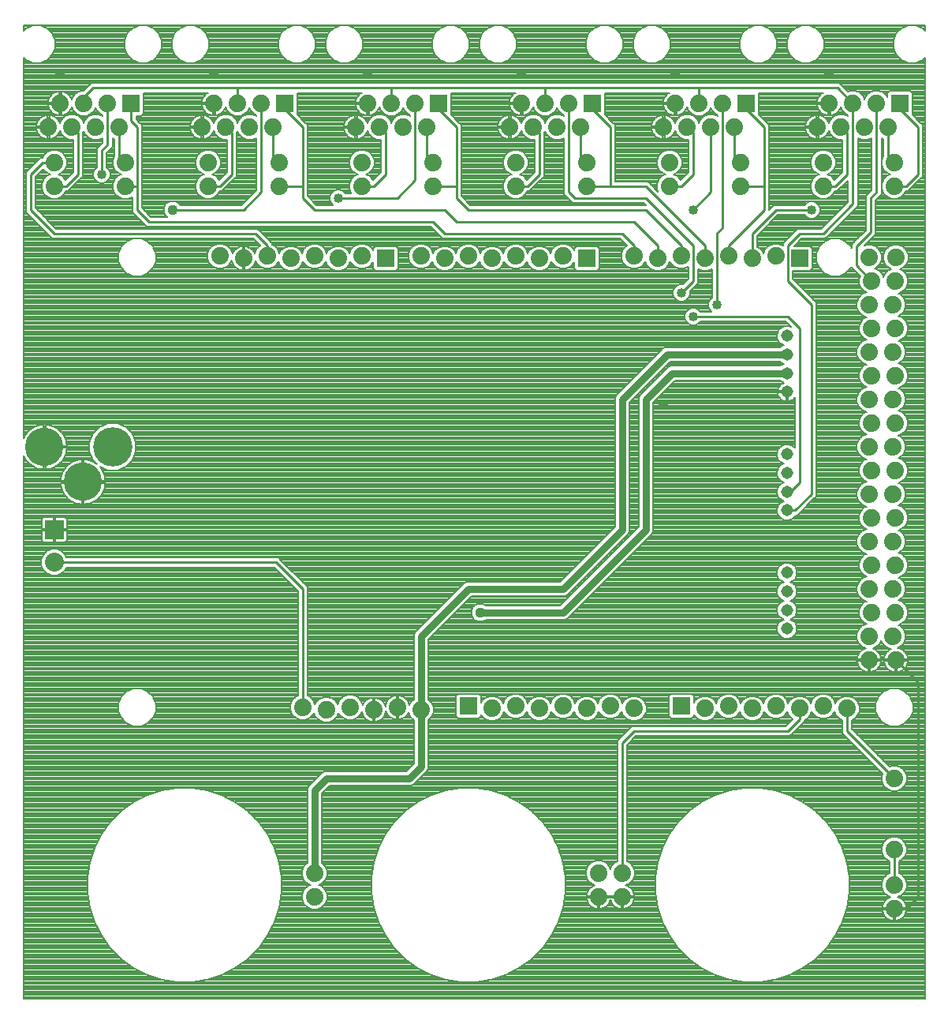
<source format=gbl>
G75*
G70*
%OFA0B0*%
%FSLAX24Y24*%
%IPPOS*%
%LPD*%
%AMOC8*
5,1,8,0,0,1.08239X$1,22.5*
%
%ADD10R,0.0740X0.0740*%
%ADD11C,0.0740*%
%ADD12C,0.0516*%
%ADD13C,0.1660*%
%ADD14C,0.1620*%
%ADD15R,0.0800X0.0800*%
%ADD16C,0.0800*%
%ADD17C,0.0100*%
%ADD18C,0.0300*%
%ADD19C,0.0436*%
%ADD20C,0.0080*%
%ADD21C,0.0400*%
D10*
X021833Y012690D03*
X030833Y012690D03*
X026833Y031590D03*
X027083Y038140D03*
X020583Y038140D03*
X018333Y031590D03*
X014083Y038140D03*
X007583Y038140D03*
X033583Y038140D03*
X035833Y031590D03*
X040083Y038140D03*
D11*
X039583Y037140D03*
X039083Y038140D03*
X038083Y038140D03*
X037083Y038140D03*
X036583Y037140D03*
X037583Y037140D03*
X038583Y037140D03*
X039833Y035640D03*
X039833Y034640D03*
X039903Y031640D03*
X039883Y030640D03*
X038883Y030640D03*
X038763Y031640D03*
X038783Y029640D03*
X039783Y029640D03*
X039883Y028640D03*
X038883Y028640D03*
X038783Y027640D03*
X039783Y027640D03*
X039883Y026640D03*
X038883Y026640D03*
X038783Y025640D03*
X039783Y025640D03*
X039883Y024640D03*
X038883Y024640D03*
X038783Y023640D03*
X039783Y023640D03*
X039883Y022640D03*
X038883Y022640D03*
X038783Y021640D03*
X039783Y021640D03*
X039883Y020640D03*
X038883Y020640D03*
X038783Y019640D03*
X039783Y019640D03*
X039883Y018640D03*
X038883Y018640D03*
X038783Y017640D03*
X039783Y017640D03*
X039883Y016640D03*
X038883Y016640D03*
X038783Y015640D03*
X038763Y014640D03*
X039903Y014640D03*
X039783Y015640D03*
X037833Y012590D03*
X036833Y012690D03*
X035833Y012590D03*
X034833Y012690D03*
X033833Y012590D03*
X032833Y012690D03*
X031833Y012590D03*
X028833Y012590D03*
X027833Y012690D03*
X026833Y012590D03*
X025833Y012690D03*
X024833Y012590D03*
X023833Y012690D03*
X022833Y012590D03*
X019833Y012540D03*
X018833Y012640D03*
X017833Y012540D03*
X016833Y012640D03*
X015833Y012540D03*
X014833Y012640D03*
X015333Y005640D03*
X015333Y004640D03*
X027333Y004640D03*
X027333Y005640D03*
X028333Y005640D03*
X028333Y004640D03*
X039833Y004140D03*
X039833Y005140D03*
X039833Y006640D03*
X039833Y009640D03*
X034833Y031690D03*
X033833Y031590D03*
X032833Y031690D03*
X031833Y031590D03*
X030833Y031690D03*
X029833Y031590D03*
X028833Y031690D03*
X030333Y034640D03*
X030333Y035640D03*
X030083Y037140D03*
X030583Y038140D03*
X031583Y038140D03*
X032583Y038140D03*
X032083Y037140D03*
X031083Y037140D03*
X033083Y037140D03*
X033333Y035640D03*
X033333Y034640D03*
X036833Y034640D03*
X036833Y035640D03*
X026833Y035640D03*
X026833Y034640D03*
X026583Y037140D03*
X025583Y037140D03*
X024583Y037140D03*
X024083Y038140D03*
X025083Y038140D03*
X026083Y038140D03*
X023833Y035640D03*
X023833Y034640D03*
X023583Y037140D03*
X020333Y035640D03*
X020333Y034640D03*
X020083Y037140D03*
X019083Y037140D03*
X018083Y037140D03*
X017583Y038140D03*
X017083Y037140D03*
X017333Y035640D03*
X017333Y034640D03*
X017333Y031690D03*
X016333Y031590D03*
X015333Y031690D03*
X014333Y031590D03*
X013333Y031690D03*
X012333Y031590D03*
X011333Y031690D03*
X010833Y034640D03*
X010833Y035640D03*
X010583Y037140D03*
X011583Y037140D03*
X011083Y038140D03*
X012083Y038140D03*
X013083Y038140D03*
X012583Y037140D03*
X013583Y037140D03*
X013833Y035640D03*
X013833Y034640D03*
X018583Y038140D03*
X019583Y038140D03*
X019833Y031690D03*
X020833Y031590D03*
X021833Y031690D03*
X022833Y031590D03*
X023833Y031690D03*
X024833Y031590D03*
X025833Y031690D03*
X007333Y034640D03*
X007333Y035640D03*
X007083Y037140D03*
X006083Y037140D03*
X005583Y038140D03*
X004583Y038140D03*
X004083Y037140D03*
X005083Y037140D03*
X004333Y035640D03*
X004333Y034640D03*
X006583Y038140D03*
D12*
X035302Y028321D03*
X035302Y027534D03*
X035302Y026746D03*
X035302Y025959D03*
X035302Y023321D03*
X035302Y022534D03*
X035302Y021746D03*
X035302Y020959D03*
X035302Y018321D03*
X035302Y017534D03*
X035302Y016746D03*
X035302Y015959D03*
D13*
X006797Y023640D03*
D14*
X005546Y022159D03*
X003915Y023630D03*
D15*
X004333Y020140D03*
D16*
X004333Y018762D03*
D17*
X013711Y018762D01*
X014833Y017640D01*
X014833Y012640D01*
X028333Y011140D02*
X028333Y005640D01*
X028333Y011140D02*
X028833Y011640D01*
X035333Y011640D01*
X035833Y012140D01*
X035833Y012590D01*
X037833Y012590D02*
X037833Y011640D01*
X039833Y009640D01*
X039833Y006640D02*
X039833Y005140D01*
X039833Y004140D02*
X040333Y004140D01*
X040833Y004640D01*
X040833Y013710D01*
X039903Y014640D01*
X035652Y020959D02*
X036333Y021640D01*
X036333Y029640D01*
X035333Y030640D01*
X035333Y032140D01*
X035833Y032640D01*
X036833Y032640D01*
X038083Y033890D01*
X038083Y038140D01*
X037433Y038790D01*
X031583Y038790D01*
X031583Y038140D01*
X031583Y038790D02*
X025083Y038790D01*
X025083Y038140D01*
X025083Y038790D02*
X018583Y038790D01*
X018583Y038140D01*
X018583Y038790D02*
X012083Y038790D01*
X012083Y038140D01*
X012083Y038790D02*
X005983Y038790D01*
X005583Y038390D01*
X005583Y038140D01*
X005083Y037140D02*
X005333Y036890D01*
X005333Y035140D01*
X004833Y034640D01*
X004333Y034640D01*
X004333Y035640D02*
X003833Y035640D01*
X003333Y035140D01*
X003333Y033640D01*
X004333Y032640D01*
X012833Y032640D01*
X013333Y032140D01*
X013333Y031690D01*
X012333Y033640D02*
X009333Y033640D01*
X008333Y033140D02*
X020333Y033140D01*
X020833Y032640D01*
X028333Y032640D01*
X028833Y032140D01*
X028833Y031690D01*
X029833Y031590D02*
X029833Y032140D01*
X028833Y033140D01*
X021333Y033140D01*
X020833Y033640D01*
X015333Y033640D01*
X014833Y034140D01*
X014833Y034640D01*
X013833Y034640D01*
X013083Y034390D02*
X013083Y038140D01*
X014083Y038140D02*
X014083Y037890D01*
X014833Y037140D01*
X014833Y034640D01*
X013833Y035640D02*
X013583Y035890D01*
X013583Y037140D01*
X011833Y036890D02*
X011833Y035140D01*
X011333Y034640D01*
X010833Y034640D01*
X012333Y033640D02*
X013083Y034390D01*
X011833Y036890D02*
X011583Y037140D01*
X007833Y037140D02*
X007833Y034640D01*
X007333Y034640D01*
X007833Y034640D02*
X007833Y033640D01*
X008333Y033140D01*
X006333Y035140D02*
X006333Y036140D01*
X006583Y036390D01*
X006583Y038140D01*
X007583Y038140D02*
X007583Y037390D01*
X007833Y037140D01*
X007083Y037140D02*
X007083Y035890D01*
X007333Y035640D01*
X016333Y034140D02*
X018833Y034140D01*
X019583Y034890D01*
X019583Y038140D01*
X020583Y038140D02*
X020583Y037890D01*
X021333Y037140D01*
X021333Y034640D01*
X020333Y034640D01*
X021333Y034640D02*
X021333Y034140D01*
X021833Y033640D01*
X029333Y033640D01*
X030833Y032140D01*
X030833Y031690D01*
X031333Y032140D02*
X031333Y030640D01*
X030833Y030140D01*
X031333Y029140D02*
X035333Y029140D01*
X035833Y028640D01*
X035833Y022140D01*
X035440Y021746D01*
X035302Y021746D01*
X035302Y020959D02*
X035652Y020959D01*
X032333Y029640D02*
X032333Y032640D01*
X032583Y032890D01*
X032583Y038140D01*
X032083Y037140D02*
X032083Y034390D01*
X031333Y033640D01*
X030833Y034640D02*
X030333Y034640D01*
X030833Y034640D02*
X031333Y035140D01*
X031333Y036890D01*
X031083Y037140D01*
X033083Y037140D02*
X033083Y035890D01*
X033333Y035640D01*
X033333Y034640D02*
X034333Y034640D01*
X034333Y033640D01*
X032833Y032140D01*
X032833Y031690D01*
X031833Y031590D02*
X031833Y032140D01*
X029333Y034640D01*
X027833Y034640D01*
X026833Y034640D01*
X026333Y034140D02*
X029333Y034140D01*
X031333Y032140D01*
X033833Y032640D02*
X033833Y031590D01*
X033833Y032640D02*
X034833Y033640D01*
X036333Y033640D01*
X036833Y034640D02*
X037333Y034640D01*
X037833Y035140D01*
X037833Y036890D01*
X037583Y037140D01*
X039083Y038140D02*
X039083Y034390D01*
X038833Y034140D01*
X038833Y032690D01*
X038233Y032090D01*
X038233Y031290D01*
X038883Y030640D01*
X039833Y034640D02*
X040333Y034640D01*
X040833Y035140D01*
X040833Y037140D01*
X040083Y037890D01*
X040083Y038140D01*
X039583Y037140D02*
X039583Y035890D01*
X039833Y035640D01*
X034333Y034640D02*
X034333Y037140D01*
X033583Y037890D01*
X033583Y038140D01*
X027833Y037140D02*
X027833Y034640D01*
X026833Y035640D02*
X026583Y035890D01*
X026583Y037140D01*
X027083Y037890D02*
X027833Y037140D01*
X027083Y037890D02*
X027083Y038140D01*
X026083Y038140D02*
X026083Y034390D01*
X026333Y034140D01*
X024833Y035140D02*
X024833Y036890D01*
X024583Y037140D01*
X024833Y035140D02*
X024333Y034640D01*
X023833Y034640D01*
X020333Y035640D02*
X020083Y035890D01*
X020083Y037140D01*
X018333Y036890D02*
X018333Y035140D01*
X017833Y034640D01*
X017333Y034640D01*
X018333Y036890D02*
X018083Y037140D01*
D18*
X028333Y025640D02*
X030227Y027534D01*
X035302Y027534D01*
X035302Y026746D02*
X030440Y026746D01*
X029333Y025640D01*
X029333Y020140D01*
X025833Y016640D01*
X022333Y016640D01*
X021833Y017640D02*
X025833Y017640D01*
X028333Y020140D01*
X028333Y025640D01*
X021833Y017640D02*
X019833Y015640D01*
X019833Y012540D01*
X019833Y010140D01*
X019333Y009640D01*
X015833Y009640D01*
X015333Y009140D01*
X015333Y005640D01*
D19*
X022333Y016640D03*
X009333Y033640D03*
D20*
X003033Y023273D02*
X003033Y000340D01*
X041133Y000340D01*
X041133Y040073D01*
X041031Y039970D01*
X040740Y039850D01*
X040426Y039850D01*
X040136Y039970D01*
X039914Y040193D01*
X039793Y040483D01*
X039793Y040797D01*
X039914Y041087D01*
X040136Y041310D01*
X040426Y041430D01*
X040740Y041430D01*
X041031Y041310D01*
X041133Y041207D01*
X041133Y041440D01*
X003033Y041440D01*
X003033Y041207D01*
X003136Y041310D01*
X003426Y041430D01*
X003740Y041430D01*
X004031Y041310D01*
X004253Y041087D01*
X004373Y040797D01*
X004373Y040483D01*
X004253Y040193D01*
X004031Y039970D01*
X003740Y039850D01*
X003426Y039850D01*
X003136Y039970D01*
X003033Y040073D01*
X003033Y023987D01*
X003036Y023994D01*
X003082Y024090D01*
X003139Y024181D01*
X003205Y024264D01*
X003281Y024339D01*
X003364Y024406D01*
X003455Y024463D01*
X003551Y024509D01*
X003651Y024544D01*
X003755Y024568D01*
X003861Y024580D01*
X003875Y024580D01*
X003875Y023670D01*
X003955Y023670D01*
X004865Y023670D01*
X004865Y023683D01*
X004853Y023789D01*
X004829Y023893D01*
X004794Y023994D01*
X004748Y024090D01*
X004691Y024181D01*
X004624Y024264D01*
X004549Y024339D01*
X004465Y024406D01*
X004375Y024463D01*
X004279Y024509D01*
X004178Y024544D01*
X004074Y024568D01*
X003968Y024580D01*
X003955Y024580D01*
X003955Y023670D01*
X003955Y023590D01*
X004865Y023590D01*
X004865Y023577D01*
X004853Y023471D01*
X004829Y023367D01*
X004794Y023266D01*
X004748Y023170D01*
X004691Y023079D01*
X004624Y022996D01*
X004549Y022921D01*
X004465Y022854D01*
X004375Y022797D01*
X004279Y022751D01*
X004178Y022716D01*
X004074Y022692D01*
X003968Y022680D01*
X003955Y022680D01*
X003955Y023590D01*
X003875Y023590D01*
X003875Y022680D01*
X003861Y022680D01*
X003755Y022692D01*
X003651Y022716D01*
X003551Y022751D01*
X003455Y022797D01*
X003364Y022854D01*
X003281Y022921D01*
X003205Y022996D01*
X003139Y023079D01*
X003082Y023170D01*
X003036Y023266D01*
X003033Y023273D01*
X003033Y023258D02*
X003040Y023258D01*
X003033Y023180D02*
X003077Y023180D01*
X003033Y023101D02*
X003125Y023101D01*
X003184Y023023D02*
X003033Y023023D01*
X003033Y022944D02*
X003257Y022944D01*
X003350Y022866D02*
X003033Y022866D01*
X003033Y022787D02*
X003476Y022787D01*
X003683Y022709D02*
X003033Y022709D01*
X003033Y022630D02*
X004720Y022630D01*
X004713Y022619D02*
X004667Y022523D01*
X004632Y022422D01*
X004608Y022318D01*
X004596Y022212D01*
X004596Y022199D01*
X005506Y022199D01*
X005506Y022119D01*
X005586Y022119D01*
X005586Y022199D01*
X006496Y022199D01*
X006496Y022212D01*
X006484Y022318D01*
X006460Y022422D01*
X006425Y022523D01*
X006379Y022619D01*
X006322Y022710D01*
X006256Y022793D01*
X006600Y022650D01*
X006994Y022650D01*
X007358Y022801D01*
X007636Y023079D01*
X007787Y023443D01*
X007787Y023837D01*
X007636Y024201D01*
X007358Y024479D01*
X006994Y024630D01*
X006600Y024630D01*
X006236Y024479D01*
X005958Y024201D01*
X005807Y023837D01*
X005807Y023443D01*
X005958Y023079D01*
X006124Y022913D01*
X006097Y022935D01*
X006006Y022992D01*
X005910Y023038D01*
X005809Y023073D01*
X005705Y023097D01*
X005599Y023109D01*
X005586Y023109D01*
X005586Y022199D01*
X005506Y022199D01*
X005506Y023109D01*
X005493Y023109D01*
X005387Y023097D01*
X005283Y023073D01*
X005182Y023038D01*
X005086Y022992D01*
X004995Y022935D01*
X004912Y022869D01*
X004836Y022793D01*
X004770Y022710D01*
X004713Y022619D01*
X004681Y022552D02*
X003033Y022552D01*
X003033Y022473D02*
X004649Y022473D01*
X004625Y022395D02*
X003033Y022395D01*
X003033Y022316D02*
X004608Y022316D01*
X004599Y022238D02*
X003033Y022238D01*
X003033Y022159D02*
X005506Y022159D01*
X005506Y022119D02*
X004596Y022119D01*
X004596Y022106D01*
X004608Y022000D01*
X004632Y021896D01*
X004667Y021795D01*
X004713Y021699D01*
X004770Y021608D01*
X004836Y021525D01*
X004912Y021450D01*
X004995Y021383D01*
X005086Y021326D01*
X005182Y021280D01*
X005283Y021245D01*
X005387Y021221D01*
X005493Y021209D01*
X005506Y021209D01*
X005506Y022119D01*
X005506Y022081D02*
X005586Y022081D01*
X005586Y022119D02*
X005586Y021209D01*
X005599Y021209D01*
X005705Y021221D01*
X005809Y021245D01*
X005910Y021280D01*
X006006Y021326D01*
X006097Y021383D01*
X006180Y021450D01*
X006255Y021525D01*
X006322Y021608D01*
X006379Y021699D01*
X006425Y021795D01*
X006460Y021896D01*
X006484Y022000D01*
X006496Y022106D01*
X006496Y022119D01*
X005586Y022119D01*
X005586Y022159D02*
X028023Y022159D01*
X028023Y022081D02*
X006493Y022081D01*
X006484Y022002D02*
X028023Y022002D01*
X028023Y021924D02*
X006467Y021924D01*
X006443Y021845D02*
X028023Y021845D01*
X028023Y021767D02*
X006411Y021767D01*
X006372Y021688D02*
X028023Y021688D01*
X028023Y021610D02*
X006323Y021610D01*
X006260Y021531D02*
X028023Y021531D01*
X028023Y021453D02*
X006183Y021453D01*
X006082Y021374D02*
X028023Y021374D01*
X028023Y021296D02*
X005942Y021296D01*
X005670Y021217D02*
X028023Y021217D01*
X028023Y021139D02*
X003033Y021139D01*
X003033Y021217D02*
X005422Y021217D01*
X005506Y021217D02*
X005586Y021217D01*
X005586Y021296D02*
X005506Y021296D01*
X005506Y021374D02*
X005586Y021374D01*
X005586Y021453D02*
X005506Y021453D01*
X005506Y021531D02*
X005586Y021531D01*
X005586Y021610D02*
X005506Y021610D01*
X005506Y021688D02*
X005586Y021688D01*
X005586Y021767D02*
X005506Y021767D01*
X005506Y021845D02*
X005586Y021845D01*
X005586Y021924D02*
X005506Y021924D01*
X005506Y022002D02*
X005586Y022002D01*
X005586Y022238D02*
X005506Y022238D01*
X005506Y022316D02*
X005586Y022316D01*
X005586Y022395D02*
X005506Y022395D01*
X005506Y022473D02*
X005586Y022473D01*
X005586Y022552D02*
X005506Y022552D01*
X005506Y022630D02*
X005586Y022630D01*
X005586Y022709D02*
X005506Y022709D01*
X005506Y022787D02*
X005586Y022787D01*
X005586Y022866D02*
X005506Y022866D01*
X005506Y022944D02*
X005586Y022944D01*
X005586Y023023D02*
X005506Y023023D01*
X005506Y023101D02*
X005586Y023101D01*
X005670Y023101D02*
X005949Y023101D01*
X005942Y023023D02*
X006015Y023023D01*
X006082Y022944D02*
X006093Y022944D01*
X006260Y022787D02*
X006269Y022787D01*
X006323Y022709D02*
X006459Y022709D01*
X006372Y022630D02*
X028023Y022630D01*
X028023Y022552D02*
X006411Y022552D01*
X006443Y022473D02*
X028023Y022473D01*
X028023Y022395D02*
X006467Y022395D01*
X006484Y022316D02*
X028023Y022316D01*
X028023Y022238D02*
X006493Y022238D01*
X007135Y022709D02*
X028023Y022709D01*
X028023Y022787D02*
X007325Y022787D01*
X007423Y022866D02*
X028023Y022866D01*
X028023Y022944D02*
X007501Y022944D01*
X007580Y023023D02*
X028023Y023023D01*
X028023Y023101D02*
X007645Y023101D01*
X007678Y023180D02*
X028023Y023180D01*
X028023Y023258D02*
X007710Y023258D01*
X007743Y023337D02*
X028023Y023337D01*
X028023Y023415D02*
X007775Y023415D01*
X007787Y023494D02*
X028023Y023494D01*
X028023Y023572D02*
X007787Y023572D01*
X007787Y023651D02*
X028023Y023651D01*
X028023Y023729D02*
X007787Y023729D01*
X007787Y023808D02*
X028023Y023808D01*
X028023Y023886D02*
X007767Y023886D01*
X007734Y023965D02*
X028023Y023965D01*
X028023Y024043D02*
X007702Y024043D01*
X007669Y024122D02*
X028023Y024122D01*
X028023Y024200D02*
X007637Y024200D01*
X007558Y024279D02*
X028023Y024279D01*
X028023Y024357D02*
X007480Y024357D01*
X007401Y024436D02*
X028023Y024436D01*
X028023Y024514D02*
X007274Y024514D01*
X007084Y024593D02*
X028023Y024593D01*
X028023Y024671D02*
X003033Y024671D01*
X003033Y024593D02*
X006510Y024593D01*
X006320Y024514D02*
X004265Y024514D01*
X004418Y024436D02*
X006193Y024436D01*
X006114Y024357D02*
X004527Y024357D01*
X004610Y024279D02*
X006036Y024279D01*
X005958Y024200D02*
X004675Y024200D01*
X004728Y024122D02*
X005925Y024122D01*
X005892Y024043D02*
X004770Y024043D01*
X004804Y023965D02*
X005860Y023965D01*
X005827Y023886D02*
X004831Y023886D01*
X004849Y023808D02*
X005807Y023808D01*
X005807Y023729D02*
X004860Y023729D01*
X004864Y023572D02*
X005807Y023572D01*
X005807Y023494D02*
X004855Y023494D01*
X004840Y023415D02*
X005819Y023415D01*
X005851Y023337D02*
X004819Y023337D01*
X004790Y023258D02*
X005884Y023258D01*
X005916Y023180D02*
X004752Y023180D01*
X004704Y023101D02*
X005421Y023101D01*
X005149Y023023D02*
X004645Y023023D01*
X004572Y022944D02*
X005010Y022944D01*
X004909Y022866D02*
X004480Y022866D01*
X004354Y022787D02*
X004832Y022787D01*
X004769Y022709D02*
X004147Y022709D01*
X003955Y022709D02*
X003875Y022709D01*
X003875Y022787D02*
X003955Y022787D01*
X003955Y022866D02*
X003875Y022866D01*
X003875Y022944D02*
X003955Y022944D01*
X003955Y023023D02*
X003875Y023023D01*
X003875Y023101D02*
X003955Y023101D01*
X003955Y023180D02*
X003875Y023180D01*
X003875Y023258D02*
X003955Y023258D01*
X003955Y023337D02*
X003875Y023337D01*
X003875Y023415D02*
X003955Y023415D01*
X003955Y023494D02*
X003875Y023494D01*
X003875Y023572D02*
X003955Y023572D01*
X003955Y023651D02*
X005807Y023651D01*
X004599Y022081D02*
X003033Y022081D01*
X003033Y022002D02*
X004608Y022002D01*
X004625Y021924D02*
X003033Y021924D01*
X003033Y021845D02*
X004649Y021845D01*
X004681Y021767D02*
X003033Y021767D01*
X003033Y021688D02*
X004720Y021688D01*
X004769Y021610D02*
X003033Y021610D01*
X003033Y021531D02*
X004832Y021531D01*
X004909Y021453D02*
X003033Y021453D01*
X003033Y021374D02*
X005010Y021374D01*
X005150Y021296D02*
X003033Y021296D01*
X003033Y021060D02*
X028023Y021060D01*
X028023Y020982D02*
X003033Y020982D01*
X003033Y020903D02*
X028023Y020903D01*
X028023Y020825D02*
X003033Y020825D01*
X003033Y020746D02*
X028023Y020746D01*
X028023Y020668D02*
X004792Y020668D01*
X004787Y020670D02*
X004752Y020680D01*
X004373Y020680D01*
X004373Y020180D01*
X004293Y020180D01*
X004293Y020100D01*
X003793Y020100D01*
X003793Y019722D01*
X003803Y019686D01*
X003821Y019654D01*
X003847Y019628D01*
X003879Y019610D01*
X003915Y019600D01*
X004293Y019600D01*
X004293Y020100D01*
X004373Y020100D01*
X004373Y019600D01*
X004752Y019600D01*
X004787Y019610D01*
X004819Y019628D01*
X004845Y019654D01*
X004864Y019686D01*
X004873Y019722D01*
X004873Y020100D01*
X004373Y020100D01*
X004373Y020180D01*
X004873Y020180D01*
X004873Y020558D01*
X004864Y020594D01*
X004845Y020626D01*
X004819Y020652D01*
X004787Y020670D01*
X004865Y020589D02*
X028023Y020589D01*
X028023Y020511D02*
X004873Y020511D01*
X004873Y020432D02*
X028023Y020432D01*
X028023Y020354D02*
X004873Y020354D01*
X004873Y020275D02*
X028023Y020275D01*
X028023Y020268D02*
X025705Y017950D01*
X021772Y017950D01*
X021658Y017903D01*
X021571Y017816D01*
X019658Y015903D01*
X019571Y015816D01*
X019523Y015702D01*
X019523Y012980D01*
X019384Y012840D01*
X019336Y012725D01*
X019331Y012759D01*
X019306Y012836D01*
X019270Y012907D01*
X019222Y012972D01*
X019166Y013029D01*
X019101Y013076D01*
X019029Y013113D01*
X018953Y013137D01*
X018873Y013150D01*
X018873Y012680D01*
X018793Y012680D01*
X018793Y013150D01*
X018714Y013137D01*
X018638Y013113D01*
X018566Y013076D01*
X018501Y013029D01*
X018444Y012972D01*
X018397Y012907D01*
X018361Y012836D01*
X018336Y012759D01*
X018324Y012682D01*
X018306Y012736D01*
X018270Y012807D01*
X018222Y012872D01*
X018166Y012929D01*
X018101Y012976D01*
X018029Y013013D01*
X017953Y013037D01*
X017873Y013050D01*
X017873Y012580D01*
X017793Y012580D01*
X017793Y013050D01*
X017714Y013037D01*
X017638Y013013D01*
X017566Y012976D01*
X017501Y012929D01*
X017444Y012872D01*
X017397Y012807D01*
X017363Y012741D01*
X017363Y012745D01*
X017283Y012940D01*
X017134Y013089D01*
X016939Y013170D01*
X016728Y013170D01*
X016533Y013089D01*
X016384Y012940D01*
X016313Y012768D01*
X016283Y012840D01*
X016134Y012989D01*
X015939Y013070D01*
X015728Y013070D01*
X015533Y012989D01*
X015384Y012840D01*
X015354Y012768D01*
X015283Y012940D01*
X015134Y013089D01*
X015043Y013127D01*
X015043Y017727D01*
X013921Y018849D01*
X013798Y018972D01*
X004852Y018972D01*
X004808Y019079D01*
X004651Y019237D01*
X004445Y019322D01*
X004222Y019322D01*
X004016Y019237D01*
X003859Y019079D01*
X003773Y018873D01*
X003773Y018651D01*
X003859Y018445D01*
X004016Y018287D01*
X004222Y018202D01*
X004445Y018202D01*
X004651Y018287D01*
X004808Y018445D01*
X004852Y018552D01*
X013624Y018552D01*
X014623Y017553D01*
X014623Y013127D01*
X014533Y013089D01*
X014384Y012940D01*
X014303Y012745D01*
X014303Y012535D01*
X014384Y012340D01*
X014533Y012191D01*
X014728Y012110D01*
X014939Y012110D01*
X015134Y012191D01*
X015283Y012340D01*
X015313Y012412D01*
X015384Y012240D01*
X015533Y012091D01*
X015728Y012010D01*
X015939Y012010D01*
X016134Y012091D01*
X016283Y012240D01*
X016354Y012412D01*
X016384Y012340D01*
X016533Y012191D01*
X016728Y012110D01*
X016939Y012110D01*
X017134Y012191D01*
X017283Y012340D01*
X017330Y012455D01*
X017336Y012421D01*
X017361Y012344D01*
X017397Y012273D01*
X017444Y012208D01*
X017501Y012151D01*
X017566Y012104D01*
X017638Y012067D01*
X017714Y012043D01*
X017793Y012030D01*
X017793Y012030D01*
X017793Y012500D01*
X017873Y012500D01*
X017873Y012030D01*
X017873Y012030D01*
X017953Y012043D01*
X018029Y012067D01*
X018101Y012104D01*
X018166Y012151D01*
X018222Y012208D01*
X018270Y012273D01*
X018306Y012344D01*
X018331Y012421D01*
X018343Y012498D01*
X018361Y012444D01*
X018397Y012373D01*
X018444Y012308D01*
X018501Y012251D01*
X018566Y012204D01*
X018638Y012167D01*
X018714Y012143D01*
X018793Y012130D01*
X018793Y012130D01*
X018793Y012600D01*
X018873Y012600D01*
X018873Y012130D01*
X018873Y012130D01*
X018953Y012143D01*
X019029Y012167D01*
X019101Y012204D01*
X019166Y012251D01*
X019222Y012308D01*
X019270Y012373D01*
X019303Y012439D01*
X019303Y012435D01*
X019384Y012240D01*
X019523Y012100D01*
X019523Y010268D01*
X019205Y009950D01*
X015772Y009950D01*
X015658Y009903D01*
X015158Y009403D01*
X015071Y009316D01*
X015023Y009202D01*
X015023Y006080D01*
X014884Y005940D01*
X014803Y005745D01*
X014803Y005535D01*
X014884Y005340D01*
X015033Y005191D01*
X015155Y005140D01*
X015033Y005089D01*
X014884Y004940D01*
X014803Y004745D01*
X014803Y004535D01*
X014884Y004340D01*
X015033Y004191D01*
X015228Y004110D01*
X015439Y004110D01*
X015634Y004191D01*
X015783Y004340D01*
X015863Y004535D01*
X015863Y004745D01*
X015783Y004940D01*
X015634Y005089D01*
X015511Y005140D01*
X015634Y005191D01*
X015783Y005340D01*
X015863Y005535D01*
X015863Y005745D01*
X015783Y005940D01*
X015643Y006080D01*
X015643Y009012D01*
X015962Y009330D01*
X019395Y009330D01*
X019509Y009377D01*
X019596Y009464D01*
X020096Y009964D01*
X020143Y010078D01*
X020143Y012100D01*
X020283Y012240D01*
X020363Y012435D01*
X020363Y012645D01*
X020283Y012840D01*
X020143Y012980D01*
X020143Y015512D01*
X021962Y017330D01*
X025895Y017330D01*
X026009Y017377D01*
X028509Y019877D01*
X028596Y019964D01*
X028643Y020078D01*
X028643Y025512D01*
X030355Y027224D01*
X035021Y027224D01*
X035065Y027180D01*
X035161Y027140D01*
X035065Y027100D01*
X035021Y027056D01*
X030378Y027056D01*
X030264Y027009D01*
X029158Y025903D01*
X029071Y025816D01*
X029023Y025702D01*
X029023Y020268D01*
X025705Y016950D01*
X022558Y016950D01*
X022548Y016961D01*
X022409Y017018D01*
X022258Y017018D01*
X022119Y016961D01*
X022013Y016854D01*
X021955Y016715D01*
X021955Y016565D01*
X022013Y016426D01*
X022119Y016319D01*
X022258Y016262D01*
X022409Y016262D01*
X022548Y016319D01*
X022558Y016330D01*
X025895Y016330D01*
X026009Y016377D01*
X026096Y016464D01*
X029596Y019964D01*
X029643Y020078D01*
X029643Y025512D01*
X030568Y026436D01*
X035021Y026436D01*
X035065Y026392D01*
X035187Y026342D01*
X035186Y026341D01*
X035113Y026311D01*
X035048Y026268D01*
X034993Y026212D01*
X034949Y026147D01*
X034919Y026075D01*
X034904Y025998D01*
X034904Y025988D01*
X035273Y025988D01*
X035273Y025930D01*
X035331Y025930D01*
X035331Y025561D01*
X035341Y025561D01*
X035418Y025576D01*
X035490Y025606D01*
X035555Y025650D01*
X035611Y025705D01*
X035623Y025724D01*
X035623Y023590D01*
X035538Y023675D01*
X035385Y023739D01*
X035219Y023739D01*
X035065Y023675D01*
X034948Y023558D01*
X034884Y023404D01*
X034884Y023238D01*
X034948Y023084D01*
X035065Y022967D01*
X035161Y022927D01*
X035065Y022888D01*
X034948Y022770D01*
X034884Y022617D01*
X034884Y022451D01*
X034948Y022297D01*
X035065Y022180D01*
X035161Y022140D01*
X035065Y022100D01*
X034948Y021983D01*
X034884Y021829D01*
X034884Y021663D01*
X034948Y021510D01*
X035065Y021392D01*
X035161Y021353D01*
X035065Y021313D01*
X034948Y021196D01*
X034884Y021042D01*
X034884Y020876D01*
X034948Y020722D01*
X035065Y020605D01*
X035219Y020541D01*
X035385Y020541D01*
X035538Y020605D01*
X035656Y020722D01*
X035667Y020749D01*
X035739Y020749D01*
X036420Y021430D01*
X036543Y021553D01*
X036543Y029727D01*
X035543Y030727D01*
X035543Y031060D01*
X036270Y031060D01*
X036363Y031154D01*
X036363Y032026D01*
X036270Y032120D01*
X035610Y032120D01*
X035920Y032430D01*
X036920Y032430D01*
X037043Y032553D01*
X038293Y033803D01*
X038293Y036686D01*
X038478Y036610D01*
X038689Y036610D01*
X038873Y036686D01*
X038873Y034477D01*
X038746Y034350D01*
X038623Y034227D01*
X038623Y032777D01*
X038146Y032300D01*
X038023Y032177D01*
X038023Y032038D01*
X038003Y032087D01*
X037781Y032310D01*
X037490Y032430D01*
X037176Y032430D01*
X036886Y032310D01*
X036664Y032087D01*
X036543Y031797D01*
X036543Y031483D01*
X036664Y031193D01*
X036886Y030970D01*
X037176Y030850D01*
X037490Y030850D01*
X037781Y030970D01*
X038003Y031193D01*
X038023Y031242D01*
X038023Y031203D01*
X038391Y030836D01*
X038353Y030745D01*
X038353Y030535D01*
X038434Y030340D01*
X038583Y030191D01*
X038655Y030161D01*
X038483Y030089D01*
X038334Y029940D01*
X038253Y029745D01*
X038253Y029535D01*
X038334Y029340D01*
X038483Y029191D01*
X038655Y029119D01*
X038583Y029089D01*
X038434Y028940D01*
X038353Y028745D01*
X038353Y028535D01*
X038434Y028340D01*
X038583Y028191D01*
X038655Y028161D01*
X038483Y028089D01*
X038334Y027940D01*
X038253Y027745D01*
X038253Y027535D01*
X038334Y027340D01*
X036543Y027340D01*
X036543Y027262D02*
X038412Y027262D01*
X038483Y027191D02*
X038655Y027119D01*
X038583Y027089D01*
X038434Y026940D01*
X038353Y026745D01*
X038353Y026535D01*
X038434Y026340D01*
X038583Y026191D01*
X038655Y026161D01*
X038483Y026089D01*
X038334Y025940D01*
X038253Y025745D01*
X038253Y025535D01*
X038334Y025340D01*
X038483Y025191D01*
X038655Y025119D01*
X038583Y025089D01*
X038434Y024940D01*
X038353Y024745D01*
X038353Y024535D01*
X038434Y024340D01*
X038583Y024191D01*
X038655Y024161D01*
X038483Y024089D01*
X038334Y023940D01*
X038253Y023745D01*
X038253Y023535D01*
X038334Y023340D01*
X038483Y023191D01*
X038655Y023119D01*
X038583Y023089D01*
X038434Y022940D01*
X038353Y022745D01*
X038353Y022535D01*
X038434Y022340D01*
X038583Y022191D01*
X038655Y022161D01*
X038483Y022089D01*
X038334Y021940D01*
X038253Y021745D01*
X038253Y021535D01*
X038334Y021340D01*
X038483Y021191D01*
X038655Y021119D01*
X038583Y021089D01*
X038434Y020940D01*
X038353Y020745D01*
X038353Y020535D01*
X038434Y020340D01*
X038583Y020191D01*
X038655Y020161D01*
X038483Y020089D01*
X038334Y019940D01*
X038253Y019745D01*
X038253Y019535D01*
X038334Y019340D01*
X038483Y019191D01*
X038655Y019119D01*
X038583Y019089D01*
X038434Y018940D01*
X038353Y018745D01*
X038353Y018535D01*
X038434Y018340D01*
X038583Y018191D01*
X038655Y018161D01*
X038483Y018089D01*
X038334Y017940D01*
X038253Y017745D01*
X038253Y017535D01*
X038334Y017340D01*
X038483Y017191D01*
X038655Y017119D01*
X038583Y017089D01*
X038434Y016940D01*
X038353Y016745D01*
X038353Y016535D01*
X038434Y016340D01*
X038583Y016191D01*
X038655Y016161D01*
X038483Y016089D01*
X038334Y015940D01*
X038253Y015745D01*
X038253Y015535D01*
X038334Y015340D01*
X038483Y015191D01*
X038626Y015132D01*
X038568Y015113D01*
X038496Y015076D01*
X038431Y015029D01*
X038374Y014972D01*
X038327Y014907D01*
X038291Y014836D01*
X038266Y014759D01*
X038253Y014680D01*
X038723Y014680D01*
X038723Y014600D01*
X038253Y014600D01*
X038253Y014600D01*
X038266Y014521D01*
X038291Y014444D01*
X038327Y014373D01*
X038374Y014308D01*
X038431Y014251D01*
X038496Y014204D01*
X038568Y014167D01*
X038644Y014143D01*
X038723Y014130D01*
X038723Y014130D01*
X038723Y014600D01*
X038803Y014600D01*
X038803Y014130D01*
X038803Y014130D01*
X038883Y014143D01*
X038959Y014167D01*
X039031Y014204D01*
X039096Y014251D01*
X039152Y014308D01*
X039200Y014373D01*
X039236Y014444D01*
X039261Y014521D01*
X039273Y014600D01*
X038803Y014600D01*
X038803Y014680D01*
X039273Y014680D01*
X039273Y014680D01*
X039261Y014759D01*
X039236Y014836D01*
X039200Y014907D01*
X039152Y014972D01*
X039096Y015029D01*
X039031Y015076D01*
X038959Y015113D01*
X038923Y015124D01*
X039084Y015191D01*
X039233Y015340D01*
X039283Y015462D01*
X039334Y015340D01*
X039483Y015191D01*
X039678Y015110D01*
X039702Y015110D01*
X039636Y015076D01*
X039571Y015029D01*
X039514Y014972D01*
X039467Y014907D01*
X039431Y014836D01*
X039406Y014759D01*
X039393Y014680D01*
X039863Y014680D01*
X039863Y014600D01*
X039393Y014600D01*
X039393Y014600D01*
X039406Y014521D01*
X039431Y014444D01*
X039467Y014373D01*
X039514Y014308D01*
X039571Y014251D01*
X039636Y014204D01*
X039708Y014167D01*
X039784Y014143D01*
X039863Y014130D01*
X039863Y014130D01*
X039863Y014600D01*
X039943Y014600D01*
X039943Y014130D01*
X039943Y014130D01*
X040023Y014143D01*
X040099Y014167D01*
X040171Y014204D01*
X040236Y014251D01*
X040292Y014308D01*
X040340Y014373D01*
X040376Y014444D01*
X040401Y014521D01*
X040413Y014600D01*
X039943Y014600D01*
X039943Y014680D01*
X040413Y014680D01*
X040413Y014680D01*
X040401Y014759D01*
X040376Y014836D01*
X040340Y014907D01*
X040292Y014972D01*
X040236Y015029D01*
X040171Y015076D01*
X040099Y015113D01*
X040023Y015137D01*
X039974Y015145D01*
X040084Y015191D01*
X040233Y015340D01*
X040313Y015535D01*
X040313Y015745D01*
X040233Y015940D01*
X040084Y016089D01*
X040011Y016119D01*
X040184Y016191D01*
X040333Y016340D01*
X040413Y016535D01*
X040413Y016745D01*
X040333Y016940D01*
X040184Y017089D01*
X040011Y017161D01*
X040084Y017191D01*
X040233Y017340D01*
X040313Y017535D01*
X040313Y017745D01*
X040233Y017940D01*
X040084Y018089D01*
X040011Y018119D01*
X040184Y018191D01*
X040333Y018340D01*
X040413Y018535D01*
X040413Y018745D01*
X040333Y018940D01*
X040184Y019089D01*
X040011Y019161D01*
X040084Y019191D01*
X040233Y019340D01*
X040313Y019535D01*
X040313Y019745D01*
X040233Y019940D01*
X040084Y020089D01*
X040011Y020119D01*
X040184Y020191D01*
X040333Y020340D01*
X040413Y020535D01*
X040413Y020745D01*
X040333Y020940D01*
X040184Y021089D01*
X040011Y021161D01*
X040084Y021191D01*
X040233Y021340D01*
X040313Y021535D01*
X040313Y021745D01*
X040233Y021940D01*
X040084Y022089D01*
X040011Y022119D01*
X040184Y022191D01*
X040333Y022340D01*
X040413Y022535D01*
X040413Y022745D01*
X040333Y022940D01*
X040184Y023089D01*
X040011Y023161D01*
X040084Y023191D01*
X040233Y023340D01*
X040313Y023535D01*
X040313Y023745D01*
X040233Y023940D01*
X040084Y024089D01*
X040011Y024119D01*
X040184Y024191D01*
X040333Y024340D01*
X040413Y024535D01*
X040413Y024745D01*
X040333Y024940D01*
X040184Y025089D01*
X040011Y025161D01*
X040084Y025191D01*
X040233Y025340D01*
X040313Y025535D01*
X040313Y025745D01*
X040233Y025940D01*
X040084Y026089D01*
X040011Y026119D01*
X040184Y026191D01*
X040333Y026340D01*
X040413Y026535D01*
X040413Y026745D01*
X040333Y026940D01*
X040184Y027089D01*
X040011Y027161D01*
X040084Y027191D01*
X040233Y027340D01*
X041133Y027340D01*
X041133Y027262D02*
X040154Y027262D01*
X040233Y027340D02*
X040313Y027535D01*
X040313Y027745D01*
X040233Y027940D01*
X040084Y028089D01*
X040011Y028119D01*
X040184Y028191D01*
X040333Y028340D01*
X040413Y028535D01*
X040413Y028745D01*
X040333Y028940D01*
X040184Y029089D01*
X040011Y029161D01*
X040084Y029191D01*
X040233Y029340D01*
X040313Y029535D01*
X040313Y029745D01*
X040233Y029940D01*
X040084Y030089D01*
X040011Y030119D01*
X040184Y030191D01*
X040333Y030340D01*
X040413Y030535D01*
X040413Y030745D01*
X040333Y030940D01*
X040184Y031089D01*
X040071Y031136D01*
X040204Y031191D01*
X040353Y031340D01*
X040433Y031535D01*
X040433Y031745D01*
X040353Y031940D01*
X040204Y032089D01*
X040009Y032170D01*
X039798Y032170D01*
X039603Y032089D01*
X039454Y031940D01*
X039373Y031745D01*
X039373Y031535D01*
X039454Y031340D01*
X039603Y031191D01*
X039715Y031144D01*
X039583Y031089D01*
X039434Y030940D01*
X039383Y030818D01*
X039333Y030940D01*
X039184Y031089D01*
X039001Y031165D01*
X039064Y031191D01*
X039213Y031340D01*
X039293Y031535D01*
X039293Y031745D01*
X039213Y031940D01*
X039064Y032089D01*
X038869Y032170D01*
X038658Y032170D01*
X038577Y032136D01*
X039043Y032603D01*
X039043Y034053D01*
X039293Y034303D01*
X039293Y036686D01*
X039373Y036653D01*
X039373Y035914D01*
X039303Y035745D01*
X039303Y035535D01*
X039384Y035340D01*
X039533Y035191D01*
X039655Y035140D01*
X039533Y035089D01*
X039384Y034940D01*
X039303Y034745D01*
X039303Y034535D01*
X039384Y034340D01*
X039533Y034191D01*
X039728Y034110D01*
X039939Y034110D01*
X040134Y034191D01*
X040283Y034340D01*
X040320Y034430D01*
X040420Y034430D01*
X040920Y034930D01*
X041043Y035053D01*
X041043Y037227D01*
X040920Y037350D01*
X040590Y037680D01*
X040613Y037704D01*
X040613Y038576D01*
X040520Y038670D01*
X039647Y038670D01*
X039553Y038576D01*
X039553Y038390D01*
X039533Y038440D01*
X039384Y038589D01*
X039189Y038670D01*
X038978Y038670D01*
X038783Y038589D01*
X038634Y038440D01*
X038583Y038318D01*
X038533Y038440D01*
X038384Y038589D01*
X038189Y038670D01*
X037978Y038670D01*
X037888Y038633D01*
X037520Y039000D01*
X005896Y039000D01*
X005773Y038877D01*
X005566Y038670D01*
X005478Y038670D01*
X005283Y038589D01*
X005134Y038440D01*
X005071Y038289D01*
X005056Y038336D01*
X005020Y038407D01*
X004972Y038472D01*
X004916Y038529D01*
X004851Y038576D01*
X004779Y038613D01*
X004703Y038637D01*
X004623Y038650D01*
X004623Y038180D01*
X004543Y038180D01*
X004543Y038100D01*
X004073Y038100D01*
X004073Y038100D01*
X004086Y038021D01*
X004111Y037944D01*
X004147Y037873D01*
X004194Y037808D01*
X004251Y037751D01*
X004316Y037704D01*
X004388Y037667D01*
X004464Y037643D01*
X004543Y037630D01*
X004543Y037630D01*
X004543Y038100D01*
X004623Y038100D01*
X004623Y037630D01*
X004623Y037630D01*
X004703Y037643D01*
X004779Y037667D01*
X004851Y037704D01*
X004916Y037751D01*
X004972Y037808D01*
X005020Y037873D01*
X005056Y037944D01*
X005071Y037991D01*
X005134Y037840D01*
X005283Y037691D01*
X005478Y037610D01*
X005689Y037610D01*
X005884Y037691D01*
X006033Y037840D01*
X006083Y037962D01*
X006134Y037840D01*
X006283Y037691D01*
X006373Y037653D01*
X006373Y037594D01*
X006189Y037670D01*
X005978Y037670D01*
X005783Y037589D01*
X005634Y037440D01*
X005583Y037318D01*
X005533Y037440D01*
X005384Y037589D01*
X005189Y037670D01*
X004978Y037670D01*
X004783Y037589D01*
X004634Y037440D01*
X004571Y037289D01*
X004556Y037336D01*
X004520Y037407D01*
X004472Y037472D01*
X004416Y037529D01*
X004351Y037576D01*
X004279Y037613D01*
X004203Y037637D01*
X004123Y037650D01*
X004123Y037180D01*
X004043Y037180D01*
X004043Y037100D01*
X003573Y037100D01*
X003573Y037100D01*
X003586Y037021D01*
X003611Y036944D01*
X003647Y036873D01*
X003694Y036808D01*
X003751Y036751D01*
X003816Y036704D01*
X003888Y036667D01*
X003964Y036643D01*
X004043Y036630D01*
X004043Y036630D01*
X004043Y037100D01*
X004123Y037100D01*
X004123Y036630D01*
X004123Y036630D01*
X004203Y036643D01*
X004279Y036667D01*
X004351Y036704D01*
X004416Y036751D01*
X004472Y036808D01*
X004520Y036873D01*
X004556Y036944D01*
X004571Y036991D01*
X004634Y036840D01*
X004783Y036691D01*
X004978Y036610D01*
X005123Y036610D01*
X005123Y035227D01*
X004798Y034902D01*
X004783Y034940D01*
X004634Y035089D01*
X004511Y035140D01*
X004634Y035191D01*
X004783Y035340D01*
X004863Y035535D01*
X004863Y035745D01*
X004783Y035940D01*
X004634Y036089D01*
X004439Y036170D01*
X004228Y036170D01*
X004033Y036089D01*
X003884Y035940D01*
X003847Y035850D01*
X003746Y035850D01*
X003623Y035727D01*
X003123Y035227D01*
X003123Y033553D01*
X003246Y033430D01*
X004123Y032553D01*
X004246Y032430D01*
X012746Y032430D01*
X013036Y032140D01*
X013033Y032139D01*
X012884Y031990D01*
X012803Y031795D01*
X012803Y031791D01*
X012770Y031857D01*
X012722Y031922D01*
X012666Y031979D01*
X012601Y032026D01*
X012529Y032063D01*
X012453Y032087D01*
X012373Y032100D01*
X012373Y031630D01*
X012293Y031630D01*
X012293Y032100D01*
X012214Y032087D01*
X012138Y032063D01*
X012066Y032026D01*
X012001Y031979D01*
X011944Y031922D01*
X011897Y031857D01*
X011863Y031791D01*
X011863Y031795D01*
X011783Y031990D01*
X011634Y032139D01*
X011439Y032220D01*
X011228Y032220D01*
X011033Y032139D01*
X010884Y031990D01*
X010803Y031795D01*
X010803Y031585D01*
X010884Y031390D01*
X011033Y031241D01*
X011228Y031160D01*
X011439Y031160D01*
X011634Y031241D01*
X011783Y031390D01*
X011830Y031505D01*
X011836Y031471D01*
X011861Y031394D01*
X011897Y031323D01*
X011944Y031258D01*
X012001Y031201D01*
X012066Y031154D01*
X012138Y031117D01*
X012214Y031093D01*
X012293Y031080D01*
X012293Y031080D01*
X012293Y031550D01*
X012373Y031550D01*
X012373Y031080D01*
X012373Y031080D01*
X012453Y031093D01*
X012529Y031117D01*
X012601Y031154D01*
X012666Y031201D01*
X012722Y031258D01*
X012770Y031323D01*
X012806Y031394D01*
X012831Y031471D01*
X012836Y031505D01*
X012884Y031390D01*
X013033Y031241D01*
X013228Y031160D01*
X013439Y031160D01*
X013634Y031241D01*
X013783Y031390D01*
X013813Y031462D01*
X013884Y031290D01*
X014033Y031141D01*
X014228Y031060D01*
X014439Y031060D01*
X014634Y031141D01*
X014783Y031290D01*
X014854Y031462D01*
X014884Y031390D01*
X015033Y031241D01*
X015228Y031160D01*
X015439Y031160D01*
X015634Y031241D01*
X015783Y031390D01*
X015813Y031462D01*
X015884Y031290D01*
X016033Y031141D01*
X016228Y031060D01*
X016439Y031060D01*
X016634Y031141D01*
X016783Y031290D01*
X016854Y031462D01*
X016884Y031390D01*
X017033Y031241D01*
X017228Y031160D01*
X017439Y031160D01*
X017634Y031241D01*
X017783Y031390D01*
X017803Y031440D01*
X017803Y031154D01*
X017897Y031060D01*
X018770Y031060D01*
X018863Y031154D01*
X018863Y032026D01*
X018770Y032120D01*
X017897Y032120D01*
X017803Y032026D01*
X017803Y031940D01*
X017783Y031990D01*
X017634Y032139D01*
X017439Y032220D01*
X017228Y032220D01*
X017033Y032139D01*
X016884Y031990D01*
X016813Y031818D01*
X016783Y031890D01*
X016634Y032039D01*
X016439Y032120D01*
X016228Y032120D01*
X016033Y032039D01*
X015884Y031890D01*
X015854Y031818D01*
X015783Y031990D01*
X015634Y032139D01*
X015439Y032220D01*
X015228Y032220D01*
X015033Y032139D01*
X014884Y031990D01*
X014813Y031818D01*
X014783Y031890D01*
X014634Y032039D01*
X014439Y032120D01*
X014228Y032120D01*
X014033Y032039D01*
X013884Y031890D01*
X013854Y031818D01*
X013783Y031990D01*
X013634Y032139D01*
X013543Y032177D01*
X013543Y032227D01*
X013043Y032727D01*
X012920Y032850D01*
X004420Y032850D01*
X003543Y033727D01*
X003543Y035053D01*
X003868Y035378D01*
X003884Y035340D01*
X004033Y035191D01*
X004155Y035140D01*
X004033Y035089D01*
X003884Y034940D01*
X003803Y034745D01*
X003803Y034535D01*
X003884Y034340D01*
X004033Y034191D01*
X004228Y034110D01*
X004439Y034110D01*
X004634Y034191D01*
X004783Y034340D01*
X004820Y034430D01*
X004920Y034430D01*
X005420Y034930D01*
X005543Y035053D01*
X005543Y036866D01*
X005583Y036962D01*
X005634Y036840D01*
X005783Y036691D01*
X005978Y036610D01*
X006189Y036610D01*
X006373Y036686D01*
X006373Y036477D01*
X006246Y036350D01*
X006123Y036227D01*
X006123Y035439D01*
X006028Y035344D01*
X005973Y035212D01*
X005973Y035068D01*
X006028Y034936D01*
X006129Y034835D01*
X006262Y034780D01*
X006405Y034780D01*
X006537Y034835D01*
X006639Y034936D01*
X006693Y035068D01*
X006693Y035212D01*
X006639Y035344D01*
X006543Y035439D01*
X006543Y036053D01*
X006793Y036303D01*
X006793Y036686D01*
X006873Y036653D01*
X006873Y035914D01*
X006803Y035745D01*
X006803Y035535D01*
X006884Y035340D01*
X007033Y035191D01*
X007155Y035140D01*
X007033Y035089D01*
X006884Y034940D01*
X006803Y034745D01*
X006803Y034535D01*
X006884Y034340D01*
X007033Y034191D01*
X007228Y034110D01*
X007439Y034110D01*
X007623Y034186D01*
X007623Y033553D01*
X008123Y033053D01*
X008246Y032930D01*
X020246Y032930D01*
X020623Y032553D01*
X020746Y032430D01*
X028246Y032430D01*
X028536Y032140D01*
X028533Y032139D01*
X028384Y031990D01*
X028303Y031795D01*
X028303Y031585D01*
X028384Y031390D01*
X028533Y031241D01*
X028728Y031160D01*
X028939Y031160D01*
X029134Y031241D01*
X029283Y031390D01*
X029313Y031462D01*
X029384Y031290D01*
X029533Y031141D01*
X029728Y031060D01*
X029939Y031060D01*
X030134Y031141D01*
X030283Y031290D01*
X030354Y031462D01*
X030384Y031390D01*
X030533Y031241D01*
X030728Y031160D01*
X030939Y031160D01*
X031123Y031236D01*
X031123Y030727D01*
X030896Y030500D01*
X030762Y030500D01*
X030629Y030445D01*
X030528Y030344D01*
X030473Y030212D01*
X030473Y030068D01*
X030528Y029936D01*
X030629Y029835D01*
X030762Y029780D01*
X030905Y029780D01*
X031037Y029835D01*
X031139Y029936D01*
X031193Y030068D01*
X031193Y030203D01*
X031543Y030553D01*
X031543Y031136D01*
X031728Y031060D01*
X031939Y031060D01*
X032123Y031136D01*
X032123Y029939D01*
X032028Y029844D01*
X031973Y029712D01*
X031973Y029568D01*
X032028Y029436D01*
X032114Y029350D01*
X031632Y029350D01*
X031537Y029445D01*
X031405Y029500D01*
X031262Y029500D01*
X031129Y029445D01*
X031028Y029344D01*
X030973Y029212D01*
X030973Y029068D01*
X031028Y028936D01*
X031129Y028835D01*
X031262Y028780D01*
X031405Y028780D01*
X031537Y028835D01*
X031632Y028930D01*
X035246Y028930D01*
X035475Y028702D01*
X035385Y028739D01*
X035219Y028739D01*
X035065Y028675D01*
X034948Y028558D01*
X034884Y028404D01*
X034884Y028238D01*
X034948Y028084D01*
X035065Y027967D01*
X035161Y027927D01*
X035065Y027888D01*
X035021Y027844D01*
X030165Y027844D01*
X030051Y027797D01*
X029964Y027709D01*
X028071Y025816D01*
X028023Y025702D01*
X028023Y020268D01*
X027951Y020197D02*
X004873Y020197D01*
X004873Y020040D02*
X027794Y020040D01*
X027873Y020118D02*
X004373Y020118D01*
X004373Y020040D02*
X004293Y020040D01*
X004293Y020118D02*
X003033Y020118D01*
X003033Y020040D02*
X003793Y020040D01*
X003793Y019961D02*
X003033Y019961D01*
X003033Y019883D02*
X003793Y019883D01*
X003793Y019804D02*
X003033Y019804D01*
X003033Y019726D02*
X003793Y019726D01*
X003828Y019647D02*
X003033Y019647D01*
X003033Y019569D02*
X027323Y019569D01*
X027402Y019647D02*
X004838Y019647D01*
X004873Y019726D02*
X027480Y019726D01*
X027559Y019804D02*
X004873Y019804D01*
X004873Y019883D02*
X027637Y019883D01*
X027716Y019961D02*
X004873Y019961D01*
X004373Y019961D02*
X004293Y019961D01*
X004293Y019883D02*
X004373Y019883D01*
X004373Y019804D02*
X004293Y019804D01*
X004293Y019726D02*
X004373Y019726D01*
X004373Y019647D02*
X004293Y019647D01*
X004059Y019255D02*
X003033Y019255D01*
X003033Y019333D02*
X027088Y019333D01*
X027166Y019412D02*
X003033Y019412D01*
X003033Y019490D02*
X027245Y019490D01*
X027009Y019255D02*
X004608Y019255D01*
X004711Y019176D02*
X026931Y019176D01*
X026852Y019098D02*
X004790Y019098D01*
X004833Y019019D02*
X026774Y019019D01*
X026695Y018941D02*
X013830Y018941D01*
X013908Y018862D02*
X026617Y018862D01*
X026538Y018784D02*
X013987Y018784D01*
X014065Y018705D02*
X026460Y018705D01*
X026381Y018627D02*
X014144Y018627D01*
X014222Y018548D02*
X026303Y018548D01*
X026224Y018470D02*
X014301Y018470D01*
X014379Y018391D02*
X026146Y018391D01*
X026067Y018313D02*
X014458Y018313D01*
X014536Y018234D02*
X025989Y018234D01*
X025910Y018156D02*
X014615Y018156D01*
X014693Y018077D02*
X025832Y018077D01*
X025753Y017999D02*
X014772Y017999D01*
X014850Y017920D02*
X021699Y017920D01*
X021596Y017842D02*
X014929Y017842D01*
X015007Y017763D02*
X021518Y017763D01*
X021439Y017685D02*
X015043Y017685D01*
X015043Y017606D02*
X021361Y017606D01*
X021282Y017528D02*
X015043Y017528D01*
X015043Y017449D02*
X021204Y017449D01*
X021125Y017371D02*
X015043Y017371D01*
X015043Y017292D02*
X021047Y017292D01*
X020968Y017214D02*
X015043Y017214D01*
X015043Y017135D02*
X020890Y017135D01*
X020811Y017057D02*
X015043Y017057D01*
X015043Y016978D02*
X020733Y016978D01*
X020654Y016900D02*
X015043Y016900D01*
X015043Y016821D02*
X020576Y016821D01*
X020497Y016743D02*
X015043Y016743D01*
X015043Y016664D02*
X020419Y016664D01*
X020340Y016586D02*
X015043Y016586D01*
X015043Y016507D02*
X020262Y016507D01*
X020183Y016429D02*
X015043Y016429D01*
X015043Y016350D02*
X020105Y016350D01*
X020026Y016272D02*
X015043Y016272D01*
X015043Y016193D02*
X019948Y016193D01*
X019869Y016115D02*
X015043Y016115D01*
X015043Y016036D02*
X019791Y016036D01*
X019712Y015958D02*
X015043Y015958D01*
X015043Y015879D02*
X019634Y015879D01*
X019658Y015903D02*
X019658Y015903D01*
X019564Y015801D02*
X015043Y015801D01*
X015043Y015722D02*
X019532Y015722D01*
X019523Y015644D02*
X015043Y015644D01*
X015043Y015565D02*
X019523Y015565D01*
X019523Y015487D02*
X015043Y015487D01*
X015043Y015408D02*
X019523Y015408D01*
X019523Y015330D02*
X015043Y015330D01*
X015043Y015251D02*
X019523Y015251D01*
X019523Y015173D02*
X015043Y015173D01*
X015043Y015094D02*
X019523Y015094D01*
X019523Y015016D02*
X015043Y015016D01*
X015043Y014937D02*
X019523Y014937D01*
X019523Y014859D02*
X015043Y014859D01*
X015043Y014780D02*
X019523Y014780D01*
X019523Y014702D02*
X015043Y014702D01*
X015043Y014623D02*
X019523Y014623D01*
X019523Y014545D02*
X015043Y014545D01*
X015043Y014466D02*
X019523Y014466D01*
X019523Y014388D02*
X015043Y014388D01*
X015043Y014309D02*
X019523Y014309D01*
X019523Y014231D02*
X015043Y014231D01*
X015043Y014152D02*
X019523Y014152D01*
X019523Y014074D02*
X015043Y014074D01*
X015043Y013995D02*
X019523Y013995D01*
X019523Y013917D02*
X015043Y013917D01*
X015043Y013838D02*
X019523Y013838D01*
X019523Y013760D02*
X015043Y013760D01*
X015043Y013681D02*
X019523Y013681D01*
X019523Y013603D02*
X015043Y013603D01*
X015043Y013524D02*
X019523Y013524D01*
X019523Y013446D02*
X015043Y013446D01*
X015043Y013367D02*
X019523Y013367D01*
X019523Y013289D02*
X015043Y013289D01*
X015043Y013210D02*
X019523Y013210D01*
X019523Y013132D02*
X018971Y013132D01*
X018873Y013132D02*
X018793Y013132D01*
X018793Y013150D02*
X018793Y013150D01*
X018873Y013150D02*
X018873Y013150D01*
X018873Y013053D02*
X018793Y013053D01*
X018793Y012975D02*
X018873Y012975D01*
X018873Y012896D02*
X018793Y012896D01*
X018793Y012818D02*
X018873Y012818D01*
X018873Y012739D02*
X018793Y012739D01*
X018793Y012582D02*
X018873Y012582D01*
X018873Y012504D02*
X018793Y012504D01*
X018793Y012425D02*
X018873Y012425D01*
X018873Y012347D02*
X018793Y012347D01*
X018793Y012268D02*
X018873Y012268D01*
X018873Y012190D02*
X018793Y012190D01*
X018594Y012190D02*
X018204Y012190D01*
X018266Y012268D02*
X018484Y012268D01*
X018416Y012347D02*
X018307Y012347D01*
X018331Y012425D02*
X018370Y012425D01*
X018333Y012739D02*
X018304Y012739D01*
X018262Y012818D02*
X018355Y012818D01*
X018391Y012896D02*
X018199Y012896D01*
X018103Y012975D02*
X018447Y012975D01*
X018534Y013053D02*
X017170Y013053D01*
X017248Y012975D02*
X017564Y012975D01*
X017468Y012896D02*
X017301Y012896D01*
X017333Y012818D02*
X017405Y012818D01*
X017793Y012818D02*
X017873Y012818D01*
X017873Y012896D02*
X017793Y012896D01*
X017793Y012975D02*
X017873Y012975D01*
X017873Y013050D02*
X017873Y013050D01*
X017793Y013050D02*
X017793Y013050D01*
X017793Y012739D02*
X017873Y012739D01*
X017873Y012661D02*
X017793Y012661D01*
X017793Y012582D02*
X017873Y012582D01*
X017873Y012425D02*
X017793Y012425D01*
X017793Y012347D02*
X017873Y012347D01*
X017873Y012268D02*
X017793Y012268D01*
X017793Y012190D02*
X017873Y012190D01*
X017873Y012111D02*
X017793Y012111D01*
X017793Y012033D02*
X017873Y012033D01*
X017889Y012033D02*
X019523Y012033D01*
X019513Y012111D02*
X018111Y012111D01*
X017777Y012033D02*
X015993Y012033D01*
X016154Y012111D02*
X016725Y012111D01*
X016536Y012190D02*
X016232Y012190D01*
X016294Y012268D02*
X016456Y012268D01*
X016381Y012347D02*
X016327Y012347D01*
X016333Y012818D02*
X016292Y012818D01*
X016227Y012896D02*
X016366Y012896D01*
X016418Y012975D02*
X016148Y012975D01*
X015980Y013053D02*
X016497Y013053D01*
X016635Y013132D02*
X015043Y013132D01*
X015170Y013053D02*
X015687Y013053D01*
X015518Y012975D02*
X015248Y012975D01*
X015301Y012896D02*
X015440Y012896D01*
X015375Y012818D02*
X015333Y012818D01*
X015340Y012347D02*
X015285Y012347D01*
X015211Y012268D02*
X015372Y012268D01*
X015434Y012190D02*
X015131Y012190D01*
X014941Y012111D02*
X015513Y012111D01*
X015674Y012033D02*
X008343Y012033D01*
X008281Y011970D02*
X008503Y012193D01*
X008623Y012483D01*
X008623Y012797D01*
X008503Y013087D01*
X008281Y013310D01*
X007990Y013430D01*
X007676Y013430D01*
X007386Y013310D01*
X007164Y013087D01*
X007043Y012797D01*
X007043Y012483D01*
X007164Y012193D01*
X007386Y011970D01*
X007676Y011850D01*
X007990Y011850D01*
X008281Y011970D01*
X008241Y011954D02*
X019523Y011954D01*
X019523Y011876D02*
X008052Y011876D01*
X007615Y011876D02*
X003033Y011876D01*
X003033Y011954D02*
X007425Y011954D01*
X007324Y012033D02*
X003033Y012033D01*
X003033Y012111D02*
X007245Y012111D01*
X007167Y012190D02*
X003033Y012190D01*
X003033Y012268D02*
X007132Y012268D01*
X007100Y012347D02*
X003033Y012347D01*
X003033Y012425D02*
X007067Y012425D01*
X007043Y012504D02*
X003033Y012504D01*
X003033Y012582D02*
X007043Y012582D01*
X007043Y012661D02*
X003033Y012661D01*
X003033Y012739D02*
X007043Y012739D01*
X007052Y012818D02*
X003033Y012818D01*
X003033Y012896D02*
X007084Y012896D01*
X007117Y012975D02*
X003033Y012975D01*
X003033Y013053D02*
X007149Y013053D01*
X007208Y013132D02*
X003033Y013132D01*
X003033Y013210D02*
X007286Y013210D01*
X007365Y013289D02*
X003033Y013289D01*
X003033Y013367D02*
X007524Y013367D01*
X008142Y013367D02*
X014623Y013367D01*
X014623Y013289D02*
X008302Y013289D01*
X008380Y013210D02*
X014623Y013210D01*
X014623Y013132D02*
X008459Y013132D01*
X008517Y013053D02*
X014497Y013053D01*
X014418Y012975D02*
X008550Y012975D01*
X008582Y012896D02*
X014366Y012896D01*
X014333Y012818D02*
X008615Y012818D01*
X008623Y012739D02*
X014303Y012739D01*
X014303Y012661D02*
X008623Y012661D01*
X008623Y012582D02*
X014303Y012582D01*
X014316Y012504D02*
X008623Y012504D01*
X008599Y012425D02*
X014349Y012425D01*
X014381Y012347D02*
X008567Y012347D01*
X008534Y012268D02*
X014456Y012268D01*
X014536Y012190D02*
X008500Y012190D01*
X008421Y012111D02*
X014725Y012111D01*
X014623Y013446D02*
X003033Y013446D01*
X003033Y013524D02*
X014623Y013524D01*
X014623Y013603D02*
X003033Y013603D01*
X003033Y013681D02*
X014623Y013681D01*
X014623Y013760D02*
X003033Y013760D01*
X003033Y013838D02*
X014623Y013838D01*
X014623Y013917D02*
X003033Y013917D01*
X003033Y013995D02*
X014623Y013995D01*
X014623Y014074D02*
X003033Y014074D01*
X003033Y014152D02*
X014623Y014152D01*
X014623Y014231D02*
X003033Y014231D01*
X003033Y014309D02*
X014623Y014309D01*
X014623Y014388D02*
X003033Y014388D01*
X003033Y014466D02*
X014623Y014466D01*
X014623Y014545D02*
X003033Y014545D01*
X003033Y014623D02*
X014623Y014623D01*
X014623Y014702D02*
X003033Y014702D01*
X003033Y014780D02*
X014623Y014780D01*
X014623Y014859D02*
X003033Y014859D01*
X003033Y014937D02*
X014623Y014937D01*
X014623Y015016D02*
X003033Y015016D01*
X003033Y015094D02*
X014623Y015094D01*
X014623Y015173D02*
X003033Y015173D01*
X003033Y015251D02*
X014623Y015251D01*
X014623Y015330D02*
X003033Y015330D01*
X003033Y015408D02*
X014623Y015408D01*
X014623Y015487D02*
X003033Y015487D01*
X003033Y015565D02*
X014623Y015565D01*
X014623Y015644D02*
X003033Y015644D01*
X003033Y015722D02*
X014623Y015722D01*
X014623Y015801D02*
X003033Y015801D01*
X003033Y015879D02*
X014623Y015879D01*
X014623Y015958D02*
X003033Y015958D01*
X003033Y016036D02*
X014623Y016036D01*
X014623Y016115D02*
X003033Y016115D01*
X003033Y016193D02*
X014623Y016193D01*
X014623Y016272D02*
X003033Y016272D01*
X003033Y016350D02*
X014623Y016350D01*
X014623Y016429D02*
X003033Y016429D01*
X003033Y016507D02*
X014623Y016507D01*
X014623Y016586D02*
X003033Y016586D01*
X003033Y016664D02*
X014623Y016664D01*
X014623Y016743D02*
X003033Y016743D01*
X003033Y016821D02*
X014623Y016821D01*
X014623Y016900D02*
X003033Y016900D01*
X003033Y016978D02*
X014623Y016978D01*
X014623Y017057D02*
X003033Y017057D01*
X003033Y017135D02*
X014623Y017135D01*
X014623Y017214D02*
X003033Y017214D01*
X003033Y017292D02*
X014623Y017292D01*
X014623Y017371D02*
X003033Y017371D01*
X003033Y017449D02*
X014623Y017449D01*
X014623Y017528D02*
X003033Y017528D01*
X003033Y017606D02*
X014570Y017606D01*
X014492Y017685D02*
X003033Y017685D01*
X003033Y017763D02*
X014413Y017763D01*
X014335Y017842D02*
X003033Y017842D01*
X003033Y017920D02*
X014256Y017920D01*
X014178Y017999D02*
X003033Y017999D01*
X003033Y018077D02*
X014099Y018077D01*
X014021Y018156D02*
X003033Y018156D01*
X003033Y018234D02*
X004145Y018234D01*
X003991Y018313D02*
X003033Y018313D01*
X003033Y018391D02*
X003912Y018391D01*
X003848Y018470D02*
X003033Y018470D01*
X003033Y018548D02*
X003816Y018548D01*
X003783Y018627D02*
X003033Y018627D01*
X003033Y018705D02*
X003773Y018705D01*
X003773Y018784D02*
X003033Y018784D01*
X003033Y018862D02*
X003773Y018862D01*
X003801Y018941D02*
X003033Y018941D01*
X003033Y019019D02*
X003834Y019019D01*
X003877Y019098D02*
X003033Y019098D01*
X003033Y019176D02*
X003955Y019176D01*
X003793Y020180D02*
X004293Y020180D01*
X004293Y020680D01*
X003915Y020680D01*
X003879Y020670D01*
X003847Y020652D01*
X003821Y020626D01*
X003803Y020594D01*
X003793Y020558D01*
X003793Y020180D01*
X003793Y020197D02*
X003033Y020197D01*
X003033Y020275D02*
X003793Y020275D01*
X003793Y020354D02*
X003033Y020354D01*
X003033Y020432D02*
X003793Y020432D01*
X003793Y020511D02*
X003033Y020511D01*
X003033Y020589D02*
X003802Y020589D01*
X003874Y020668D02*
X003033Y020668D01*
X004293Y020668D02*
X004373Y020668D01*
X004373Y020589D02*
X004293Y020589D01*
X004293Y020511D02*
X004373Y020511D01*
X004373Y020432D02*
X004293Y020432D01*
X004293Y020354D02*
X004373Y020354D01*
X004373Y020275D02*
X004293Y020275D01*
X004293Y020197D02*
X004373Y020197D01*
X004851Y018548D02*
X013628Y018548D01*
X013707Y018470D02*
X004818Y018470D01*
X004754Y018391D02*
X013785Y018391D01*
X013864Y018313D02*
X004676Y018313D01*
X004522Y018234D02*
X013942Y018234D01*
X017032Y013132D02*
X018696Y013132D01*
X019133Y013053D02*
X019523Y013053D01*
X019518Y012975D02*
X019220Y012975D01*
X019275Y012896D02*
X019440Y012896D01*
X019375Y012818D02*
X019312Y012818D01*
X019334Y012739D02*
X019342Y012739D01*
X019307Y012425D02*
X019296Y012425D01*
X019340Y012347D02*
X019250Y012347D01*
X019183Y012268D02*
X019372Y012268D01*
X019434Y012190D02*
X019073Y012190D01*
X019523Y011797D02*
X003033Y011797D01*
X003033Y011719D02*
X019523Y011719D01*
X019523Y011640D02*
X003033Y011640D01*
X003033Y011561D02*
X019523Y011561D01*
X019523Y011483D02*
X003033Y011483D01*
X003033Y011404D02*
X019523Y011404D01*
X019523Y011326D02*
X003033Y011326D01*
X003033Y011247D02*
X019523Y011247D01*
X019523Y011169D02*
X003033Y011169D01*
X003033Y011090D02*
X019523Y011090D01*
X019523Y011012D02*
X003033Y011012D01*
X003033Y010933D02*
X019523Y010933D01*
X019523Y010855D02*
X003033Y010855D01*
X003033Y010776D02*
X019523Y010776D01*
X019523Y010698D02*
X003033Y010698D01*
X003033Y010619D02*
X019523Y010619D01*
X019523Y010541D02*
X003033Y010541D01*
X003033Y010462D02*
X019523Y010462D01*
X019523Y010384D02*
X003033Y010384D01*
X003033Y010305D02*
X019523Y010305D01*
X019482Y010227D02*
X003033Y010227D01*
X003033Y010148D02*
X019403Y010148D01*
X019325Y010070D02*
X003033Y010070D01*
X003033Y009991D02*
X019246Y009991D01*
X019652Y009520D02*
X028123Y009520D01*
X028123Y009442D02*
X019574Y009442D01*
X019476Y009363D02*
X028123Y009363D01*
X028123Y009285D02*
X015917Y009285D01*
X015838Y009206D02*
X021318Y009206D01*
X021511Y009237D02*
X020874Y009136D01*
X020261Y008937D01*
X019686Y008644D01*
X019164Y008265D01*
X018708Y007809D01*
X018329Y007287D01*
X018036Y006713D01*
X017837Y006099D01*
X017736Y005462D01*
X017736Y004818D01*
X017837Y004181D01*
X018036Y003567D01*
X018329Y002993D01*
X018708Y002471D01*
X019164Y002015D01*
X019686Y001636D01*
X020261Y001343D01*
X020874Y001144D01*
X021511Y001043D01*
X022156Y001043D01*
X022793Y001144D01*
X023406Y001343D01*
X023981Y001636D01*
X024502Y002015D01*
X024958Y002471D01*
X025337Y002993D01*
X025630Y003567D01*
X025829Y004181D01*
X025930Y004818D01*
X025930Y005462D01*
X025829Y006099D01*
X025630Y006713D01*
X025337Y007287D01*
X024958Y007809D01*
X024502Y008265D01*
X023981Y008644D01*
X023406Y008937D01*
X022793Y009136D01*
X022156Y009237D01*
X021511Y009237D01*
X022348Y009206D02*
X028123Y009206D01*
X028123Y009128D02*
X022818Y009128D01*
X023059Y009049D02*
X028123Y009049D01*
X028123Y008971D02*
X023301Y008971D01*
X023493Y008892D02*
X028123Y008892D01*
X028123Y008814D02*
X023647Y008814D01*
X023801Y008735D02*
X028123Y008735D01*
X028123Y008657D02*
X023955Y008657D01*
X024071Y008578D02*
X028123Y008578D01*
X028123Y008500D02*
X024179Y008500D01*
X024287Y008421D02*
X028123Y008421D01*
X028123Y008343D02*
X024395Y008343D01*
X024503Y008264D02*
X028123Y008264D01*
X028123Y008186D02*
X024581Y008186D01*
X024660Y008107D02*
X028123Y008107D01*
X028123Y008029D02*
X024738Y008029D01*
X024817Y007950D02*
X028123Y007950D01*
X028123Y007872D02*
X024895Y007872D01*
X024970Y007793D02*
X028123Y007793D01*
X028123Y007715D02*
X025027Y007715D01*
X025084Y007636D02*
X028123Y007636D01*
X028123Y007558D02*
X025141Y007558D01*
X025198Y007479D02*
X028123Y007479D01*
X028123Y007401D02*
X025255Y007401D01*
X025312Y007322D02*
X028123Y007322D01*
X028123Y007244D02*
X025359Y007244D01*
X025399Y007165D02*
X028123Y007165D01*
X028123Y007087D02*
X025439Y007087D01*
X025479Y007008D02*
X028123Y007008D01*
X028123Y006930D02*
X025519Y006930D01*
X025559Y006851D02*
X028123Y006851D01*
X028123Y006773D02*
X025599Y006773D01*
X025636Y006694D02*
X028123Y006694D01*
X028123Y006616D02*
X025662Y006616D01*
X025687Y006537D02*
X028123Y006537D01*
X028123Y006459D02*
X025713Y006459D01*
X025738Y006380D02*
X028123Y006380D01*
X028123Y006302D02*
X025764Y006302D01*
X025789Y006223D02*
X028123Y006223D01*
X028123Y006145D02*
X027499Y006145D01*
X027439Y006170D02*
X027228Y006170D01*
X027033Y006089D01*
X026884Y005940D01*
X026803Y005745D01*
X026803Y005535D01*
X026884Y005340D01*
X027033Y005191D01*
X027185Y005128D01*
X027138Y005113D01*
X027066Y005076D01*
X027001Y005029D01*
X026944Y004972D01*
X026897Y004907D01*
X026861Y004836D01*
X026836Y004759D01*
X026823Y004680D01*
X027293Y004680D01*
X027293Y004600D01*
X026823Y004600D01*
X026823Y004600D01*
X026836Y004521D01*
X026861Y004444D01*
X026897Y004373D01*
X026944Y004308D01*
X027001Y004251D01*
X027066Y004204D01*
X027138Y004167D01*
X027214Y004143D01*
X027293Y004130D01*
X027293Y004130D01*
X027293Y004600D01*
X027373Y004600D01*
X027373Y004130D01*
X027373Y004130D01*
X027453Y004143D01*
X027529Y004167D01*
X027601Y004204D01*
X027666Y004251D01*
X027722Y004308D01*
X027770Y004373D01*
X027806Y004444D01*
X027831Y004521D01*
X027833Y004537D01*
X027836Y004521D01*
X027861Y004444D01*
X027897Y004373D01*
X027944Y004308D01*
X028001Y004251D01*
X028066Y004204D01*
X028138Y004167D01*
X028214Y004143D01*
X028293Y004130D01*
X028293Y004130D01*
X028293Y004600D01*
X027843Y004600D01*
X027373Y004600D01*
X027373Y004680D01*
X028293Y004680D01*
X028293Y004600D01*
X028373Y004600D01*
X028373Y004130D01*
X028373Y004130D01*
X028453Y004143D01*
X028529Y004167D01*
X028601Y004204D01*
X028666Y004251D01*
X028722Y004308D01*
X028770Y004373D01*
X028806Y004444D01*
X028831Y004521D01*
X028843Y004600D01*
X028373Y004600D01*
X028373Y004680D01*
X028843Y004680D01*
X028843Y004680D01*
X028831Y004759D01*
X028806Y004836D01*
X028770Y004907D01*
X028722Y004972D01*
X028666Y005029D01*
X028601Y005076D01*
X028529Y005113D01*
X028482Y005128D01*
X028634Y005191D01*
X028783Y005340D01*
X028863Y005535D01*
X028863Y005745D01*
X028783Y005940D01*
X028634Y006089D01*
X028543Y006127D01*
X028543Y011053D01*
X028920Y011430D01*
X035420Y011430D01*
X035543Y011553D01*
X036043Y012053D01*
X036043Y012103D01*
X036134Y012141D01*
X036283Y012290D01*
X036354Y012462D01*
X036384Y012390D01*
X036533Y012241D01*
X036728Y012160D01*
X036939Y012160D01*
X037134Y012241D01*
X037283Y012390D01*
X037313Y012462D01*
X037384Y012290D01*
X037533Y012141D01*
X037623Y012103D01*
X037623Y011553D01*
X039341Y009836D01*
X039303Y009745D01*
X039303Y009535D01*
X039384Y009340D01*
X039533Y009191D01*
X039728Y009110D01*
X039939Y009110D01*
X040134Y009191D01*
X040283Y009340D01*
X040363Y009535D01*
X040363Y009745D01*
X040283Y009940D01*
X040134Y010089D01*
X039939Y010170D01*
X039728Y010170D01*
X039638Y010133D01*
X038043Y011727D01*
X038043Y012103D01*
X038134Y012141D01*
X038283Y012290D01*
X038363Y012485D01*
X038363Y012695D01*
X038283Y012890D01*
X038134Y013039D01*
X037939Y013120D01*
X037728Y013120D01*
X037533Y013039D01*
X037384Y012890D01*
X037354Y012818D01*
X037283Y012990D01*
X037134Y013139D01*
X036939Y013220D01*
X036728Y013220D01*
X036533Y013139D01*
X036384Y012990D01*
X036313Y012818D01*
X036283Y012890D01*
X036134Y013039D01*
X035939Y013120D01*
X035728Y013120D01*
X035533Y013039D01*
X035384Y012890D01*
X035354Y012818D01*
X035283Y012990D01*
X035134Y013139D01*
X034939Y013220D01*
X034728Y013220D01*
X034533Y013139D01*
X034384Y012990D01*
X034313Y012818D01*
X034283Y012890D01*
X034134Y013039D01*
X033939Y013120D01*
X033728Y013120D01*
X033533Y013039D01*
X033384Y012890D01*
X033354Y012818D01*
X033283Y012990D01*
X033134Y013139D01*
X032939Y013220D01*
X032728Y013220D01*
X032533Y013139D01*
X032384Y012990D01*
X032313Y012818D01*
X032283Y012890D01*
X032134Y013039D01*
X031939Y013120D01*
X031728Y013120D01*
X031533Y013039D01*
X031384Y012890D01*
X031363Y012840D01*
X031363Y013126D01*
X031270Y013220D01*
X030397Y013220D01*
X030303Y013126D01*
X030303Y012254D01*
X030397Y012160D01*
X031270Y012160D01*
X031363Y012254D01*
X031363Y012340D01*
X031384Y012290D01*
X031533Y012141D01*
X031728Y012060D01*
X031939Y012060D01*
X032134Y012141D01*
X032283Y012290D01*
X032354Y012462D01*
X032384Y012390D01*
X032533Y012241D01*
X032728Y012160D01*
X032939Y012160D01*
X033134Y012241D01*
X033283Y012390D01*
X033313Y012462D01*
X033384Y012290D01*
X033533Y012141D01*
X033728Y012060D01*
X033939Y012060D01*
X034134Y012141D01*
X034283Y012290D01*
X034354Y012462D01*
X034384Y012390D01*
X034533Y012241D01*
X034728Y012160D01*
X034939Y012160D01*
X035134Y012241D01*
X035283Y012390D01*
X035313Y012462D01*
X035384Y012290D01*
X035533Y012141D01*
X035536Y012140D01*
X035246Y011850D01*
X028746Y011850D01*
X028246Y011350D01*
X028123Y011227D01*
X028123Y006127D01*
X028033Y006089D01*
X027884Y005940D01*
X027833Y005818D01*
X027783Y005940D01*
X027634Y006089D01*
X027439Y006170D01*
X027656Y006066D02*
X028010Y006066D01*
X027932Y005988D02*
X027735Y005988D01*
X027795Y005909D02*
X027871Y005909D01*
X027839Y005831D02*
X027828Y005831D01*
X027168Y006145D02*
X025815Y006145D01*
X025835Y006066D02*
X027010Y006066D01*
X026932Y005988D02*
X025847Y005988D01*
X025860Y005909D02*
X026871Y005909D01*
X026839Y005831D02*
X025872Y005831D01*
X025884Y005752D02*
X026806Y005752D01*
X026803Y005674D02*
X025897Y005674D01*
X025909Y005595D02*
X026803Y005595D01*
X026811Y005517D02*
X025922Y005517D01*
X025930Y005438D02*
X026843Y005438D01*
X026876Y005360D02*
X025930Y005360D01*
X025930Y005281D02*
X026942Y005281D01*
X027021Y005203D02*
X025930Y005203D01*
X025930Y005124D02*
X027174Y005124D01*
X027024Y005046D02*
X025930Y005046D01*
X025930Y004967D02*
X026941Y004967D01*
X026888Y004889D02*
X025930Y004889D01*
X025929Y004810D02*
X026852Y004810D01*
X026832Y004732D02*
X025917Y004732D01*
X025904Y004653D02*
X027293Y004653D01*
X027293Y004575D02*
X027373Y004575D01*
X027373Y004653D02*
X028293Y004653D01*
X028293Y004575D02*
X028373Y004575D01*
X028373Y004653D02*
X029762Y004653D01*
X029775Y004575D02*
X028839Y004575D01*
X028843Y004600D02*
X028843Y004600D01*
X028823Y004496D02*
X029787Y004496D01*
X029800Y004418D02*
X028793Y004418D01*
X028745Y004339D02*
X029812Y004339D01*
X029824Y004261D02*
X028676Y004261D01*
X028559Y004182D02*
X029837Y004182D01*
X029837Y004181D02*
X030036Y003567D01*
X030329Y002993D01*
X030708Y002471D01*
X031164Y002015D01*
X031686Y001636D01*
X032261Y001343D01*
X032874Y001144D01*
X033511Y001043D01*
X034156Y001043D01*
X034793Y001144D01*
X035406Y001343D01*
X035981Y001636D01*
X036502Y002015D01*
X036958Y002471D01*
X037337Y002993D01*
X037630Y003567D01*
X037829Y004181D01*
X037930Y004818D01*
X037930Y005462D01*
X037829Y006099D01*
X037630Y006713D01*
X037337Y007287D01*
X036958Y007809D01*
X036502Y008265D01*
X035981Y008644D01*
X035406Y008937D01*
X034793Y009136D01*
X034156Y009237D01*
X033511Y009237D01*
X032874Y009136D01*
X032261Y008937D01*
X031686Y008644D01*
X031164Y008265D01*
X030708Y007809D01*
X030329Y007287D01*
X030036Y006713D01*
X029837Y006099D01*
X029736Y005462D01*
X029736Y004818D01*
X029837Y004181D01*
X029862Y004104D02*
X025805Y004104D01*
X025830Y004182D02*
X027108Y004182D01*
X026991Y004261D02*
X025842Y004261D01*
X025855Y004339D02*
X026921Y004339D01*
X026874Y004418D02*
X025867Y004418D01*
X025879Y004496D02*
X026844Y004496D01*
X026827Y004575D02*
X025892Y004575D01*
X025779Y004025D02*
X029888Y004025D01*
X029913Y003947D02*
X025754Y003947D01*
X025728Y003868D02*
X029939Y003868D01*
X029964Y003790D02*
X025703Y003790D01*
X025677Y003711D02*
X029990Y003711D01*
X030015Y003633D02*
X025652Y003633D01*
X025624Y003554D02*
X030043Y003554D01*
X030083Y003476D02*
X025584Y003476D01*
X025544Y003397D02*
X030123Y003397D01*
X030163Y003319D02*
X025504Y003319D01*
X025464Y003240D02*
X030203Y003240D01*
X030243Y003162D02*
X025424Y003162D01*
X025384Y003083D02*
X030283Y003083D01*
X030323Y003005D02*
X025344Y003005D01*
X025289Y002926D02*
X030377Y002926D01*
X030434Y002848D02*
X025232Y002848D01*
X025175Y002769D02*
X030491Y002769D01*
X030548Y002691D02*
X025118Y002691D01*
X025061Y002612D02*
X030606Y002612D01*
X030663Y002534D02*
X025004Y002534D01*
X024943Y002455D02*
X030724Y002455D01*
X030802Y002377D02*
X024864Y002377D01*
X024786Y002298D02*
X030881Y002298D01*
X030959Y002220D02*
X024707Y002220D01*
X024629Y002141D02*
X031038Y002141D01*
X031116Y002063D02*
X024550Y002063D01*
X024460Y001984D02*
X031206Y001984D01*
X031314Y001906D02*
X024352Y001906D01*
X024244Y001827D02*
X031422Y001827D01*
X031530Y001749D02*
X024136Y001749D01*
X024028Y001670D02*
X031638Y001670D01*
X031772Y001592D02*
X023894Y001592D01*
X023740Y001513D02*
X031926Y001513D01*
X032080Y001435D02*
X023586Y001435D01*
X023432Y001356D02*
X032234Y001356D01*
X032461Y001278D02*
X023205Y001278D01*
X022964Y001199D02*
X032703Y001199D01*
X033019Y001121D02*
X022648Y001121D01*
X021019Y001121D02*
X010648Y001121D01*
X010793Y001144D02*
X010156Y001043D01*
X009511Y001043D01*
X008874Y001144D01*
X008261Y001343D01*
X007686Y001636D01*
X007164Y002015D01*
X006708Y002471D01*
X006329Y002993D01*
X006036Y003567D01*
X005837Y004181D01*
X005736Y004818D01*
X005736Y005462D01*
X005837Y006099D01*
X006036Y006713D01*
X006329Y007287D01*
X006708Y007809D01*
X007164Y008265D01*
X007686Y008644D01*
X008261Y008937D01*
X008874Y009136D01*
X009511Y009237D01*
X010156Y009237D01*
X010793Y009136D01*
X011406Y008937D01*
X011981Y008644D01*
X012502Y008265D01*
X012958Y007809D01*
X013337Y007287D01*
X013630Y006713D01*
X013829Y006099D01*
X013930Y005462D01*
X013930Y004818D01*
X013829Y004181D01*
X013630Y003567D01*
X013337Y002993D01*
X012958Y002471D01*
X012502Y002015D01*
X011981Y001636D01*
X011406Y001343D01*
X010793Y001144D01*
X010964Y001199D02*
X020703Y001199D01*
X020461Y001278D02*
X011205Y001278D01*
X011432Y001356D02*
X020234Y001356D01*
X020080Y001435D02*
X011586Y001435D01*
X011740Y001513D02*
X019926Y001513D01*
X019772Y001592D02*
X011894Y001592D01*
X012028Y001670D02*
X019638Y001670D01*
X019530Y001749D02*
X012136Y001749D01*
X012244Y001827D02*
X019422Y001827D01*
X019314Y001906D02*
X012352Y001906D01*
X012460Y001984D02*
X019206Y001984D01*
X019116Y002063D02*
X012550Y002063D01*
X012629Y002141D02*
X019038Y002141D01*
X018959Y002220D02*
X012707Y002220D01*
X012786Y002298D02*
X018881Y002298D01*
X018802Y002377D02*
X012864Y002377D01*
X012943Y002455D02*
X018724Y002455D01*
X018663Y002534D02*
X013004Y002534D01*
X013061Y002612D02*
X018606Y002612D01*
X018548Y002691D02*
X013118Y002691D01*
X013175Y002769D02*
X018491Y002769D01*
X018434Y002848D02*
X013232Y002848D01*
X013289Y002926D02*
X018377Y002926D01*
X018323Y003005D02*
X013344Y003005D01*
X013384Y003083D02*
X018283Y003083D01*
X018243Y003162D02*
X013424Y003162D01*
X013464Y003240D02*
X018203Y003240D01*
X018163Y003319D02*
X013504Y003319D01*
X013544Y003397D02*
X018123Y003397D01*
X018083Y003476D02*
X013584Y003476D01*
X013624Y003554D02*
X018043Y003554D01*
X018015Y003633D02*
X013652Y003633D01*
X013677Y003711D02*
X017990Y003711D01*
X017964Y003790D02*
X013703Y003790D01*
X013728Y003868D02*
X017939Y003868D01*
X017913Y003947D02*
X013754Y003947D01*
X013779Y004025D02*
X017888Y004025D01*
X017862Y004104D02*
X013805Y004104D01*
X013830Y004182D02*
X015053Y004182D01*
X014963Y004261D02*
X013842Y004261D01*
X013855Y004339D02*
X014884Y004339D01*
X014852Y004418D02*
X013867Y004418D01*
X013879Y004496D02*
X014819Y004496D01*
X014803Y004575D02*
X013892Y004575D01*
X013904Y004653D02*
X014803Y004653D01*
X014803Y004732D02*
X013917Y004732D01*
X013929Y004810D02*
X014830Y004810D01*
X014863Y004889D02*
X013930Y004889D01*
X013930Y004967D02*
X014911Y004967D01*
X014990Y005046D02*
X013930Y005046D01*
X013930Y005124D02*
X015118Y005124D01*
X015021Y005203D02*
X013930Y005203D01*
X013930Y005281D02*
X014942Y005281D01*
X014876Y005360D02*
X013930Y005360D01*
X013930Y005438D02*
X014843Y005438D01*
X014811Y005517D02*
X013922Y005517D01*
X013909Y005595D02*
X014803Y005595D01*
X014803Y005674D02*
X013897Y005674D01*
X013884Y005752D02*
X014806Y005752D01*
X014839Y005831D02*
X013872Y005831D01*
X013860Y005909D02*
X014871Y005909D01*
X014932Y005988D02*
X013847Y005988D01*
X013835Y006066D02*
X015010Y006066D01*
X015023Y006145D02*
X013815Y006145D01*
X013789Y006223D02*
X015023Y006223D01*
X015023Y006302D02*
X013764Y006302D01*
X013738Y006380D02*
X015023Y006380D01*
X015023Y006459D02*
X013713Y006459D01*
X013687Y006537D02*
X015023Y006537D01*
X015023Y006616D02*
X013662Y006616D01*
X013636Y006694D02*
X015023Y006694D01*
X015023Y006773D02*
X013599Y006773D01*
X013559Y006851D02*
X015023Y006851D01*
X015023Y006930D02*
X013519Y006930D01*
X013479Y007008D02*
X015023Y007008D01*
X015023Y007087D02*
X013439Y007087D01*
X013399Y007165D02*
X015023Y007165D01*
X015023Y007244D02*
X013359Y007244D01*
X013312Y007322D02*
X015023Y007322D01*
X015023Y007401D02*
X013255Y007401D01*
X013198Y007479D02*
X015023Y007479D01*
X015023Y007558D02*
X013141Y007558D01*
X013084Y007636D02*
X015023Y007636D01*
X015023Y007715D02*
X013027Y007715D01*
X012970Y007793D02*
X015023Y007793D01*
X015023Y007872D02*
X012895Y007872D01*
X012817Y007950D02*
X015023Y007950D01*
X015023Y008029D02*
X012738Y008029D01*
X012660Y008107D02*
X015023Y008107D01*
X015023Y008186D02*
X012581Y008186D01*
X012503Y008264D02*
X015023Y008264D01*
X015023Y008343D02*
X012395Y008343D01*
X012287Y008421D02*
X015023Y008421D01*
X015023Y008500D02*
X012179Y008500D01*
X012071Y008578D02*
X015023Y008578D01*
X015023Y008657D02*
X011955Y008657D01*
X011801Y008735D02*
X015023Y008735D01*
X015023Y008814D02*
X011647Y008814D01*
X011493Y008892D02*
X015023Y008892D01*
X015023Y008971D02*
X011301Y008971D01*
X011059Y009049D02*
X015023Y009049D01*
X015023Y009128D02*
X010818Y009128D01*
X010348Y009206D02*
X015025Y009206D01*
X015058Y009285D02*
X003033Y009285D01*
X003033Y009363D02*
X015118Y009363D01*
X015197Y009442D02*
X003033Y009442D01*
X003033Y009520D02*
X015275Y009520D01*
X015354Y009599D02*
X003033Y009599D01*
X003033Y009677D02*
X015432Y009677D01*
X015511Y009756D02*
X003033Y009756D01*
X003033Y009834D02*
X015589Y009834D01*
X015682Y009913D02*
X003033Y009913D01*
X003033Y009206D02*
X009318Y009206D01*
X008849Y009128D02*
X003033Y009128D01*
X003033Y009049D02*
X008607Y009049D01*
X008366Y008971D02*
X003033Y008971D01*
X003033Y008892D02*
X008174Y008892D01*
X008020Y008814D02*
X003033Y008814D01*
X003033Y008735D02*
X007865Y008735D01*
X007711Y008657D02*
X003033Y008657D01*
X003033Y008578D02*
X007596Y008578D01*
X007488Y008500D02*
X003033Y008500D01*
X003033Y008421D02*
X007380Y008421D01*
X007272Y008343D02*
X003033Y008343D01*
X003033Y008264D02*
X007164Y008264D01*
X007085Y008186D02*
X003033Y008186D01*
X003033Y008107D02*
X007007Y008107D01*
X006928Y008029D02*
X003033Y008029D01*
X003033Y007950D02*
X006850Y007950D01*
X006771Y007872D02*
X003033Y007872D01*
X003033Y007793D02*
X006697Y007793D01*
X006640Y007715D02*
X003033Y007715D01*
X003033Y007636D02*
X006583Y007636D01*
X006526Y007558D02*
X003033Y007558D01*
X003033Y007479D02*
X006469Y007479D01*
X006412Y007401D02*
X003033Y007401D01*
X003033Y007322D02*
X006355Y007322D01*
X006307Y007244D02*
X003033Y007244D01*
X003033Y007165D02*
X006267Y007165D01*
X006227Y007087D02*
X003033Y007087D01*
X003033Y007008D02*
X006187Y007008D01*
X006147Y006930D02*
X003033Y006930D01*
X003033Y006851D02*
X006107Y006851D01*
X006067Y006773D02*
X003033Y006773D01*
X003033Y006694D02*
X006031Y006694D01*
X006005Y006616D02*
X003033Y006616D01*
X003033Y006537D02*
X005980Y006537D01*
X005954Y006459D02*
X003033Y006459D01*
X003033Y006380D02*
X005929Y006380D01*
X005903Y006302D02*
X003033Y006302D01*
X003033Y006223D02*
X005878Y006223D01*
X005852Y006145D02*
X003033Y006145D01*
X003033Y006066D02*
X005832Y006066D01*
X005820Y005988D02*
X003033Y005988D01*
X003033Y005909D02*
X005807Y005909D01*
X005795Y005831D02*
X003033Y005831D01*
X003033Y005752D02*
X005782Y005752D01*
X005770Y005674D02*
X003033Y005674D01*
X003033Y005595D02*
X005757Y005595D01*
X005745Y005517D02*
X003033Y005517D01*
X003033Y005438D02*
X005736Y005438D01*
X005736Y005360D02*
X003033Y005360D01*
X003033Y005281D02*
X005736Y005281D01*
X005736Y005203D02*
X003033Y005203D01*
X003033Y005124D02*
X005736Y005124D01*
X005736Y005046D02*
X003033Y005046D01*
X003033Y004967D02*
X005736Y004967D01*
X005736Y004889D02*
X003033Y004889D01*
X003033Y004810D02*
X005737Y004810D01*
X005750Y004732D02*
X003033Y004732D01*
X003033Y004653D02*
X005762Y004653D01*
X005775Y004575D02*
X003033Y004575D01*
X003033Y004496D02*
X005787Y004496D01*
X005800Y004418D02*
X003033Y004418D01*
X003033Y004339D02*
X005812Y004339D01*
X005824Y004261D02*
X003033Y004261D01*
X003033Y004182D02*
X005837Y004182D01*
X005862Y004104D02*
X003033Y004104D01*
X003033Y004025D02*
X005888Y004025D01*
X005913Y003947D02*
X003033Y003947D01*
X003033Y003868D02*
X005939Y003868D01*
X005964Y003790D02*
X003033Y003790D01*
X003033Y003711D02*
X005990Y003711D01*
X006015Y003633D02*
X003033Y003633D01*
X003033Y003554D02*
X006043Y003554D01*
X006083Y003476D02*
X003033Y003476D01*
X003033Y003397D02*
X006123Y003397D01*
X006163Y003319D02*
X003033Y003319D01*
X003033Y003240D02*
X006203Y003240D01*
X006243Y003162D02*
X003033Y003162D01*
X003033Y003083D02*
X006283Y003083D01*
X006323Y003005D02*
X003033Y003005D01*
X003033Y002926D02*
X006377Y002926D01*
X006434Y002848D02*
X003033Y002848D01*
X003033Y002769D02*
X006491Y002769D01*
X006548Y002691D02*
X003033Y002691D01*
X003033Y002612D02*
X006606Y002612D01*
X006663Y002534D02*
X003033Y002534D01*
X003033Y002455D02*
X006724Y002455D01*
X006802Y002377D02*
X003033Y002377D01*
X003033Y002298D02*
X006881Y002298D01*
X006959Y002220D02*
X003033Y002220D01*
X003033Y002141D02*
X007038Y002141D01*
X007116Y002063D02*
X003033Y002063D01*
X003033Y001984D02*
X007206Y001984D01*
X007314Y001906D02*
X003033Y001906D01*
X003033Y001827D02*
X007422Y001827D01*
X007530Y001749D02*
X003033Y001749D01*
X003033Y001670D02*
X007638Y001670D01*
X007772Y001592D02*
X003033Y001592D01*
X003033Y001513D02*
X007926Y001513D01*
X008080Y001435D02*
X003033Y001435D01*
X003033Y001356D02*
X008234Y001356D01*
X008461Y001278D02*
X003033Y001278D01*
X003033Y001199D02*
X008703Y001199D01*
X009019Y001121D02*
X003033Y001121D01*
X003033Y001042D02*
X041133Y001042D01*
X041133Y000964D02*
X003033Y000964D01*
X003033Y000885D02*
X041133Y000885D01*
X041133Y000807D02*
X003033Y000807D01*
X003033Y000728D02*
X041133Y000728D01*
X041133Y000650D02*
X003033Y000650D01*
X003033Y000571D02*
X041133Y000571D01*
X041133Y000493D02*
X003033Y000493D01*
X003033Y000414D02*
X041133Y000414D01*
X041133Y001121D02*
X034648Y001121D01*
X034964Y001199D02*
X041133Y001199D01*
X041133Y001278D02*
X035205Y001278D01*
X035432Y001356D02*
X041133Y001356D01*
X041133Y001435D02*
X035586Y001435D01*
X035740Y001513D02*
X041133Y001513D01*
X041133Y001592D02*
X035894Y001592D01*
X036028Y001670D02*
X041133Y001670D01*
X041133Y001749D02*
X036136Y001749D01*
X036244Y001827D02*
X041133Y001827D01*
X041133Y001906D02*
X036352Y001906D01*
X036460Y001984D02*
X041133Y001984D01*
X041133Y002063D02*
X036550Y002063D01*
X036629Y002141D02*
X041133Y002141D01*
X041133Y002220D02*
X036707Y002220D01*
X036786Y002298D02*
X041133Y002298D01*
X041133Y002377D02*
X036864Y002377D01*
X036943Y002455D02*
X041133Y002455D01*
X041133Y002534D02*
X037004Y002534D01*
X037061Y002612D02*
X041133Y002612D01*
X041133Y002691D02*
X037118Y002691D01*
X037175Y002769D02*
X041133Y002769D01*
X041133Y002848D02*
X037232Y002848D01*
X037289Y002926D02*
X041133Y002926D01*
X041133Y003005D02*
X037344Y003005D01*
X037384Y003083D02*
X041133Y003083D01*
X041133Y003162D02*
X037424Y003162D01*
X037464Y003240D02*
X041133Y003240D01*
X041133Y003319D02*
X037504Y003319D01*
X037544Y003397D02*
X041133Y003397D01*
X041133Y003476D02*
X037584Y003476D01*
X037624Y003554D02*
X041133Y003554D01*
X041133Y003633D02*
X039892Y003633D01*
X039873Y003633D02*
X039793Y003633D01*
X039793Y003630D02*
X039714Y003643D01*
X039638Y003667D01*
X039566Y003704D01*
X039501Y003751D01*
X039444Y003808D01*
X039397Y003873D01*
X039361Y003944D01*
X039336Y004021D01*
X039323Y004100D01*
X039323Y004100D01*
X039793Y004100D01*
X039793Y004180D01*
X039323Y004180D01*
X039323Y004180D01*
X039336Y004259D01*
X039361Y004336D01*
X039397Y004407D01*
X039444Y004472D01*
X039501Y004529D01*
X039566Y004576D01*
X039638Y004613D01*
X039685Y004628D01*
X039533Y004691D01*
X039384Y004840D01*
X039303Y005035D01*
X039303Y005245D01*
X039384Y005440D01*
X039533Y005589D01*
X039623Y005627D01*
X039623Y006153D01*
X039533Y006191D01*
X039384Y006340D01*
X039303Y006535D01*
X039303Y006745D01*
X039384Y006940D01*
X039533Y007089D01*
X039728Y007170D01*
X039939Y007170D01*
X040134Y007089D01*
X040283Y006940D01*
X040363Y006745D01*
X040363Y006535D01*
X040283Y006340D01*
X040134Y006191D01*
X040043Y006153D01*
X040043Y005627D01*
X040134Y005589D01*
X040283Y005440D01*
X040363Y005245D01*
X040363Y005035D01*
X040283Y004840D01*
X040134Y004691D01*
X039982Y004628D01*
X040029Y004613D01*
X040101Y004576D01*
X040166Y004529D01*
X040222Y004472D01*
X040270Y004407D01*
X040306Y004336D01*
X040331Y004259D01*
X040343Y004180D01*
X040343Y004180D01*
X039873Y004180D01*
X039873Y004100D01*
X039873Y003630D01*
X039873Y003630D01*
X039953Y003643D01*
X040029Y003667D01*
X040101Y003704D01*
X040166Y003751D01*
X040222Y003808D01*
X040270Y003873D01*
X040306Y003944D01*
X040331Y004021D01*
X040343Y004100D01*
X039873Y004100D01*
X039793Y004100D01*
X039793Y003630D01*
X039793Y003630D01*
X039774Y003633D02*
X037652Y003633D01*
X037677Y003711D02*
X039555Y003711D01*
X039462Y003790D02*
X037703Y003790D01*
X037728Y003868D02*
X039400Y003868D01*
X039360Y003947D02*
X037754Y003947D01*
X037779Y004025D02*
X039335Y004025D01*
X039324Y004182D02*
X037830Y004182D01*
X037842Y004261D02*
X039336Y004261D01*
X039363Y004339D02*
X037855Y004339D01*
X037867Y004418D02*
X039405Y004418D01*
X039469Y004496D02*
X037879Y004496D01*
X037892Y004575D02*
X039564Y004575D01*
X039623Y004653D02*
X037904Y004653D01*
X037917Y004732D02*
X039492Y004732D01*
X039413Y004810D02*
X037929Y004810D01*
X037930Y004889D02*
X039364Y004889D01*
X039331Y004967D02*
X037930Y004967D01*
X037930Y005046D02*
X039303Y005046D01*
X039303Y005124D02*
X037930Y005124D01*
X037930Y005203D02*
X039303Y005203D01*
X039318Y005281D02*
X037930Y005281D01*
X037930Y005360D02*
X039351Y005360D01*
X039383Y005438D02*
X037930Y005438D01*
X037922Y005517D02*
X039461Y005517D01*
X039548Y005595D02*
X037909Y005595D01*
X037897Y005674D02*
X039623Y005674D01*
X039623Y005752D02*
X037884Y005752D01*
X037872Y005831D02*
X039623Y005831D01*
X039623Y005909D02*
X037860Y005909D01*
X037847Y005988D02*
X039623Y005988D01*
X039623Y006066D02*
X037835Y006066D01*
X037815Y006145D02*
X039623Y006145D01*
X039500Y006223D02*
X037789Y006223D01*
X037764Y006302D02*
X039422Y006302D01*
X039367Y006380D02*
X037738Y006380D01*
X037713Y006459D02*
X039335Y006459D01*
X039303Y006537D02*
X037687Y006537D01*
X037662Y006616D02*
X039303Y006616D01*
X039303Y006694D02*
X037636Y006694D01*
X037599Y006773D02*
X039315Y006773D01*
X039347Y006851D02*
X037559Y006851D01*
X037519Y006930D02*
X039380Y006930D01*
X039452Y007008D02*
X037479Y007008D01*
X037439Y007087D02*
X039531Y007087D01*
X039717Y007165D02*
X037399Y007165D01*
X037359Y007244D02*
X041133Y007244D01*
X041133Y007322D02*
X037312Y007322D01*
X037255Y007401D02*
X041133Y007401D01*
X041133Y007479D02*
X037198Y007479D01*
X037141Y007558D02*
X041133Y007558D01*
X041133Y007636D02*
X037084Y007636D01*
X037027Y007715D02*
X041133Y007715D01*
X041133Y007793D02*
X036970Y007793D01*
X036895Y007872D02*
X041133Y007872D01*
X041133Y007950D02*
X036817Y007950D01*
X036738Y008029D02*
X041133Y008029D01*
X041133Y008107D02*
X036660Y008107D01*
X036581Y008186D02*
X041133Y008186D01*
X041133Y008264D02*
X036503Y008264D01*
X036395Y008343D02*
X041133Y008343D01*
X041133Y008421D02*
X036287Y008421D01*
X036179Y008500D02*
X041133Y008500D01*
X041133Y008578D02*
X036071Y008578D01*
X035955Y008657D02*
X041133Y008657D01*
X041133Y008735D02*
X035801Y008735D01*
X035647Y008814D02*
X041133Y008814D01*
X041133Y008892D02*
X035493Y008892D01*
X035301Y008971D02*
X041133Y008971D01*
X041133Y009049D02*
X035059Y009049D01*
X034818Y009128D02*
X039684Y009128D01*
X039517Y009206D02*
X034348Y009206D01*
X033318Y009206D02*
X028543Y009206D01*
X028543Y009128D02*
X032849Y009128D01*
X032607Y009049D02*
X028543Y009049D01*
X028543Y008971D02*
X032366Y008971D01*
X032174Y008892D02*
X028543Y008892D01*
X028543Y008814D02*
X032020Y008814D01*
X031865Y008735D02*
X028543Y008735D01*
X028543Y008657D02*
X031711Y008657D01*
X031596Y008578D02*
X028543Y008578D01*
X028543Y008500D02*
X031488Y008500D01*
X031380Y008421D02*
X028543Y008421D01*
X028543Y008343D02*
X031272Y008343D01*
X031164Y008264D02*
X028543Y008264D01*
X028543Y008186D02*
X031085Y008186D01*
X031007Y008107D02*
X028543Y008107D01*
X028543Y008029D02*
X030928Y008029D01*
X030850Y007950D02*
X028543Y007950D01*
X028543Y007872D02*
X030771Y007872D01*
X030697Y007793D02*
X028543Y007793D01*
X028543Y007715D02*
X030640Y007715D01*
X030583Y007636D02*
X028543Y007636D01*
X028543Y007558D02*
X030526Y007558D01*
X030469Y007479D02*
X028543Y007479D01*
X028543Y007401D02*
X030412Y007401D01*
X030355Y007322D02*
X028543Y007322D01*
X028543Y007244D02*
X030307Y007244D01*
X030267Y007165D02*
X028543Y007165D01*
X028543Y007087D02*
X030227Y007087D01*
X030187Y007008D02*
X028543Y007008D01*
X028543Y006930D02*
X030147Y006930D01*
X030107Y006851D02*
X028543Y006851D01*
X028543Y006773D02*
X030067Y006773D01*
X030031Y006694D02*
X028543Y006694D01*
X028543Y006616D02*
X030005Y006616D01*
X029980Y006537D02*
X028543Y006537D01*
X028543Y006459D02*
X029954Y006459D01*
X029929Y006380D02*
X028543Y006380D01*
X028543Y006302D02*
X029903Y006302D01*
X029878Y006223D02*
X028543Y006223D01*
X028543Y006145D02*
X029852Y006145D01*
X029832Y006066D02*
X028656Y006066D01*
X028735Y005988D02*
X029820Y005988D01*
X029807Y005909D02*
X028795Y005909D01*
X028828Y005831D02*
X029795Y005831D01*
X029782Y005752D02*
X028860Y005752D01*
X028863Y005674D02*
X029770Y005674D01*
X029757Y005595D02*
X028863Y005595D01*
X028856Y005517D02*
X029745Y005517D01*
X029736Y005438D02*
X028824Y005438D01*
X028791Y005360D02*
X029736Y005360D01*
X029736Y005281D02*
X028724Y005281D01*
X028646Y005203D02*
X029736Y005203D01*
X029736Y005124D02*
X028493Y005124D01*
X028642Y005046D02*
X029736Y005046D01*
X029736Y004967D02*
X028726Y004967D01*
X028779Y004889D02*
X029736Y004889D01*
X029737Y004810D02*
X028814Y004810D01*
X028835Y004732D02*
X029750Y004732D01*
X028373Y004496D02*
X028293Y004496D01*
X028293Y004418D02*
X028373Y004418D01*
X028373Y004339D02*
X028293Y004339D01*
X028293Y004261D02*
X028373Y004261D01*
X028373Y004182D02*
X028293Y004182D01*
X028108Y004182D02*
X027559Y004182D01*
X027676Y004261D02*
X027991Y004261D01*
X027921Y004339D02*
X027745Y004339D01*
X027793Y004418D02*
X027874Y004418D01*
X027844Y004496D02*
X027823Y004496D01*
X027373Y004496D02*
X027293Y004496D01*
X027293Y004418D02*
X027373Y004418D01*
X027373Y004339D02*
X027293Y004339D01*
X027293Y004261D02*
X027373Y004261D01*
X027373Y004182D02*
X027293Y004182D01*
X026823Y004680D02*
X026823Y004680D01*
X028543Y009285D02*
X039439Y009285D01*
X039374Y009363D02*
X028543Y009363D01*
X028543Y009442D02*
X039342Y009442D01*
X039309Y009520D02*
X028543Y009520D01*
X028543Y009599D02*
X039303Y009599D01*
X039303Y009677D02*
X028543Y009677D01*
X028543Y009756D02*
X039308Y009756D01*
X039340Y009834D02*
X028543Y009834D01*
X028543Y009913D02*
X039263Y009913D01*
X039185Y009991D02*
X028543Y009991D01*
X028543Y010070D02*
X039106Y010070D01*
X039028Y010148D02*
X028543Y010148D01*
X028543Y010227D02*
X038949Y010227D01*
X038871Y010305D02*
X028543Y010305D01*
X028543Y010384D02*
X038792Y010384D01*
X038714Y010462D02*
X028543Y010462D01*
X028543Y010541D02*
X038635Y010541D01*
X038557Y010619D02*
X028543Y010619D01*
X028543Y010698D02*
X038478Y010698D01*
X038400Y010776D02*
X028543Y010776D01*
X028543Y010855D02*
X038321Y010855D01*
X038243Y010933D02*
X028543Y010933D01*
X028543Y011012D02*
X038164Y011012D01*
X038086Y011090D02*
X028581Y011090D01*
X028659Y011169D02*
X038007Y011169D01*
X037929Y011247D02*
X028738Y011247D01*
X028816Y011326D02*
X037850Y011326D01*
X037772Y011404D02*
X028895Y011404D01*
X028615Y011719D02*
X020143Y011719D01*
X020143Y011797D02*
X028693Y011797D01*
X028536Y011640D02*
X020143Y011640D01*
X020143Y011561D02*
X028458Y011561D01*
X028379Y011483D02*
X020143Y011483D01*
X020143Y011404D02*
X028301Y011404D01*
X028222Y011326D02*
X020143Y011326D01*
X020143Y011247D02*
X028144Y011247D01*
X028123Y011169D02*
X020143Y011169D01*
X020143Y011090D02*
X028123Y011090D01*
X028123Y011012D02*
X020143Y011012D01*
X020143Y010933D02*
X028123Y010933D01*
X028123Y010855D02*
X020143Y010855D01*
X020143Y010776D02*
X028123Y010776D01*
X028123Y010698D02*
X020143Y010698D01*
X020143Y010619D02*
X028123Y010619D01*
X028123Y010541D02*
X020143Y010541D01*
X020143Y010462D02*
X028123Y010462D01*
X028123Y010384D02*
X020143Y010384D01*
X020143Y010305D02*
X028123Y010305D01*
X028123Y010227D02*
X020143Y010227D01*
X020143Y010148D02*
X028123Y010148D01*
X028123Y010070D02*
X020140Y010070D01*
X020107Y009991D02*
X028123Y009991D01*
X028123Y009913D02*
X020045Y009913D01*
X019966Y009834D02*
X028123Y009834D01*
X028123Y009756D02*
X019888Y009756D01*
X019809Y009677D02*
X028123Y009677D01*
X028123Y009599D02*
X019731Y009599D01*
X020174Y008892D02*
X015643Y008892D01*
X015643Y008814D02*
X020020Y008814D01*
X019865Y008735D02*
X015643Y008735D01*
X015643Y008657D02*
X019711Y008657D01*
X019596Y008578D02*
X015643Y008578D01*
X015643Y008500D02*
X019488Y008500D01*
X019380Y008421D02*
X015643Y008421D01*
X015643Y008343D02*
X019272Y008343D01*
X019164Y008264D02*
X015643Y008264D01*
X015643Y008186D02*
X019085Y008186D01*
X019007Y008107D02*
X015643Y008107D01*
X015643Y008029D02*
X018928Y008029D01*
X018850Y007950D02*
X015643Y007950D01*
X015643Y007872D02*
X018771Y007872D01*
X018697Y007793D02*
X015643Y007793D01*
X015643Y007715D02*
X018640Y007715D01*
X018583Y007636D02*
X015643Y007636D01*
X015643Y007558D02*
X018526Y007558D01*
X018469Y007479D02*
X015643Y007479D01*
X015643Y007401D02*
X018412Y007401D01*
X018355Y007322D02*
X015643Y007322D01*
X015643Y007244D02*
X018307Y007244D01*
X018267Y007165D02*
X015643Y007165D01*
X015643Y007087D02*
X018227Y007087D01*
X018187Y007008D02*
X015643Y007008D01*
X015643Y006930D02*
X018147Y006930D01*
X018107Y006851D02*
X015643Y006851D01*
X015643Y006773D02*
X018067Y006773D01*
X018031Y006694D02*
X015643Y006694D01*
X015643Y006616D02*
X018005Y006616D01*
X017980Y006537D02*
X015643Y006537D01*
X015643Y006459D02*
X017954Y006459D01*
X017929Y006380D02*
X015643Y006380D01*
X015643Y006302D02*
X017903Y006302D01*
X017878Y006223D02*
X015643Y006223D01*
X015643Y006145D02*
X017852Y006145D01*
X017832Y006066D02*
X015656Y006066D01*
X015735Y005988D02*
X017820Y005988D01*
X017807Y005909D02*
X015795Y005909D01*
X015828Y005831D02*
X017795Y005831D01*
X017782Y005752D02*
X015860Y005752D01*
X015863Y005674D02*
X017770Y005674D01*
X017757Y005595D02*
X015863Y005595D01*
X015856Y005517D02*
X017745Y005517D01*
X017736Y005438D02*
X015824Y005438D01*
X015791Y005360D02*
X017736Y005360D01*
X017736Y005281D02*
X015724Y005281D01*
X015646Y005203D02*
X017736Y005203D01*
X017736Y005124D02*
X015549Y005124D01*
X015677Y005046D02*
X017736Y005046D01*
X017736Y004967D02*
X015755Y004967D01*
X015804Y004889D02*
X017736Y004889D01*
X017737Y004810D02*
X015836Y004810D01*
X015863Y004732D02*
X017750Y004732D01*
X017762Y004653D02*
X015863Y004653D01*
X015863Y004575D02*
X017775Y004575D01*
X017787Y004496D02*
X015848Y004496D01*
X015815Y004418D02*
X017800Y004418D01*
X017812Y004339D02*
X015782Y004339D01*
X015704Y004261D02*
X017824Y004261D01*
X017837Y004182D02*
X015614Y004182D01*
X015643Y008971D02*
X020366Y008971D01*
X020607Y009049D02*
X015681Y009049D01*
X015760Y009128D02*
X020849Y009128D01*
X020143Y011876D02*
X035272Y011876D01*
X035350Y011954D02*
X020143Y011954D01*
X020143Y012033D02*
X035429Y012033D01*
X035507Y012111D02*
X034062Y012111D01*
X034182Y012190D02*
X034657Y012190D01*
X034506Y012268D02*
X034261Y012268D01*
X034306Y012347D02*
X034427Y012347D01*
X034369Y012425D02*
X034339Y012425D01*
X034345Y012896D02*
X034277Y012896D01*
X034198Y012975D02*
X034378Y012975D01*
X034447Y013053D02*
X034100Y013053D01*
X034525Y013132D02*
X033141Y013132D01*
X033220Y013053D02*
X033566Y013053D01*
X033468Y012975D02*
X033289Y012975D01*
X033322Y012896D02*
X033390Y012896D01*
X033328Y012425D02*
X033297Y012425D01*
X033239Y012347D02*
X033361Y012347D01*
X033406Y012268D02*
X033161Y012268D01*
X033010Y012190D02*
X033484Y012190D01*
X033605Y012111D02*
X032062Y012111D01*
X032182Y012190D02*
X032657Y012190D01*
X032506Y012268D02*
X032261Y012268D01*
X032306Y012347D02*
X032427Y012347D01*
X032369Y012425D02*
X032339Y012425D01*
X032345Y012896D02*
X032277Y012896D01*
X032198Y012975D02*
X032378Y012975D01*
X032447Y013053D02*
X032100Y013053D01*
X032525Y013132D02*
X031358Y013132D01*
X031363Y013053D02*
X031566Y013053D01*
X031468Y012975D02*
X031363Y012975D01*
X031363Y012896D02*
X031390Y012896D01*
X031280Y013210D02*
X032704Y013210D01*
X032963Y013210D02*
X034704Y013210D01*
X034963Y013210D02*
X036704Y013210D01*
X036525Y013132D02*
X035141Y013132D01*
X035220Y013053D02*
X035566Y013053D01*
X035468Y012975D02*
X035289Y012975D01*
X035322Y012896D02*
X035390Y012896D01*
X035328Y012425D02*
X035297Y012425D01*
X035239Y012347D02*
X035361Y012347D01*
X035406Y012268D02*
X035161Y012268D01*
X035010Y012190D02*
X035484Y012190D01*
X035866Y011876D02*
X037623Y011876D01*
X037623Y011954D02*
X035944Y011954D01*
X036023Y012033D02*
X037623Y012033D01*
X037605Y012111D02*
X036062Y012111D01*
X036182Y012190D02*
X036657Y012190D01*
X036506Y012268D02*
X036261Y012268D01*
X036306Y012347D02*
X036427Y012347D01*
X036369Y012425D02*
X036339Y012425D01*
X036345Y012896D02*
X036277Y012896D01*
X036198Y012975D02*
X036378Y012975D01*
X036447Y013053D02*
X036100Y013053D01*
X036963Y013210D02*
X039286Y013210D01*
X039208Y013132D02*
X037141Y013132D01*
X037220Y013053D02*
X037566Y013053D01*
X037468Y012975D02*
X037289Y012975D01*
X037322Y012896D02*
X037390Y012896D01*
X037328Y012425D02*
X037297Y012425D01*
X037239Y012347D02*
X037361Y012347D01*
X037406Y012268D02*
X037161Y012268D01*
X037010Y012190D02*
X037484Y012190D01*
X037623Y011797D02*
X035787Y011797D01*
X035709Y011719D02*
X037623Y011719D01*
X037623Y011640D02*
X035630Y011640D01*
X035552Y011561D02*
X037623Y011561D01*
X037693Y011483D02*
X035473Y011483D01*
X038043Y011797D02*
X041133Y011797D01*
X041133Y011876D02*
X040052Y011876D01*
X039990Y011850D02*
X040281Y011970D01*
X040503Y012193D01*
X040623Y012483D01*
X040623Y012797D01*
X040503Y013087D01*
X040281Y013310D01*
X039990Y013430D01*
X039676Y013430D01*
X039386Y013310D01*
X039164Y013087D01*
X039043Y012797D01*
X039043Y012483D01*
X039164Y012193D01*
X039386Y011970D01*
X039676Y011850D01*
X039990Y011850D01*
X040241Y011954D02*
X041133Y011954D01*
X041133Y012033D02*
X040343Y012033D01*
X040421Y012111D02*
X041133Y012111D01*
X041133Y012190D02*
X040500Y012190D01*
X040534Y012268D02*
X041133Y012268D01*
X041133Y012347D02*
X040567Y012347D01*
X040599Y012425D02*
X041133Y012425D01*
X041133Y012504D02*
X040623Y012504D01*
X040623Y012582D02*
X041133Y012582D01*
X041133Y012661D02*
X040623Y012661D01*
X040623Y012739D02*
X041133Y012739D01*
X041133Y012818D02*
X040615Y012818D01*
X040582Y012896D02*
X041133Y012896D01*
X041133Y012975D02*
X040550Y012975D01*
X040517Y013053D02*
X041133Y013053D01*
X041133Y013132D02*
X040459Y013132D01*
X040380Y013210D02*
X041133Y013210D01*
X041133Y013289D02*
X040302Y013289D01*
X040142Y013367D02*
X041133Y013367D01*
X041133Y013446D02*
X020143Y013446D01*
X020143Y013524D02*
X041133Y013524D01*
X041133Y013603D02*
X020143Y013603D01*
X020143Y013681D02*
X041133Y013681D01*
X041133Y013760D02*
X020143Y013760D01*
X020143Y013838D02*
X041133Y013838D01*
X041133Y013917D02*
X020143Y013917D01*
X020143Y013995D02*
X041133Y013995D01*
X041133Y014074D02*
X020143Y014074D01*
X020143Y014152D02*
X038615Y014152D01*
X038723Y014152D02*
X038803Y014152D01*
X038803Y014231D02*
X038723Y014231D01*
X038723Y014309D02*
X038803Y014309D01*
X038803Y014388D02*
X038723Y014388D01*
X038723Y014466D02*
X038803Y014466D01*
X038803Y014545D02*
X038723Y014545D01*
X038723Y014623D02*
X020143Y014623D01*
X020143Y014545D02*
X038262Y014545D01*
X038284Y014466D02*
X020143Y014466D01*
X020143Y014388D02*
X038320Y014388D01*
X038373Y014309D02*
X020143Y014309D01*
X020143Y014231D02*
X038459Y014231D01*
X038912Y014152D02*
X039755Y014152D01*
X039863Y014152D02*
X039943Y014152D01*
X039943Y014231D02*
X039863Y014231D01*
X039863Y014309D02*
X039943Y014309D01*
X039943Y014388D02*
X039863Y014388D01*
X039863Y014466D02*
X039943Y014466D01*
X039943Y014545D02*
X039863Y014545D01*
X039863Y014623D02*
X038803Y014623D01*
X039243Y014466D02*
X039424Y014466D01*
X039402Y014545D02*
X039265Y014545D01*
X039273Y014600D02*
X039273Y014600D01*
X039270Y014702D02*
X039397Y014702D01*
X039393Y014680D02*
X039393Y014680D01*
X039413Y014780D02*
X039254Y014780D01*
X039224Y014859D02*
X039442Y014859D01*
X039489Y014937D02*
X039178Y014937D01*
X039109Y015016D02*
X039558Y015016D01*
X039671Y015094D02*
X038996Y015094D01*
X039040Y015173D02*
X039527Y015173D01*
X039423Y015251D02*
X039144Y015251D01*
X039222Y015330D02*
X039344Y015330D01*
X039306Y015408D02*
X039261Y015408D01*
X038527Y015173D02*
X020143Y015173D01*
X020143Y015251D02*
X038423Y015251D01*
X038344Y015330D02*
X020143Y015330D01*
X020143Y015408D02*
X038306Y015408D01*
X038273Y015487D02*
X020143Y015487D01*
X020197Y015565D02*
X035161Y015565D01*
X035219Y015541D02*
X035385Y015541D01*
X035538Y015605D01*
X035656Y015722D01*
X038253Y015722D01*
X038253Y015644D02*
X035577Y015644D01*
X035656Y015722D02*
X035720Y015876D01*
X035720Y016042D01*
X035656Y016196D01*
X035538Y016313D01*
X035443Y016353D01*
X035538Y016392D01*
X035656Y016510D01*
X035720Y016663D01*
X035720Y016829D01*
X035656Y016983D01*
X035538Y017100D01*
X035443Y017140D01*
X035538Y017180D01*
X035656Y017297D01*
X035720Y017451D01*
X035720Y017617D01*
X035656Y017770D01*
X035538Y017888D01*
X035443Y017927D01*
X035538Y017967D01*
X035656Y018084D01*
X035720Y018238D01*
X035720Y018404D01*
X035656Y018558D01*
X035538Y018675D01*
X035385Y018739D01*
X035219Y018739D01*
X035065Y018675D01*
X034948Y018558D01*
X034884Y018404D01*
X034884Y018238D01*
X034948Y018084D01*
X035065Y017967D01*
X035161Y017927D01*
X035065Y017888D01*
X034948Y017770D01*
X034884Y017617D01*
X034884Y017451D01*
X034948Y017297D01*
X035065Y017180D01*
X035161Y017140D01*
X035065Y017100D01*
X034948Y016983D01*
X034884Y016829D01*
X034884Y016663D01*
X034948Y016510D01*
X035065Y016392D01*
X035161Y016353D01*
X035065Y016313D01*
X034948Y016196D01*
X034884Y016042D01*
X034884Y015876D01*
X034948Y015722D01*
X020354Y015722D01*
X020432Y015801D02*
X034915Y015801D01*
X034884Y015879D02*
X020511Y015879D01*
X020589Y015958D02*
X034884Y015958D01*
X034884Y016036D02*
X020668Y016036D01*
X020746Y016115D02*
X034914Y016115D01*
X034947Y016193D02*
X020825Y016193D01*
X020903Y016272D02*
X022235Y016272D01*
X022089Y016350D02*
X020982Y016350D01*
X021060Y016429D02*
X022012Y016429D01*
X021979Y016507D02*
X021139Y016507D01*
X021217Y016586D02*
X021955Y016586D01*
X021955Y016664D02*
X021296Y016664D01*
X021374Y016743D02*
X021967Y016743D01*
X021999Y016821D02*
X021453Y016821D01*
X021531Y016900D02*
X022058Y016900D01*
X022161Y016978D02*
X021610Y016978D01*
X021688Y017057D02*
X025811Y017057D01*
X025890Y017135D02*
X021767Y017135D01*
X021845Y017214D02*
X025968Y017214D01*
X026047Y017292D02*
X021924Y017292D01*
X022505Y016978D02*
X025733Y016978D01*
X025993Y017371D02*
X026125Y017371D01*
X026081Y017449D02*
X026204Y017449D01*
X026159Y017528D02*
X026282Y017528D01*
X026238Y017606D02*
X026361Y017606D01*
X026316Y017685D02*
X026439Y017685D01*
X026395Y017763D02*
X026518Y017763D01*
X026473Y017842D02*
X026596Y017842D01*
X026552Y017920D02*
X026675Y017920D01*
X026630Y017999D02*
X026753Y017999D01*
X026709Y018077D02*
X026832Y018077D01*
X026787Y018156D02*
X026910Y018156D01*
X026866Y018234D02*
X026989Y018234D01*
X026944Y018313D02*
X027067Y018313D01*
X027023Y018391D02*
X027146Y018391D01*
X027101Y018470D02*
X027224Y018470D01*
X027180Y018548D02*
X027303Y018548D01*
X027258Y018627D02*
X027381Y018627D01*
X027337Y018705D02*
X027460Y018705D01*
X027415Y018784D02*
X027538Y018784D01*
X027494Y018862D02*
X027617Y018862D01*
X027572Y018941D02*
X027695Y018941D01*
X027651Y019019D02*
X027774Y019019D01*
X027729Y019098D02*
X027852Y019098D01*
X027808Y019176D02*
X027931Y019176D01*
X027886Y019255D02*
X028009Y019255D01*
X027965Y019333D02*
X028088Y019333D01*
X028043Y019412D02*
X028166Y019412D01*
X028122Y019490D02*
X028245Y019490D01*
X028200Y019569D02*
X028323Y019569D01*
X028279Y019647D02*
X028402Y019647D01*
X028357Y019726D02*
X028480Y019726D01*
X028436Y019804D02*
X028559Y019804D01*
X028514Y019883D02*
X028637Y019883D01*
X028593Y019961D02*
X028716Y019961D01*
X028794Y020040D02*
X028627Y020040D01*
X028643Y020118D02*
X028873Y020118D01*
X028951Y020197D02*
X028643Y020197D01*
X028643Y020275D02*
X029023Y020275D01*
X029023Y020354D02*
X028643Y020354D01*
X028643Y020432D02*
X029023Y020432D01*
X029023Y020511D02*
X028643Y020511D01*
X028643Y020589D02*
X029023Y020589D01*
X029023Y020668D02*
X028643Y020668D01*
X028643Y020746D02*
X029023Y020746D01*
X029023Y020825D02*
X028643Y020825D01*
X028643Y020903D02*
X029023Y020903D01*
X029023Y020982D02*
X028643Y020982D01*
X028643Y021060D02*
X029023Y021060D01*
X029023Y021139D02*
X028643Y021139D01*
X028643Y021217D02*
X029023Y021217D01*
X029023Y021296D02*
X028643Y021296D01*
X028643Y021374D02*
X029023Y021374D01*
X029023Y021453D02*
X028643Y021453D01*
X028643Y021531D02*
X029023Y021531D01*
X029023Y021610D02*
X028643Y021610D01*
X028643Y021688D02*
X029023Y021688D01*
X029023Y021767D02*
X028643Y021767D01*
X028643Y021845D02*
X029023Y021845D01*
X029023Y021924D02*
X028643Y021924D01*
X028643Y022002D02*
X029023Y022002D01*
X029023Y022081D02*
X028643Y022081D01*
X028643Y022159D02*
X029023Y022159D01*
X029023Y022238D02*
X028643Y022238D01*
X028643Y022316D02*
X029023Y022316D01*
X029023Y022395D02*
X028643Y022395D01*
X028643Y022473D02*
X029023Y022473D01*
X029023Y022552D02*
X028643Y022552D01*
X028643Y022630D02*
X029023Y022630D01*
X029023Y022709D02*
X028643Y022709D01*
X028643Y022787D02*
X029023Y022787D01*
X029023Y022866D02*
X028643Y022866D01*
X028643Y022944D02*
X029023Y022944D01*
X029023Y023023D02*
X028643Y023023D01*
X028643Y023101D02*
X029023Y023101D01*
X029023Y023180D02*
X028643Y023180D01*
X028643Y023258D02*
X029023Y023258D01*
X029023Y023337D02*
X028643Y023337D01*
X028643Y023415D02*
X029023Y023415D01*
X029023Y023494D02*
X028643Y023494D01*
X028643Y023572D02*
X029023Y023572D01*
X029023Y023651D02*
X028643Y023651D01*
X028643Y023729D02*
X029023Y023729D01*
X029023Y023808D02*
X028643Y023808D01*
X028643Y023886D02*
X029023Y023886D01*
X029023Y023965D02*
X028643Y023965D01*
X028643Y024043D02*
X029023Y024043D01*
X029023Y024122D02*
X028643Y024122D01*
X028643Y024200D02*
X029023Y024200D01*
X029023Y024279D02*
X028643Y024279D01*
X028643Y024357D02*
X029023Y024357D01*
X029023Y024436D02*
X028643Y024436D01*
X028643Y024514D02*
X029023Y024514D01*
X029023Y024593D02*
X028643Y024593D01*
X028643Y024671D02*
X029023Y024671D01*
X029023Y024750D02*
X028643Y024750D01*
X028643Y024828D02*
X029023Y024828D01*
X029023Y024907D02*
X028643Y024907D01*
X028643Y024985D02*
X029023Y024985D01*
X029023Y025064D02*
X028643Y025064D01*
X028643Y025142D02*
X029023Y025142D01*
X029023Y025221D02*
X028643Y025221D01*
X028643Y025299D02*
X029023Y025299D01*
X029023Y025378D02*
X028643Y025378D01*
X028643Y025456D02*
X029023Y025456D01*
X029023Y025535D02*
X028666Y025535D01*
X028745Y025613D02*
X029023Y025613D01*
X029023Y025692D02*
X028823Y025692D01*
X028902Y025770D02*
X029052Y025770D01*
X029103Y025849D02*
X028980Y025849D01*
X029059Y025927D02*
X029182Y025927D01*
X029137Y026006D02*
X029260Y026006D01*
X029216Y026084D02*
X029339Y026084D01*
X029294Y026163D02*
X029417Y026163D01*
X029373Y026241D02*
X029496Y026241D01*
X029451Y026320D02*
X029574Y026320D01*
X029530Y026398D02*
X029653Y026398D01*
X029608Y026477D02*
X029731Y026477D01*
X029687Y026555D02*
X029810Y026555D01*
X029765Y026634D02*
X029888Y026634D01*
X029844Y026712D02*
X029967Y026712D01*
X029922Y026791D02*
X030045Y026791D01*
X030001Y026869D02*
X030124Y026869D01*
X030079Y026948D02*
X030202Y026948D01*
X030158Y027026D02*
X030305Y027026D01*
X030236Y027105D02*
X035075Y027105D01*
X035062Y027183D02*
X030315Y027183D01*
X029909Y027654D02*
X003033Y027654D01*
X003033Y027576D02*
X029830Y027576D01*
X029752Y027497D02*
X003033Y027497D01*
X003033Y027419D02*
X029673Y027419D01*
X029595Y027340D02*
X003033Y027340D01*
X003033Y027262D02*
X029516Y027262D01*
X029438Y027183D02*
X003033Y027183D01*
X003033Y027105D02*
X029359Y027105D01*
X029281Y027026D02*
X003033Y027026D01*
X003033Y026948D02*
X029202Y026948D01*
X029124Y026869D02*
X003033Y026869D01*
X003033Y026791D02*
X029045Y026791D01*
X028967Y026712D02*
X003033Y026712D01*
X003033Y026634D02*
X028888Y026634D01*
X028810Y026555D02*
X003033Y026555D01*
X003033Y026477D02*
X028731Y026477D01*
X028653Y026398D02*
X003033Y026398D01*
X003033Y026320D02*
X028574Y026320D01*
X028496Y026241D02*
X003033Y026241D01*
X003033Y026163D02*
X028417Y026163D01*
X028339Y026084D02*
X003033Y026084D01*
X003033Y026006D02*
X028260Y026006D01*
X028182Y025927D02*
X003033Y025927D01*
X003033Y025849D02*
X028103Y025849D01*
X028052Y025770D02*
X003033Y025770D01*
X003033Y025692D02*
X028023Y025692D01*
X028023Y025613D02*
X003033Y025613D01*
X003033Y025535D02*
X028023Y025535D01*
X028023Y025456D02*
X003033Y025456D01*
X003033Y025378D02*
X028023Y025378D01*
X028023Y025299D02*
X003033Y025299D01*
X003033Y025221D02*
X028023Y025221D01*
X028023Y025142D02*
X003033Y025142D01*
X003033Y025064D02*
X028023Y025064D01*
X028023Y024985D02*
X003033Y024985D01*
X003033Y024907D02*
X028023Y024907D01*
X028023Y024828D02*
X003033Y024828D01*
X003033Y024750D02*
X028023Y024750D01*
X029643Y024750D02*
X035623Y024750D01*
X035623Y024828D02*
X029643Y024828D01*
X029643Y024907D02*
X035623Y024907D01*
X035623Y024985D02*
X029643Y024985D01*
X029643Y025064D02*
X035623Y025064D01*
X035623Y025142D02*
X029643Y025142D01*
X029643Y025221D02*
X035623Y025221D01*
X035623Y025299D02*
X029643Y025299D01*
X029643Y025378D02*
X035623Y025378D01*
X035623Y025456D02*
X029643Y025456D01*
X029666Y025535D02*
X035623Y025535D01*
X035623Y025613D02*
X035500Y025613D01*
X035597Y025692D02*
X035623Y025692D01*
X035331Y025692D02*
X035273Y025692D01*
X035273Y025770D02*
X035331Y025770D01*
X035331Y025849D02*
X035273Y025849D01*
X035273Y025927D02*
X035331Y025927D01*
X035273Y025930D02*
X035273Y025561D01*
X035263Y025561D01*
X035186Y025576D01*
X035113Y025606D01*
X035048Y025650D01*
X034993Y025705D01*
X034949Y025770D01*
X034919Y025843D01*
X034904Y025920D01*
X034904Y025930D01*
X035273Y025930D01*
X035273Y025613D02*
X035331Y025613D01*
X035103Y025613D02*
X029745Y025613D01*
X029823Y025692D02*
X035007Y025692D01*
X034950Y025770D02*
X029902Y025770D01*
X029980Y025849D02*
X034918Y025849D01*
X034904Y025927D02*
X030059Y025927D01*
X030137Y026006D02*
X034906Y026006D01*
X034923Y026084D02*
X030216Y026084D01*
X030294Y026163D02*
X034959Y026163D01*
X035021Y026241D02*
X030373Y026241D01*
X030451Y026320D02*
X035133Y026320D01*
X035059Y026398D02*
X030530Y026398D01*
X029987Y027733D02*
X003033Y027733D01*
X003033Y027811D02*
X030087Y027811D01*
X031054Y028910D02*
X003033Y028910D01*
X003033Y028832D02*
X031137Y028832D01*
X031006Y028989D02*
X003033Y028989D01*
X003033Y029067D02*
X030974Y029067D01*
X030973Y029146D02*
X003033Y029146D01*
X003033Y029224D02*
X030978Y029224D01*
X031011Y029303D02*
X003033Y029303D01*
X003033Y029381D02*
X031065Y029381D01*
X031164Y029460D02*
X003033Y029460D01*
X003033Y029538D02*
X031986Y029538D01*
X031973Y029617D02*
X003033Y029617D01*
X003033Y029695D02*
X031973Y029695D01*
X031999Y029774D02*
X003033Y029774D01*
X003033Y029852D02*
X030612Y029852D01*
X030534Y029931D02*
X003033Y029931D01*
X003033Y030009D02*
X030498Y030009D01*
X030473Y030088D02*
X003033Y030088D01*
X003033Y030166D02*
X030473Y030166D01*
X030487Y030245D02*
X003033Y030245D01*
X003033Y030323D02*
X030519Y030323D01*
X030586Y030402D02*
X003033Y030402D01*
X003033Y030480D02*
X030714Y030480D01*
X030955Y030559D02*
X003033Y030559D01*
X003033Y030637D02*
X031033Y030637D01*
X031112Y030716D02*
X003033Y030716D01*
X003033Y030794D02*
X031123Y030794D01*
X031123Y030873D02*
X008045Y030873D01*
X007990Y030850D02*
X008281Y030970D01*
X008503Y031193D01*
X008623Y031483D01*
X008623Y031797D01*
X008503Y032087D01*
X008281Y032310D01*
X007990Y032430D01*
X007676Y032430D01*
X007386Y032310D01*
X007164Y032087D01*
X007043Y031797D01*
X007043Y031483D01*
X007164Y031193D01*
X007386Y030970D01*
X007676Y030850D01*
X007990Y030850D01*
X008234Y030951D02*
X031123Y030951D01*
X031123Y031030D02*
X008340Y031030D01*
X008419Y031108D02*
X012166Y031108D01*
X012293Y031108D02*
X012373Y031108D01*
X012373Y031187D02*
X012293Y031187D01*
X012293Y031265D02*
X012373Y031265D01*
X012373Y031344D02*
X012293Y031344D01*
X012293Y031422D02*
X012373Y031422D01*
X012373Y031501D02*
X012293Y031501D01*
X012293Y031658D02*
X012373Y031658D01*
X012373Y031736D02*
X012293Y031736D01*
X012293Y031815D02*
X012373Y031815D01*
X012373Y031893D02*
X012293Y031893D01*
X012293Y031972D02*
X012373Y031972D01*
X012373Y032050D02*
X012293Y032050D01*
X012293Y032100D02*
X012293Y032100D01*
X012373Y032100D02*
X012373Y032100D01*
X012554Y032050D02*
X012944Y032050D01*
X012876Y031972D02*
X012673Y031972D01*
X012744Y031893D02*
X012844Y031893D01*
X012811Y031815D02*
X012791Y031815D01*
X012836Y031501D02*
X012838Y031501D01*
X012815Y031422D02*
X012871Y031422D01*
X012930Y031344D02*
X012780Y031344D01*
X012728Y031265D02*
X013009Y031265D01*
X013164Y031187D02*
X012646Y031187D01*
X012500Y031108D02*
X014112Y031108D01*
X013987Y031187D02*
X013503Y031187D01*
X013658Y031265D02*
X013909Y031265D01*
X013862Y031344D02*
X013736Y031344D01*
X013796Y031422D02*
X013829Y031422D01*
X013823Y031893D02*
X013887Y031893D01*
X013965Y031972D02*
X013790Y031972D01*
X013723Y032050D02*
X014059Y032050D01*
X013644Y032129D02*
X015022Y032129D01*
X014944Y032050D02*
X014608Y032050D01*
X014701Y031972D02*
X014876Y031972D01*
X014844Y031893D02*
X014780Y031893D01*
X014837Y031422D02*
X014871Y031422D01*
X014930Y031344D02*
X014805Y031344D01*
X014758Y031265D02*
X015009Y031265D01*
X015164Y031187D02*
X014679Y031187D01*
X014555Y031108D02*
X016112Y031108D01*
X015987Y031187D02*
X015503Y031187D01*
X015658Y031265D02*
X015909Y031265D01*
X015862Y031344D02*
X015736Y031344D01*
X015796Y031422D02*
X015829Y031422D01*
X015823Y031893D02*
X015887Y031893D01*
X015965Y031972D02*
X015790Y031972D01*
X015723Y032050D02*
X016059Y032050D01*
X015644Y032129D02*
X017022Y032129D01*
X016944Y032050D02*
X016608Y032050D01*
X016701Y031972D02*
X016876Y031972D01*
X016844Y031893D02*
X016780Y031893D01*
X016837Y031422D02*
X016871Y031422D01*
X016930Y031344D02*
X016805Y031344D01*
X016758Y031265D02*
X017009Y031265D01*
X017164Y031187D02*
X016679Y031187D01*
X016555Y031108D02*
X017849Y031108D01*
X017803Y031187D02*
X017503Y031187D01*
X017658Y031265D02*
X017803Y031265D01*
X017803Y031344D02*
X017736Y031344D01*
X017796Y031422D02*
X017803Y031422D01*
X017790Y031972D02*
X017803Y031972D01*
X017827Y032050D02*
X017723Y032050D01*
X017644Y032129D02*
X019522Y032129D01*
X019533Y032139D02*
X019384Y031990D01*
X019303Y031795D01*
X019303Y031585D01*
X019384Y031390D01*
X019533Y031241D01*
X019728Y031160D01*
X019939Y031160D01*
X020134Y031241D01*
X020283Y031390D01*
X020313Y031462D01*
X020384Y031290D01*
X020533Y031141D01*
X020728Y031060D01*
X020939Y031060D01*
X021134Y031141D01*
X021283Y031290D01*
X021354Y031462D01*
X021384Y031390D01*
X021533Y031241D01*
X021728Y031160D01*
X021939Y031160D01*
X022134Y031241D01*
X022283Y031390D01*
X022313Y031462D01*
X022384Y031290D01*
X022533Y031141D01*
X022728Y031060D01*
X022939Y031060D01*
X023134Y031141D01*
X023283Y031290D01*
X023354Y031462D01*
X023384Y031390D01*
X023533Y031241D01*
X023728Y031160D01*
X023939Y031160D01*
X024134Y031241D01*
X024283Y031390D01*
X024313Y031462D01*
X024384Y031290D01*
X024533Y031141D01*
X024728Y031060D01*
X024939Y031060D01*
X025134Y031141D01*
X025283Y031290D01*
X025354Y031462D01*
X025384Y031390D01*
X025533Y031241D01*
X025728Y031160D01*
X025939Y031160D01*
X026134Y031241D01*
X026283Y031390D01*
X026303Y031440D01*
X026303Y031154D01*
X026397Y031060D01*
X027270Y031060D01*
X027363Y031154D01*
X027363Y032026D01*
X027270Y032120D01*
X026397Y032120D01*
X026303Y032026D01*
X026303Y031940D01*
X026283Y031990D01*
X026134Y032139D01*
X025939Y032220D01*
X025728Y032220D01*
X025533Y032139D01*
X025384Y031990D01*
X025313Y031818D01*
X025283Y031890D01*
X025134Y032039D01*
X024939Y032120D01*
X024728Y032120D01*
X024533Y032039D01*
X024384Y031890D01*
X024354Y031818D01*
X024283Y031990D01*
X024134Y032139D01*
X023939Y032220D01*
X023728Y032220D01*
X023533Y032139D01*
X023384Y031990D01*
X023313Y031818D01*
X023283Y031890D01*
X023134Y032039D01*
X022939Y032120D01*
X022728Y032120D01*
X022533Y032039D01*
X022384Y031890D01*
X022354Y031818D01*
X022283Y031990D01*
X022134Y032139D01*
X021939Y032220D01*
X021728Y032220D01*
X021533Y032139D01*
X021384Y031990D01*
X021313Y031818D01*
X021283Y031890D01*
X021134Y032039D01*
X020939Y032120D01*
X020728Y032120D01*
X020533Y032039D01*
X020384Y031890D01*
X020354Y031818D01*
X020283Y031990D01*
X020134Y032139D01*
X019939Y032220D01*
X019728Y032220D01*
X019533Y032139D01*
X019444Y032050D02*
X018840Y032050D01*
X018863Y031972D02*
X019376Y031972D01*
X019344Y031893D02*
X018863Y031893D01*
X018863Y031815D02*
X019311Y031815D01*
X019303Y031736D02*
X018863Y031736D01*
X018863Y031658D02*
X019303Y031658D01*
X019306Y031579D02*
X018863Y031579D01*
X018863Y031501D02*
X019338Y031501D01*
X019371Y031422D02*
X018863Y031422D01*
X018863Y031344D02*
X019430Y031344D01*
X019509Y031265D02*
X018863Y031265D01*
X018863Y031187D02*
X019664Y031187D01*
X020003Y031187D02*
X020487Y031187D01*
X020409Y031265D02*
X020158Y031265D01*
X020236Y031344D02*
X020362Y031344D01*
X020329Y031422D02*
X020296Y031422D01*
X020612Y031108D02*
X018818Y031108D01*
X019697Y032207D02*
X017470Y032207D01*
X017197Y032207D02*
X015470Y032207D01*
X015197Y032207D02*
X013543Y032207D01*
X013485Y032286D02*
X028391Y032286D01*
X028312Y032364D02*
X013406Y032364D01*
X013328Y032443D02*
X020734Y032443D01*
X020655Y032521D02*
X013249Y032521D01*
X013171Y032600D02*
X020577Y032600D01*
X020498Y032678D02*
X013092Y032678D01*
X013014Y032757D02*
X020420Y032757D01*
X020341Y032835D02*
X012935Y032835D01*
X012812Y032364D02*
X008149Y032364D01*
X008305Y032286D02*
X012891Y032286D01*
X012969Y032207D02*
X011470Y032207D01*
X011644Y032129D02*
X013022Y032129D01*
X012113Y032050D02*
X011723Y032050D01*
X011790Y031972D02*
X011994Y031972D01*
X011923Y031893D02*
X011823Y031893D01*
X011855Y031815D02*
X011875Y031815D01*
X011829Y031501D02*
X011831Y031501D01*
X011852Y031422D02*
X011796Y031422D01*
X011736Y031344D02*
X011887Y031344D01*
X011939Y031265D02*
X011658Y031265D01*
X011503Y031187D02*
X012021Y031187D01*
X011164Y031187D02*
X008497Y031187D01*
X008533Y031265D02*
X011009Y031265D01*
X010930Y031344D02*
X008566Y031344D01*
X008598Y031422D02*
X010871Y031422D01*
X010838Y031501D02*
X008623Y031501D01*
X008623Y031579D02*
X010806Y031579D01*
X010803Y031658D02*
X008623Y031658D01*
X008623Y031736D02*
X010803Y031736D01*
X010811Y031815D02*
X008616Y031815D01*
X008584Y031893D02*
X010844Y031893D01*
X010876Y031972D02*
X008551Y031972D01*
X008518Y032050D02*
X010944Y032050D01*
X011022Y032129D02*
X008462Y032129D01*
X008383Y032207D02*
X011197Y032207D01*
X010939Y034110D02*
X010728Y034110D01*
X010533Y034191D01*
X010384Y034340D01*
X010303Y034535D01*
X010303Y034745D01*
X010384Y034940D01*
X010533Y035089D01*
X010655Y035140D01*
X010533Y035191D01*
X010384Y035340D01*
X010303Y035535D01*
X010303Y035745D01*
X010384Y035940D01*
X010533Y036089D01*
X010728Y036170D01*
X010939Y036170D01*
X011134Y036089D01*
X011283Y035940D01*
X011363Y035745D01*
X011363Y035535D01*
X011283Y035340D01*
X011134Y035191D01*
X011011Y035140D01*
X011134Y035089D01*
X011283Y034940D01*
X011298Y034902D01*
X011623Y035227D01*
X011623Y036610D01*
X011478Y036610D01*
X011283Y036691D01*
X011134Y036840D01*
X011071Y036991D01*
X011056Y036944D01*
X011020Y036873D01*
X010972Y036808D01*
X010916Y036751D01*
X010851Y036704D01*
X010779Y036667D01*
X010703Y036643D01*
X010623Y036630D01*
X010623Y036630D01*
X010623Y037100D01*
X010543Y037100D01*
X010073Y037100D01*
X010073Y037100D01*
X010086Y037021D01*
X010111Y036944D01*
X010147Y036873D01*
X010194Y036808D01*
X010251Y036751D01*
X010316Y036704D01*
X010388Y036667D01*
X010464Y036643D01*
X010543Y036630D01*
X010543Y036630D01*
X010543Y037100D01*
X010543Y037180D01*
X010073Y037180D01*
X010073Y037180D01*
X010086Y037259D01*
X010111Y037336D01*
X010147Y037407D01*
X010194Y037472D01*
X010251Y037529D01*
X010316Y037576D01*
X010388Y037613D01*
X010464Y037637D01*
X010543Y037650D01*
X010543Y037650D01*
X010543Y037180D01*
X010623Y037180D01*
X010623Y037650D01*
X010623Y037650D01*
X010703Y037637D01*
X010779Y037613D01*
X010851Y037576D01*
X010916Y037529D01*
X010972Y037472D01*
X011020Y037407D01*
X011056Y037336D01*
X011071Y037289D01*
X011134Y037440D01*
X011283Y037589D01*
X011478Y037670D01*
X011689Y037670D01*
X011884Y037589D01*
X012033Y037440D01*
X012083Y037318D01*
X012134Y037440D01*
X012283Y037589D01*
X012478Y037670D01*
X012689Y037670D01*
X012873Y037594D01*
X012873Y037653D01*
X012783Y037691D01*
X012634Y037840D01*
X012583Y037962D01*
X012533Y037840D01*
X012384Y037691D01*
X012189Y037610D01*
X011978Y037610D01*
X011783Y037691D01*
X011634Y037840D01*
X011571Y037991D01*
X011556Y037944D01*
X011520Y037873D01*
X011472Y037808D01*
X011416Y037751D01*
X011351Y037704D01*
X011279Y037667D01*
X011203Y037643D01*
X011123Y037630D01*
X011123Y037630D01*
X011123Y038100D01*
X011043Y038100D01*
X010573Y038100D01*
X010573Y038100D01*
X010586Y038021D01*
X010611Y037944D01*
X010647Y037873D01*
X010694Y037808D01*
X010751Y037751D01*
X010816Y037704D01*
X010888Y037667D01*
X010964Y037643D01*
X011043Y037630D01*
X011043Y037630D01*
X011043Y038100D01*
X011043Y038180D01*
X010573Y038180D01*
X010573Y038180D01*
X010586Y038259D01*
X010611Y038336D01*
X010647Y038407D01*
X010694Y038472D01*
X010751Y038529D01*
X010816Y038576D01*
X010824Y038580D01*
X008110Y038580D01*
X008113Y038576D01*
X008113Y037704D01*
X008020Y037610D01*
X007793Y037610D01*
X007793Y037477D01*
X007920Y037350D01*
X008043Y037227D01*
X008043Y033727D01*
X008420Y033350D01*
X009089Y033350D01*
X009013Y033426D01*
X008955Y033565D01*
X008955Y033715D01*
X009013Y033854D01*
X009119Y033961D01*
X009258Y034018D01*
X009409Y034018D01*
X009548Y033961D01*
X009654Y033854D01*
X009656Y033850D01*
X012246Y033850D01*
X012873Y034477D01*
X012873Y036686D01*
X012689Y036610D01*
X012478Y036610D01*
X012283Y036691D01*
X012134Y036840D01*
X012083Y036962D01*
X012043Y036866D01*
X012043Y035053D01*
X011920Y034930D01*
X011920Y034930D01*
X011420Y034430D01*
X011320Y034430D01*
X011283Y034340D01*
X011134Y034191D01*
X010939Y034110D01*
X011083Y034170D02*
X012566Y034170D01*
X012644Y034248D02*
X011191Y034248D01*
X011269Y034327D02*
X012723Y034327D01*
X012801Y034405D02*
X011310Y034405D01*
X011474Y034484D02*
X012873Y034484D01*
X012873Y034562D02*
X011552Y034562D01*
X011631Y034641D02*
X012873Y034641D01*
X012873Y034719D02*
X011709Y034719D01*
X011788Y034798D02*
X012873Y034798D01*
X012873Y034876D02*
X011866Y034876D01*
X011945Y034955D02*
X012873Y034955D01*
X012873Y035033D02*
X012023Y035033D01*
X012043Y035112D02*
X012873Y035112D01*
X012873Y035190D02*
X012043Y035190D01*
X012043Y035269D02*
X012873Y035269D01*
X012873Y035347D02*
X012043Y035347D01*
X012043Y035426D02*
X012873Y035426D01*
X012873Y035504D02*
X012043Y035504D01*
X012043Y035583D02*
X012873Y035583D01*
X012873Y035661D02*
X012043Y035661D01*
X012043Y035740D02*
X012873Y035740D01*
X012873Y035818D02*
X012043Y035818D01*
X012043Y035897D02*
X012873Y035897D01*
X012873Y035975D02*
X012043Y035975D01*
X012043Y036054D02*
X012873Y036054D01*
X012873Y036132D02*
X012043Y036132D01*
X012043Y036211D02*
X012873Y036211D01*
X012873Y036289D02*
X012043Y036289D01*
X012043Y036368D02*
X012873Y036368D01*
X012873Y036446D02*
X012043Y036446D01*
X012043Y036525D02*
X012873Y036525D01*
X012873Y036603D02*
X012043Y036603D01*
X012043Y036682D02*
X012305Y036682D01*
X012214Y036760D02*
X012043Y036760D01*
X012043Y036839D02*
X012135Y036839D01*
X012102Y036917D02*
X012065Y036917D01*
X011623Y036603D02*
X008043Y036603D01*
X008043Y036525D02*
X011623Y036525D01*
X011623Y036446D02*
X008043Y036446D01*
X008043Y036368D02*
X011623Y036368D01*
X011623Y036289D02*
X008043Y036289D01*
X008043Y036211D02*
X011623Y036211D01*
X011623Y036132D02*
X011030Y036132D01*
X011169Y036054D02*
X011623Y036054D01*
X011623Y035975D02*
X011248Y035975D01*
X011301Y035897D02*
X011623Y035897D01*
X011623Y035818D02*
X011333Y035818D01*
X011363Y035740D02*
X011623Y035740D01*
X011623Y035661D02*
X011363Y035661D01*
X011363Y035583D02*
X011623Y035583D01*
X011623Y035504D02*
X011351Y035504D01*
X011318Y035426D02*
X011623Y035426D01*
X011623Y035347D02*
X011286Y035347D01*
X011211Y035269D02*
X011623Y035269D01*
X011586Y035190D02*
X011132Y035190D01*
X011080Y035112D02*
X011508Y035112D01*
X011429Y035033D02*
X011190Y035033D01*
X011268Y034955D02*
X011351Y034955D01*
X010587Y035112D02*
X008043Y035112D01*
X008043Y035190D02*
X010535Y035190D01*
X010455Y035269D02*
X008043Y035269D01*
X008043Y035347D02*
X010381Y035347D01*
X010348Y035426D02*
X008043Y035426D01*
X008043Y035504D02*
X010316Y035504D01*
X010303Y035583D02*
X008043Y035583D01*
X008043Y035661D02*
X010303Y035661D01*
X010303Y035740D02*
X008043Y035740D01*
X008043Y035818D02*
X010333Y035818D01*
X010366Y035897D02*
X008043Y035897D01*
X008043Y035975D02*
X010419Y035975D01*
X010497Y036054D02*
X008043Y036054D01*
X008043Y036132D02*
X010636Y036132D01*
X010623Y036682D02*
X010543Y036682D01*
X010543Y036760D02*
X010623Y036760D01*
X010623Y036839D02*
X010543Y036839D01*
X010543Y036917D02*
X010623Y036917D01*
X010623Y036996D02*
X010543Y036996D01*
X010543Y037074D02*
X010623Y037074D01*
X010543Y037153D02*
X008043Y037153D01*
X008039Y037231D02*
X010081Y037231D01*
X010102Y037310D02*
X007961Y037310D01*
X007882Y037388D02*
X010137Y037388D01*
X010190Y037467D02*
X007804Y037467D01*
X007793Y037545D02*
X010273Y037545D01*
X010421Y037624D02*
X008033Y037624D01*
X008112Y037702D02*
X010819Y037702D01*
X010745Y037624D02*
X011366Y037624D01*
X011347Y037702D02*
X011772Y037702D01*
X011801Y037624D02*
X011945Y037624D01*
X011928Y037545D02*
X012239Y037545D01*
X012222Y037624D02*
X012366Y037624D01*
X012395Y037702D02*
X012772Y037702D01*
X012801Y037624D02*
X012873Y037624D01*
X012693Y037781D02*
X012473Y037781D01*
X012541Y037859D02*
X012626Y037859D01*
X012594Y037938D02*
X012573Y037938D01*
X012160Y037467D02*
X012006Y037467D01*
X012054Y037388D02*
X012112Y037388D01*
X011693Y037781D02*
X011445Y037781D01*
X011510Y037859D02*
X011626Y037859D01*
X011594Y037938D02*
X011553Y037938D01*
X011123Y037938D02*
X011043Y037938D01*
X011043Y038016D02*
X011123Y038016D01*
X011123Y038095D02*
X011043Y038095D01*
X011043Y038173D02*
X008113Y038173D01*
X008113Y038095D02*
X010574Y038095D01*
X010587Y038016D02*
X008113Y038016D01*
X008113Y037938D02*
X010614Y037938D01*
X010657Y037859D02*
X008113Y037859D01*
X008113Y037781D02*
X010722Y037781D01*
X010623Y037624D02*
X010543Y037624D01*
X010543Y037545D02*
X010623Y037545D01*
X010623Y037467D02*
X010543Y037467D01*
X010543Y037388D02*
X010623Y037388D01*
X010623Y037310D02*
X010543Y037310D01*
X010543Y037231D02*
X010623Y037231D01*
X010893Y037545D02*
X011239Y037545D01*
X011160Y037467D02*
X010976Y037467D01*
X011029Y037388D02*
X011112Y037388D01*
X011080Y037310D02*
X011064Y037310D01*
X011043Y037702D02*
X011123Y037702D01*
X011123Y037781D02*
X011043Y037781D01*
X011043Y037859D02*
X011123Y037859D01*
X010585Y038252D02*
X008113Y038252D01*
X008113Y038330D02*
X010609Y038330D01*
X010648Y038409D02*
X008113Y038409D01*
X008113Y038487D02*
X010709Y038487D01*
X010801Y038566D02*
X008113Y038566D01*
X008240Y039850D02*
X007926Y039850D01*
X007636Y039970D01*
X007414Y040193D01*
X007293Y040483D01*
X007293Y040797D01*
X007414Y041087D01*
X007636Y041310D01*
X007926Y041430D01*
X008240Y041430D01*
X008531Y041310D01*
X008753Y041087D01*
X008873Y040797D01*
X008873Y040483D01*
X008753Y040193D01*
X008531Y039970D01*
X008240Y039850D01*
X008361Y039900D02*
X009805Y039900D01*
X009926Y039850D02*
X009636Y039970D01*
X009414Y040193D01*
X009293Y040483D01*
X009293Y040797D01*
X009414Y041087D01*
X009636Y041310D01*
X009926Y041430D01*
X010240Y041430D01*
X010531Y041310D01*
X010753Y041087D01*
X010873Y040797D01*
X010873Y040483D01*
X010753Y040193D01*
X010531Y039970D01*
X010240Y039850D01*
X009926Y039850D01*
X009628Y039979D02*
X008539Y039979D01*
X008618Y040057D02*
X009549Y040057D01*
X009471Y040136D02*
X008696Y040136D01*
X008762Y040214D02*
X009405Y040214D01*
X009372Y040293D02*
X008794Y040293D01*
X008827Y040371D02*
X009340Y040371D01*
X009307Y040450D02*
X008859Y040450D01*
X008873Y040528D02*
X009293Y040528D01*
X009293Y040607D02*
X008873Y040607D01*
X008873Y040685D02*
X009293Y040685D01*
X009293Y040764D02*
X008873Y040764D01*
X008855Y040842D02*
X009312Y040842D01*
X009345Y040921D02*
X008822Y040921D01*
X008790Y040999D02*
X009377Y040999D01*
X009410Y041078D02*
X008757Y041078D01*
X008684Y041156D02*
X009482Y041156D01*
X009561Y041235D02*
X008606Y041235D01*
X008523Y041313D02*
X009644Y041313D01*
X009834Y041392D02*
X008333Y041392D01*
X007834Y041392D02*
X003833Y041392D01*
X004023Y041313D02*
X007644Y041313D01*
X007561Y041235D02*
X004106Y041235D01*
X004184Y041156D02*
X007482Y041156D01*
X007410Y041078D02*
X004257Y041078D01*
X004290Y040999D02*
X007377Y040999D01*
X007345Y040921D02*
X004322Y040921D01*
X004355Y040842D02*
X007312Y040842D01*
X007293Y040764D02*
X004373Y040764D01*
X004373Y040685D02*
X007293Y040685D01*
X007293Y040607D02*
X004373Y040607D01*
X004373Y040528D02*
X007293Y040528D01*
X007307Y040450D02*
X004359Y040450D01*
X004327Y040371D02*
X007340Y040371D01*
X007372Y040293D02*
X004294Y040293D01*
X004262Y040214D02*
X007405Y040214D01*
X007471Y040136D02*
X004196Y040136D01*
X004118Y040057D02*
X007549Y040057D01*
X007628Y039979D02*
X004039Y039979D01*
X003861Y039900D02*
X007805Y039900D01*
X006094Y037938D02*
X006073Y037938D01*
X006041Y037859D02*
X006126Y037859D01*
X006193Y037781D02*
X005973Y037781D01*
X005895Y037702D02*
X006272Y037702D01*
X006301Y037624D02*
X006373Y037624D01*
X005866Y037624D02*
X005722Y037624D01*
X005739Y037545D02*
X005428Y037545D01*
X005445Y037624D02*
X005301Y037624D01*
X005272Y037702D02*
X004847Y037702D01*
X004866Y037624D02*
X004245Y037624D01*
X004319Y037702D02*
X003033Y037702D01*
X003033Y037624D02*
X003921Y037624D01*
X003888Y037613D02*
X003816Y037576D01*
X003751Y037529D01*
X003694Y037472D01*
X003647Y037407D01*
X003611Y037336D01*
X003586Y037259D01*
X003573Y037180D01*
X004043Y037180D01*
X004043Y037650D01*
X003964Y037637D01*
X003888Y037613D01*
X003773Y037545D02*
X003033Y037545D01*
X003033Y037467D02*
X003690Y037467D01*
X003637Y037388D02*
X003033Y037388D01*
X003033Y037310D02*
X003602Y037310D01*
X003581Y037231D02*
X003033Y037231D01*
X003033Y037153D02*
X004043Y037153D01*
X004043Y037231D02*
X004123Y037231D01*
X004123Y037310D02*
X004043Y037310D01*
X004043Y037388D02*
X004123Y037388D01*
X004123Y037467D02*
X004043Y037467D01*
X004043Y037545D02*
X004123Y037545D01*
X004123Y037624D02*
X004043Y037624D01*
X004043Y037650D02*
X004043Y037650D01*
X004123Y037650D02*
X004123Y037650D01*
X004222Y037781D02*
X003033Y037781D01*
X003033Y037859D02*
X004157Y037859D01*
X004114Y037938D02*
X003033Y037938D01*
X003033Y038016D02*
X004087Y038016D01*
X004074Y038095D02*
X003033Y038095D01*
X003033Y038173D02*
X004543Y038173D01*
X004543Y038180D02*
X004073Y038180D01*
X004073Y038180D01*
X004086Y038259D01*
X004111Y038336D01*
X004147Y038407D01*
X004194Y038472D01*
X004251Y038529D01*
X004316Y038576D01*
X004388Y038613D01*
X004464Y038637D01*
X004543Y038650D01*
X004543Y038650D01*
X004543Y038180D01*
X004543Y038252D02*
X004623Y038252D01*
X004623Y038330D02*
X004543Y038330D01*
X004543Y038409D02*
X004623Y038409D01*
X004623Y038487D02*
X004543Y038487D01*
X004543Y038566D02*
X004623Y038566D01*
X004623Y038644D02*
X004543Y038644D01*
X004506Y038644D02*
X003033Y038644D01*
X003033Y038566D02*
X004301Y038566D01*
X004209Y038487D02*
X003033Y038487D01*
X003033Y038409D02*
X004148Y038409D01*
X004109Y038330D02*
X003033Y038330D01*
X003033Y038252D02*
X004085Y038252D01*
X004543Y038095D02*
X004623Y038095D01*
X004623Y038016D02*
X004543Y038016D01*
X004543Y037938D02*
X004623Y037938D01*
X004623Y037859D02*
X004543Y037859D01*
X004543Y037781D02*
X004623Y037781D01*
X004623Y037702D02*
X004543Y037702D01*
X004393Y037545D02*
X004739Y037545D01*
X004660Y037467D02*
X004476Y037467D01*
X004529Y037388D02*
X004612Y037388D01*
X004580Y037310D02*
X004564Y037310D01*
X004542Y036917D02*
X004602Y036917D01*
X004635Y036839D02*
X004495Y036839D01*
X004425Y036760D02*
X004714Y036760D01*
X004805Y036682D02*
X004307Y036682D01*
X004123Y036682D02*
X004043Y036682D01*
X004043Y036760D02*
X004123Y036760D01*
X004123Y036839D02*
X004043Y036839D01*
X004043Y036917D02*
X004123Y036917D01*
X004123Y036996D02*
X004043Y036996D01*
X004043Y037074D02*
X004123Y037074D01*
X003860Y036682D02*
X003033Y036682D01*
X003033Y036760D02*
X003742Y036760D01*
X003672Y036839D02*
X003033Y036839D01*
X003033Y036917D02*
X003625Y036917D01*
X003594Y036996D02*
X003033Y036996D01*
X003033Y037074D02*
X003577Y037074D01*
X003573Y037180D02*
X003573Y037180D01*
X003033Y036603D02*
X005123Y036603D01*
X005123Y036525D02*
X003033Y036525D01*
X003033Y036446D02*
X005123Y036446D01*
X005123Y036368D02*
X003033Y036368D01*
X003033Y036289D02*
X005123Y036289D01*
X005123Y036211D02*
X003033Y036211D01*
X003033Y036132D02*
X004136Y036132D01*
X003997Y036054D02*
X003033Y036054D01*
X003033Y035975D02*
X003919Y035975D01*
X003866Y035897D02*
X003033Y035897D01*
X003033Y035818D02*
X003714Y035818D01*
X003636Y035740D02*
X003033Y035740D01*
X003033Y035661D02*
X003557Y035661D01*
X003479Y035583D02*
X003033Y035583D01*
X003033Y035504D02*
X003400Y035504D01*
X003322Y035426D02*
X003033Y035426D01*
X003033Y035347D02*
X003243Y035347D01*
X003165Y035269D02*
X003033Y035269D01*
X003033Y035190D02*
X003123Y035190D01*
X003123Y035112D02*
X003033Y035112D01*
X003033Y035033D02*
X003123Y035033D01*
X003123Y034955D02*
X003033Y034955D01*
X003033Y034876D02*
X003123Y034876D01*
X003123Y034798D02*
X003033Y034798D01*
X003033Y034719D02*
X003123Y034719D01*
X003123Y034641D02*
X003033Y034641D01*
X003033Y034562D02*
X003123Y034562D01*
X003123Y034484D02*
X003033Y034484D01*
X003033Y034405D02*
X003123Y034405D01*
X003123Y034327D02*
X003033Y034327D01*
X003033Y034248D02*
X003123Y034248D01*
X003123Y034170D02*
X003033Y034170D01*
X003033Y034091D02*
X003123Y034091D01*
X003123Y034013D02*
X003033Y034013D01*
X003033Y033934D02*
X003123Y033934D01*
X003123Y033856D02*
X003033Y033856D01*
X003033Y033777D02*
X003123Y033777D01*
X003123Y033699D02*
X003033Y033699D01*
X003033Y033620D02*
X003123Y033620D01*
X003135Y033542D02*
X003033Y033542D01*
X003033Y033463D02*
X003213Y033463D01*
X003292Y033385D02*
X003033Y033385D01*
X003033Y033306D02*
X003370Y033306D01*
X003449Y033228D02*
X003033Y033228D01*
X003033Y033149D02*
X003527Y033149D01*
X003606Y033071D02*
X003033Y033071D01*
X003033Y032992D02*
X003684Y032992D01*
X003763Y032914D02*
X003033Y032914D01*
X003033Y032835D02*
X003841Y032835D01*
X003920Y032757D02*
X003033Y032757D01*
X003033Y032678D02*
X003998Y032678D01*
X004077Y032600D02*
X003033Y032600D01*
X003033Y032521D02*
X004155Y032521D01*
X004234Y032443D02*
X003033Y032443D01*
X003033Y032364D02*
X007517Y032364D01*
X007362Y032286D02*
X003033Y032286D01*
X003033Y032207D02*
X007283Y032207D01*
X007205Y032129D02*
X003033Y032129D01*
X003033Y032050D02*
X007148Y032050D01*
X007116Y031972D02*
X003033Y031972D01*
X003033Y031893D02*
X007083Y031893D01*
X007051Y031815D02*
X003033Y031815D01*
X003033Y031736D02*
X007043Y031736D01*
X007043Y031658D02*
X003033Y031658D01*
X003033Y031579D02*
X007043Y031579D01*
X007043Y031501D02*
X003033Y031501D01*
X003033Y031422D02*
X007069Y031422D01*
X007101Y031344D02*
X003033Y031344D01*
X003033Y031265D02*
X007134Y031265D01*
X007170Y031187D02*
X003033Y031187D01*
X003033Y031108D02*
X007248Y031108D01*
X007327Y031030D02*
X003033Y031030D01*
X003033Y030951D02*
X007432Y030951D01*
X007622Y030873D02*
X003033Y030873D01*
X003033Y028753D02*
X035423Y028753D01*
X035345Y028832D02*
X031529Y028832D01*
X031613Y028910D02*
X035266Y028910D01*
X035064Y028675D02*
X003033Y028675D01*
X003033Y028596D02*
X034986Y028596D01*
X034931Y028518D02*
X003033Y028518D01*
X003033Y028439D02*
X034898Y028439D01*
X034884Y028361D02*
X003033Y028361D01*
X003033Y028282D02*
X034884Y028282D01*
X034898Y028204D02*
X003033Y028204D01*
X003033Y028125D02*
X034931Y028125D01*
X034986Y028047D02*
X003033Y028047D01*
X003033Y027968D02*
X035064Y027968D01*
X035069Y027890D02*
X003033Y027890D01*
X003033Y024514D02*
X003565Y024514D01*
X003411Y024436D02*
X003033Y024436D01*
X003033Y024357D02*
X003303Y024357D01*
X003220Y024279D02*
X003033Y024279D01*
X003033Y024200D02*
X003154Y024200D01*
X003102Y024122D02*
X003033Y024122D01*
X003033Y024043D02*
X003059Y024043D01*
X003875Y024043D02*
X003955Y024043D01*
X003955Y023965D02*
X003875Y023965D01*
X003875Y023886D02*
X003955Y023886D01*
X003955Y023808D02*
X003875Y023808D01*
X003875Y023729D02*
X003955Y023729D01*
X003955Y024122D02*
X003875Y024122D01*
X003875Y024200D02*
X003955Y024200D01*
X003955Y024279D02*
X003875Y024279D01*
X003875Y024357D02*
X003955Y024357D01*
X003955Y024436D02*
X003875Y024436D01*
X003875Y024514D02*
X003955Y024514D01*
X004357Y032914D02*
X020263Y032914D01*
X019970Y032207D02*
X021697Y032207D01*
X021522Y032129D02*
X020144Y032129D01*
X020223Y032050D02*
X020559Y032050D01*
X020465Y031972D02*
X020290Y031972D01*
X020323Y031893D02*
X020387Y031893D01*
X021055Y031108D02*
X022612Y031108D01*
X022487Y031187D02*
X022003Y031187D01*
X022158Y031265D02*
X022409Y031265D01*
X022362Y031344D02*
X022236Y031344D01*
X022296Y031422D02*
X022329Y031422D01*
X022323Y031893D02*
X022387Y031893D01*
X022465Y031972D02*
X022290Y031972D01*
X022223Y032050D02*
X022559Y032050D01*
X022144Y032129D02*
X023522Y032129D01*
X023444Y032050D02*
X023108Y032050D01*
X023201Y031972D02*
X023376Y031972D01*
X023344Y031893D02*
X023280Y031893D01*
X023337Y031422D02*
X023371Y031422D01*
X023430Y031344D02*
X023305Y031344D01*
X023258Y031265D02*
X023509Y031265D01*
X023664Y031187D02*
X023179Y031187D01*
X023055Y031108D02*
X024612Y031108D01*
X024487Y031187D02*
X024003Y031187D01*
X024158Y031265D02*
X024409Y031265D01*
X024362Y031344D02*
X024236Y031344D01*
X024296Y031422D02*
X024329Y031422D01*
X024323Y031893D02*
X024387Y031893D01*
X024465Y031972D02*
X024290Y031972D01*
X024223Y032050D02*
X024559Y032050D01*
X024144Y032129D02*
X025522Y032129D01*
X025444Y032050D02*
X025108Y032050D01*
X025201Y031972D02*
X025376Y031972D01*
X025344Y031893D02*
X025280Y031893D01*
X025337Y031422D02*
X025371Y031422D01*
X025430Y031344D02*
X025305Y031344D01*
X025258Y031265D02*
X025509Y031265D01*
X025664Y031187D02*
X025179Y031187D01*
X025055Y031108D02*
X026349Y031108D01*
X026303Y031187D02*
X026003Y031187D01*
X026158Y031265D02*
X026303Y031265D01*
X026303Y031344D02*
X026236Y031344D01*
X026296Y031422D02*
X026303Y031422D01*
X026290Y031972D02*
X026303Y031972D01*
X026327Y032050D02*
X026223Y032050D01*
X026144Y032129D02*
X028522Y032129D01*
X028469Y032207D02*
X025970Y032207D01*
X025697Y032207D02*
X023970Y032207D01*
X023697Y032207D02*
X021970Y032207D01*
X021444Y032050D02*
X021108Y032050D01*
X021201Y031972D02*
X021376Y031972D01*
X021344Y031893D02*
X021280Y031893D01*
X021337Y031422D02*
X021371Y031422D01*
X021430Y031344D02*
X021305Y031344D01*
X021258Y031265D02*
X021509Y031265D01*
X021664Y031187D02*
X021179Y031187D01*
X021920Y033850D02*
X021543Y034227D01*
X021543Y037227D01*
X021420Y037350D01*
X021090Y037680D01*
X021113Y037704D01*
X021113Y038576D01*
X021110Y038580D01*
X023824Y038580D01*
X023816Y038576D01*
X023751Y038529D01*
X023694Y038472D01*
X023647Y038407D01*
X023611Y038336D01*
X023586Y038259D01*
X023573Y038180D01*
X024043Y038180D01*
X024043Y038100D01*
X023573Y038100D01*
X023573Y038100D01*
X023586Y038021D01*
X023611Y037944D01*
X023647Y037873D01*
X023694Y037808D01*
X023751Y037751D01*
X023816Y037704D01*
X023888Y037667D01*
X023964Y037643D01*
X024043Y037630D01*
X024043Y037630D01*
X024043Y038100D01*
X024123Y038100D01*
X024123Y037630D01*
X024123Y037630D01*
X024203Y037643D01*
X024279Y037667D01*
X024351Y037704D01*
X024416Y037751D01*
X024472Y037808D01*
X024520Y037873D01*
X024556Y037944D01*
X024571Y037991D01*
X024634Y037840D01*
X024783Y037691D01*
X024978Y037610D01*
X025189Y037610D01*
X025384Y037691D01*
X025533Y037840D01*
X025583Y037962D01*
X025634Y037840D01*
X025783Y037691D01*
X025873Y037653D01*
X025873Y037594D01*
X025689Y037670D01*
X025478Y037670D01*
X025283Y037589D01*
X025134Y037440D01*
X025083Y037318D01*
X025033Y037440D01*
X024884Y037589D01*
X024689Y037670D01*
X024478Y037670D01*
X024283Y037589D01*
X024134Y037440D01*
X024071Y037289D01*
X024056Y037336D01*
X024020Y037407D01*
X023972Y037472D01*
X023916Y037529D01*
X023851Y037576D01*
X023779Y037613D01*
X023703Y037637D01*
X023623Y037650D01*
X023623Y037180D01*
X023543Y037180D01*
X023543Y037100D01*
X023073Y037100D01*
X023073Y037100D01*
X023086Y037021D01*
X023111Y036944D01*
X023147Y036873D01*
X023194Y036808D01*
X023251Y036751D01*
X023316Y036704D01*
X023388Y036667D01*
X023464Y036643D01*
X023543Y036630D01*
X023543Y036630D01*
X023543Y037100D01*
X023623Y037100D01*
X023623Y036630D01*
X023623Y036630D01*
X023703Y036643D01*
X023779Y036667D01*
X023851Y036704D01*
X023916Y036751D01*
X023972Y036808D01*
X024020Y036873D01*
X024056Y036944D01*
X024071Y036991D01*
X024134Y036840D01*
X024283Y036691D01*
X024478Y036610D01*
X024623Y036610D01*
X024623Y035227D01*
X024298Y034902D01*
X024283Y034940D01*
X024134Y035089D01*
X024011Y035140D01*
X024134Y035191D01*
X024283Y035340D01*
X024363Y035535D01*
X024363Y035745D01*
X024283Y035940D01*
X024134Y036089D01*
X023939Y036170D01*
X023728Y036170D01*
X023533Y036089D01*
X023384Y035940D01*
X023303Y035745D01*
X023303Y035535D01*
X023384Y035340D01*
X023533Y035191D01*
X023655Y035140D01*
X023533Y035089D01*
X023384Y034940D01*
X023303Y034745D01*
X023303Y034535D01*
X023384Y034340D01*
X023533Y034191D01*
X023728Y034110D01*
X023939Y034110D01*
X024134Y034191D01*
X024283Y034340D01*
X024320Y034430D01*
X024420Y034430D01*
X024920Y034930D01*
X025043Y035053D01*
X025043Y036866D01*
X025083Y036962D01*
X025134Y036840D01*
X025283Y036691D01*
X025478Y036610D01*
X025689Y036610D01*
X025873Y036686D01*
X025873Y034303D01*
X026123Y034053D01*
X026246Y033930D01*
X029246Y033930D01*
X029326Y033850D01*
X021920Y033850D01*
X021915Y033856D02*
X029321Y033856D01*
X029851Y034419D02*
X029543Y034727D01*
X029420Y034850D01*
X028043Y034850D01*
X028043Y037227D01*
X027920Y037350D01*
X027590Y037680D01*
X027613Y037704D01*
X027613Y038576D01*
X027610Y038580D01*
X030324Y038580D01*
X030316Y038576D01*
X030251Y038529D01*
X030194Y038472D01*
X030147Y038407D01*
X030111Y038336D01*
X030086Y038259D01*
X030073Y038180D01*
X030543Y038180D01*
X030543Y038100D01*
X030073Y038100D01*
X030073Y038100D01*
X030086Y038021D01*
X030111Y037944D01*
X030147Y037873D01*
X030194Y037808D01*
X030251Y037751D01*
X030316Y037704D01*
X030388Y037667D01*
X030464Y037643D01*
X030543Y037630D01*
X030543Y037630D01*
X030543Y038100D01*
X030623Y038100D01*
X030623Y037630D01*
X030623Y037630D01*
X030703Y037643D01*
X030779Y037667D01*
X030851Y037704D01*
X030916Y037751D01*
X030972Y037808D01*
X031020Y037873D01*
X031056Y037944D01*
X031071Y037991D01*
X031134Y037840D01*
X031283Y037691D01*
X031478Y037610D01*
X031689Y037610D01*
X031884Y037691D01*
X032033Y037840D01*
X032083Y037962D01*
X032134Y037840D01*
X032283Y037691D01*
X032373Y037653D01*
X032373Y037594D01*
X032189Y037670D01*
X031978Y037670D01*
X031783Y037589D01*
X031634Y037440D01*
X031583Y037318D01*
X031533Y037440D01*
X031384Y037589D01*
X031189Y037670D01*
X030978Y037670D01*
X030783Y037589D01*
X030634Y037440D01*
X030571Y037289D01*
X030556Y037336D01*
X030520Y037407D01*
X030472Y037472D01*
X030416Y037529D01*
X030351Y037576D01*
X030279Y037613D01*
X030203Y037637D01*
X030123Y037650D01*
X030123Y037180D01*
X030043Y037180D01*
X030043Y037100D01*
X029573Y037100D01*
X029573Y037100D01*
X029586Y037021D01*
X029611Y036944D01*
X029647Y036873D01*
X029694Y036808D01*
X029751Y036751D01*
X029816Y036704D01*
X029888Y036667D01*
X029964Y036643D01*
X030043Y036630D01*
X030043Y036630D01*
X030043Y037100D01*
X030123Y037100D01*
X030123Y036630D01*
X030123Y036630D01*
X030203Y036643D01*
X030279Y036667D01*
X030351Y036704D01*
X030416Y036751D01*
X030472Y036808D01*
X030520Y036873D01*
X030556Y036944D01*
X030571Y036991D01*
X030634Y036840D01*
X030783Y036691D01*
X030978Y036610D01*
X031123Y036610D01*
X031123Y035227D01*
X030798Y034902D01*
X030783Y034940D01*
X030634Y035089D01*
X030511Y035140D01*
X030634Y035191D01*
X030783Y035340D01*
X030863Y035535D01*
X030863Y035745D01*
X030783Y035940D01*
X030634Y036089D01*
X030439Y036170D01*
X030228Y036170D01*
X030033Y036089D01*
X029884Y035940D01*
X029803Y035745D01*
X029803Y035535D01*
X029884Y035340D01*
X030033Y035191D01*
X030155Y035140D01*
X030033Y035089D01*
X029884Y034940D01*
X029803Y034745D01*
X029803Y034535D01*
X029851Y034419D01*
X029824Y034484D02*
X029787Y034484D01*
X029803Y034562D02*
X029708Y034562D01*
X029630Y034641D02*
X029803Y034641D01*
X029803Y034719D02*
X029551Y034719D01*
X029473Y034798D02*
X029825Y034798D01*
X029857Y034876D02*
X028043Y034876D01*
X028043Y034955D02*
X029898Y034955D01*
X029977Y035033D02*
X028043Y035033D01*
X028043Y035112D02*
X030087Y035112D01*
X030035Y035190D02*
X028043Y035190D01*
X028043Y035269D02*
X029955Y035269D01*
X029881Y035347D02*
X028043Y035347D01*
X028043Y035426D02*
X029848Y035426D01*
X029816Y035504D02*
X028043Y035504D01*
X028043Y035583D02*
X029803Y035583D01*
X029803Y035661D02*
X028043Y035661D01*
X028043Y035740D02*
X029803Y035740D01*
X029833Y035818D02*
X028043Y035818D01*
X028043Y035897D02*
X029866Y035897D01*
X029919Y035975D02*
X028043Y035975D01*
X028043Y036054D02*
X029997Y036054D01*
X030136Y036132D02*
X028043Y036132D01*
X028043Y036211D02*
X031123Y036211D01*
X031123Y036289D02*
X028043Y036289D01*
X028043Y036368D02*
X031123Y036368D01*
X031123Y036446D02*
X028043Y036446D01*
X028043Y036525D02*
X031123Y036525D01*
X031123Y036603D02*
X028043Y036603D01*
X028043Y036682D02*
X029860Y036682D01*
X029742Y036760D02*
X028043Y036760D01*
X028043Y036839D02*
X029672Y036839D01*
X029625Y036917D02*
X028043Y036917D01*
X028043Y036996D02*
X029594Y036996D01*
X029577Y037074D02*
X028043Y037074D01*
X028043Y037153D02*
X030043Y037153D01*
X030043Y037180D02*
X029573Y037180D01*
X029573Y037180D01*
X029586Y037259D01*
X029611Y037336D01*
X029647Y037407D01*
X029694Y037472D01*
X029751Y037529D01*
X029816Y037576D01*
X029888Y037613D01*
X029964Y037637D01*
X030043Y037650D01*
X030043Y037650D01*
X030043Y037180D01*
X030043Y037231D02*
X030123Y037231D01*
X030123Y037310D02*
X030043Y037310D01*
X030043Y037388D02*
X030123Y037388D01*
X030123Y037467D02*
X030043Y037467D01*
X030043Y037545D02*
X030123Y037545D01*
X030123Y037624D02*
X030043Y037624D01*
X030123Y037650D02*
X030123Y037650D01*
X030245Y037624D02*
X030866Y037624D01*
X030847Y037702D02*
X031272Y037702D01*
X031301Y037624D02*
X031445Y037624D01*
X031428Y037545D02*
X031739Y037545D01*
X031722Y037624D02*
X031866Y037624D01*
X031895Y037702D02*
X032272Y037702D01*
X032301Y037624D02*
X032373Y037624D01*
X032193Y037781D02*
X031973Y037781D01*
X032041Y037859D02*
X032126Y037859D01*
X032094Y037938D02*
X032073Y037938D01*
X031660Y037467D02*
X031506Y037467D01*
X031554Y037388D02*
X031612Y037388D01*
X031193Y037781D02*
X030945Y037781D01*
X031010Y037859D02*
X031126Y037859D01*
X031094Y037938D02*
X031053Y037938D01*
X030623Y037938D02*
X030543Y037938D01*
X030543Y038016D02*
X030623Y038016D01*
X030623Y038095D02*
X030543Y038095D01*
X030543Y038173D02*
X027613Y038173D01*
X027613Y038095D02*
X030074Y038095D01*
X030087Y038016D02*
X027613Y038016D01*
X027613Y037938D02*
X030114Y037938D01*
X030157Y037859D02*
X027613Y037859D01*
X027613Y037781D02*
X030222Y037781D01*
X030319Y037702D02*
X027612Y037702D01*
X027647Y037624D02*
X029921Y037624D01*
X029773Y037545D02*
X027725Y037545D01*
X027804Y037467D02*
X029690Y037467D01*
X029637Y037388D02*
X027882Y037388D01*
X027961Y037310D02*
X029602Y037310D01*
X029581Y037231D02*
X028039Y037231D01*
X027613Y038252D02*
X030085Y038252D01*
X030073Y038180D02*
X030073Y038180D01*
X030109Y038330D02*
X027613Y038330D01*
X027613Y038409D02*
X030148Y038409D01*
X030209Y038487D02*
X027613Y038487D01*
X027613Y038566D02*
X030301Y038566D01*
X030543Y037859D02*
X030623Y037859D01*
X030623Y037781D02*
X030543Y037781D01*
X030543Y037702D02*
X030623Y037702D01*
X030739Y037545D02*
X030393Y037545D01*
X030476Y037467D02*
X030660Y037467D01*
X030612Y037388D02*
X030529Y037388D01*
X030564Y037310D02*
X030580Y037310D01*
X030602Y036917D02*
X030542Y036917D01*
X030495Y036839D02*
X030635Y036839D01*
X030714Y036760D02*
X030425Y036760D01*
X030307Y036682D02*
X030805Y036682D01*
X030530Y036132D02*
X031123Y036132D01*
X031123Y036054D02*
X030669Y036054D01*
X030748Y035975D02*
X031123Y035975D01*
X031123Y035897D02*
X030801Y035897D01*
X030833Y035818D02*
X031123Y035818D01*
X031123Y035740D02*
X030863Y035740D01*
X030863Y035661D02*
X031123Y035661D01*
X031123Y035583D02*
X030863Y035583D01*
X030851Y035504D02*
X031123Y035504D01*
X031123Y035426D02*
X030818Y035426D01*
X030786Y035347D02*
X031123Y035347D01*
X031123Y035269D02*
X030711Y035269D01*
X030632Y035190D02*
X031086Y035190D01*
X031008Y035112D02*
X030580Y035112D01*
X030690Y035033D02*
X030929Y035033D01*
X030851Y034955D02*
X030768Y034955D01*
X030123Y036682D02*
X030043Y036682D01*
X030043Y036760D02*
X030123Y036760D01*
X030123Y036839D02*
X030043Y036839D01*
X030043Y036917D02*
X030123Y036917D01*
X030123Y036996D02*
X030043Y036996D01*
X030043Y037074D02*
X030123Y037074D01*
X029740Y039850D02*
X029426Y039850D01*
X029136Y039970D01*
X028914Y040193D01*
X028793Y040483D01*
X028793Y040797D01*
X028914Y041087D01*
X029136Y041310D01*
X029426Y041430D01*
X029740Y041430D01*
X030031Y041310D01*
X030253Y041087D01*
X030373Y040797D01*
X030373Y040483D01*
X030253Y040193D01*
X030031Y039970D01*
X029740Y039850D01*
X029861Y039900D02*
X033805Y039900D01*
X033926Y039850D02*
X034240Y039850D01*
X034531Y039970D01*
X034753Y040193D01*
X034873Y040483D01*
X034873Y040797D01*
X034753Y041087D01*
X034531Y041310D01*
X034240Y041430D01*
X033926Y041430D01*
X033636Y041310D01*
X033414Y041087D01*
X033293Y040797D01*
X033293Y040483D01*
X033414Y040193D01*
X033636Y039970D01*
X033926Y039850D01*
X033628Y039979D02*
X030039Y039979D01*
X030118Y040057D02*
X033549Y040057D01*
X033471Y040136D02*
X030196Y040136D01*
X030262Y040214D02*
X033405Y040214D01*
X033372Y040293D02*
X030294Y040293D01*
X030327Y040371D02*
X033340Y040371D01*
X033307Y040450D02*
X030359Y040450D01*
X030373Y040528D02*
X033293Y040528D01*
X033293Y040607D02*
X030373Y040607D01*
X030373Y040685D02*
X033293Y040685D01*
X033293Y040764D02*
X030373Y040764D01*
X030355Y040842D02*
X033312Y040842D01*
X033345Y040921D02*
X030322Y040921D01*
X030290Y040999D02*
X033377Y040999D01*
X033410Y041078D02*
X030257Y041078D01*
X030184Y041156D02*
X033482Y041156D01*
X033561Y041235D02*
X030106Y041235D01*
X030023Y041313D02*
X033644Y041313D01*
X033834Y041392D02*
X029833Y041392D01*
X029334Y041392D02*
X027833Y041392D01*
X027740Y041430D02*
X027426Y041430D01*
X027136Y041310D01*
X026914Y041087D01*
X026793Y040797D01*
X026793Y040483D01*
X026914Y040193D01*
X027136Y039970D01*
X027426Y039850D01*
X027740Y039850D01*
X028031Y039970D01*
X028253Y040193D01*
X028373Y040483D01*
X028373Y040797D01*
X028253Y041087D01*
X028031Y041310D01*
X027740Y041430D01*
X028023Y041313D02*
X029144Y041313D01*
X029061Y041235D02*
X028106Y041235D01*
X028184Y041156D02*
X028982Y041156D01*
X028910Y041078D02*
X028257Y041078D01*
X028290Y040999D02*
X028877Y040999D01*
X028845Y040921D02*
X028322Y040921D01*
X028355Y040842D02*
X028812Y040842D01*
X028793Y040764D02*
X028373Y040764D01*
X028373Y040685D02*
X028793Y040685D01*
X028793Y040607D02*
X028373Y040607D01*
X028373Y040528D02*
X028793Y040528D01*
X028807Y040450D02*
X028359Y040450D01*
X028327Y040371D02*
X028840Y040371D01*
X028872Y040293D02*
X028294Y040293D01*
X028262Y040214D02*
X028905Y040214D01*
X028971Y040136D02*
X028196Y040136D01*
X028118Y040057D02*
X029049Y040057D01*
X029128Y039979D02*
X028039Y039979D01*
X027861Y039900D02*
X029305Y039900D01*
X027305Y039900D02*
X023361Y039900D01*
X023240Y039850D02*
X023531Y039970D01*
X023753Y040193D01*
X023873Y040483D01*
X023873Y040797D01*
X023753Y041087D01*
X023531Y041310D01*
X023240Y041430D01*
X022926Y041430D01*
X022636Y041310D01*
X022414Y041087D01*
X022293Y040797D01*
X022293Y040483D01*
X022414Y040193D01*
X022636Y039970D01*
X022926Y039850D01*
X023240Y039850D01*
X023539Y039979D02*
X027128Y039979D01*
X027049Y040057D02*
X023618Y040057D01*
X023696Y040136D02*
X026971Y040136D01*
X026905Y040214D02*
X023762Y040214D01*
X023794Y040293D02*
X026872Y040293D01*
X026840Y040371D02*
X023827Y040371D01*
X023859Y040450D02*
X026807Y040450D01*
X026793Y040528D02*
X023873Y040528D01*
X023873Y040607D02*
X026793Y040607D01*
X026793Y040685D02*
X023873Y040685D01*
X023873Y040764D02*
X026793Y040764D01*
X026812Y040842D02*
X023855Y040842D01*
X023822Y040921D02*
X026845Y040921D01*
X026877Y040999D02*
X023790Y040999D01*
X023757Y041078D02*
X026910Y041078D01*
X026982Y041156D02*
X023684Y041156D01*
X023606Y041235D02*
X027061Y041235D01*
X027144Y041313D02*
X023523Y041313D01*
X023333Y041392D02*
X027334Y041392D01*
X025594Y037938D02*
X025573Y037938D01*
X025541Y037859D02*
X025626Y037859D01*
X025693Y037781D02*
X025473Y037781D01*
X025395Y037702D02*
X025772Y037702D01*
X025801Y037624D02*
X025873Y037624D01*
X025366Y037624D02*
X025222Y037624D01*
X025239Y037545D02*
X024928Y037545D01*
X024945Y037624D02*
X024801Y037624D01*
X024772Y037702D02*
X024347Y037702D01*
X024366Y037624D02*
X023745Y037624D01*
X023819Y037702D02*
X021112Y037702D01*
X021113Y037781D02*
X023722Y037781D01*
X023657Y037859D02*
X021113Y037859D01*
X021113Y037938D02*
X023614Y037938D01*
X023587Y038016D02*
X021113Y038016D01*
X021113Y038095D02*
X023574Y038095D01*
X023573Y038180D02*
X023573Y038180D01*
X023585Y038252D02*
X021113Y038252D01*
X021113Y038330D02*
X023609Y038330D01*
X023648Y038409D02*
X021113Y038409D01*
X021113Y038487D02*
X023709Y038487D01*
X023801Y038566D02*
X021113Y038566D01*
X021113Y038173D02*
X024043Y038173D01*
X024043Y038095D02*
X024123Y038095D01*
X024123Y038016D02*
X024043Y038016D01*
X024043Y037938D02*
X024123Y037938D01*
X024123Y037859D02*
X024043Y037859D01*
X024043Y037781D02*
X024123Y037781D01*
X024123Y037702D02*
X024043Y037702D01*
X023893Y037545D02*
X024239Y037545D01*
X024160Y037467D02*
X023976Y037467D01*
X024029Y037388D02*
X024112Y037388D01*
X024080Y037310D02*
X024064Y037310D01*
X024042Y036917D02*
X024102Y036917D01*
X024135Y036839D02*
X023995Y036839D01*
X023925Y036760D02*
X024214Y036760D01*
X024305Y036682D02*
X023807Y036682D01*
X023623Y036682D02*
X023543Y036682D01*
X023543Y036760D02*
X023623Y036760D01*
X023623Y036839D02*
X023543Y036839D01*
X023543Y036917D02*
X023623Y036917D01*
X023623Y036996D02*
X023543Y036996D01*
X023543Y037074D02*
X023623Y037074D01*
X023543Y037153D02*
X021543Y037153D01*
X021539Y037231D02*
X023081Y037231D01*
X023086Y037259D02*
X023073Y037180D01*
X023543Y037180D01*
X023543Y037650D01*
X023464Y037637D01*
X023388Y037613D01*
X023316Y037576D01*
X023251Y037529D01*
X023194Y037472D01*
X023147Y037407D01*
X023111Y037336D01*
X023086Y037259D01*
X023102Y037310D02*
X021461Y037310D01*
X021382Y037388D02*
X023137Y037388D01*
X023190Y037467D02*
X021304Y037467D01*
X021225Y037545D02*
X023273Y037545D01*
X023421Y037624D02*
X021147Y037624D01*
X021543Y037074D02*
X023077Y037074D01*
X023094Y036996D02*
X021543Y036996D01*
X021543Y036917D02*
X023125Y036917D01*
X023172Y036839D02*
X021543Y036839D01*
X021543Y036760D02*
X023242Y036760D01*
X023360Y036682D02*
X021543Y036682D01*
X021543Y036603D02*
X024623Y036603D01*
X024623Y036525D02*
X021543Y036525D01*
X021543Y036446D02*
X024623Y036446D01*
X024623Y036368D02*
X021543Y036368D01*
X021543Y036289D02*
X024623Y036289D01*
X024623Y036211D02*
X021543Y036211D01*
X021543Y036132D02*
X023636Y036132D01*
X023497Y036054D02*
X021543Y036054D01*
X021543Y035975D02*
X023419Y035975D01*
X023366Y035897D02*
X021543Y035897D01*
X021543Y035818D02*
X023333Y035818D01*
X023303Y035740D02*
X021543Y035740D01*
X021543Y035661D02*
X023303Y035661D01*
X023303Y035583D02*
X021543Y035583D01*
X021543Y035504D02*
X023316Y035504D01*
X023348Y035426D02*
X021543Y035426D01*
X021543Y035347D02*
X023381Y035347D01*
X023455Y035269D02*
X021543Y035269D01*
X021543Y035190D02*
X023535Y035190D01*
X023587Y035112D02*
X021543Y035112D01*
X021543Y035033D02*
X023477Y035033D01*
X023398Y034955D02*
X021543Y034955D01*
X021543Y034876D02*
X023357Y034876D01*
X023325Y034798D02*
X021543Y034798D01*
X021543Y034719D02*
X023303Y034719D01*
X023303Y034641D02*
X021543Y034641D01*
X021543Y034562D02*
X023303Y034562D01*
X023324Y034484D02*
X021543Y034484D01*
X021543Y034405D02*
X023357Y034405D01*
X023397Y034327D02*
X021543Y034327D01*
X021543Y034248D02*
X023476Y034248D01*
X023584Y034170D02*
X021601Y034170D01*
X021679Y034091D02*
X026085Y034091D01*
X026007Y034170D02*
X024083Y034170D01*
X024191Y034248D02*
X025928Y034248D01*
X025873Y034327D02*
X024269Y034327D01*
X024310Y034405D02*
X025873Y034405D01*
X025873Y034484D02*
X024474Y034484D01*
X024552Y034562D02*
X025873Y034562D01*
X025873Y034641D02*
X024631Y034641D01*
X024709Y034719D02*
X025873Y034719D01*
X025873Y034798D02*
X024788Y034798D01*
X024866Y034876D02*
X025873Y034876D01*
X025873Y034955D02*
X024945Y034955D01*
X025023Y035033D02*
X025873Y035033D01*
X025873Y035112D02*
X025043Y035112D01*
X025043Y035190D02*
X025873Y035190D01*
X025873Y035269D02*
X025043Y035269D01*
X025043Y035347D02*
X025873Y035347D01*
X025873Y035426D02*
X025043Y035426D01*
X025043Y035504D02*
X025873Y035504D01*
X025873Y035583D02*
X025043Y035583D01*
X025043Y035661D02*
X025873Y035661D01*
X025873Y035740D02*
X025043Y035740D01*
X025043Y035818D02*
X025873Y035818D01*
X025873Y035897D02*
X025043Y035897D01*
X025043Y035975D02*
X025873Y035975D01*
X025873Y036054D02*
X025043Y036054D01*
X025043Y036132D02*
X025873Y036132D01*
X025873Y036211D02*
X025043Y036211D01*
X025043Y036289D02*
X025873Y036289D01*
X025873Y036368D02*
X025043Y036368D01*
X025043Y036446D02*
X025873Y036446D01*
X025873Y036525D02*
X025043Y036525D01*
X025043Y036603D02*
X025873Y036603D01*
X025862Y036682D02*
X025873Y036682D01*
X025305Y036682D02*
X025043Y036682D01*
X025043Y036760D02*
X025214Y036760D01*
X025135Y036839D02*
X025043Y036839D01*
X025065Y036917D02*
X025102Y036917D01*
X024623Y036132D02*
X024030Y036132D01*
X024169Y036054D02*
X024623Y036054D01*
X024623Y035975D02*
X024248Y035975D01*
X024301Y035897D02*
X024623Y035897D01*
X024623Y035818D02*
X024333Y035818D01*
X024363Y035740D02*
X024623Y035740D01*
X024623Y035661D02*
X024363Y035661D01*
X024363Y035583D02*
X024623Y035583D01*
X024623Y035504D02*
X024351Y035504D01*
X024318Y035426D02*
X024623Y035426D01*
X024623Y035347D02*
X024286Y035347D01*
X024211Y035269D02*
X024623Y035269D01*
X024586Y035190D02*
X024132Y035190D01*
X024080Y035112D02*
X024508Y035112D01*
X024429Y035033D02*
X024190Y035033D01*
X024268Y034955D02*
X024351Y034955D01*
X026164Y034013D02*
X021758Y034013D01*
X021836Y033934D02*
X026242Y033934D01*
X027340Y032050D02*
X028444Y032050D01*
X028376Y031972D02*
X027363Y031972D01*
X027363Y031893D02*
X028344Y031893D01*
X028311Y031815D02*
X027363Y031815D01*
X027363Y031736D02*
X028303Y031736D01*
X028303Y031658D02*
X027363Y031658D01*
X027363Y031579D02*
X028306Y031579D01*
X028338Y031501D02*
X027363Y031501D01*
X027363Y031422D02*
X028371Y031422D01*
X028430Y031344D02*
X027363Y031344D01*
X027363Y031265D02*
X028509Y031265D01*
X028664Y031187D02*
X027363Y031187D01*
X027318Y031108D02*
X029612Y031108D01*
X029487Y031187D02*
X029003Y031187D01*
X029158Y031265D02*
X029409Y031265D01*
X029362Y031344D02*
X029236Y031344D01*
X029296Y031422D02*
X029329Y031422D01*
X030055Y031108D02*
X031123Y031108D01*
X031123Y031187D02*
X031003Y031187D01*
X030664Y031187D02*
X030179Y031187D01*
X030258Y031265D02*
X030509Y031265D01*
X030430Y031344D02*
X030305Y031344D01*
X030337Y031422D02*
X030371Y031422D01*
X031313Y030323D02*
X032123Y030323D01*
X032123Y030245D02*
X031235Y030245D01*
X031193Y030166D02*
X032123Y030166D01*
X032123Y030088D02*
X031193Y030088D01*
X031169Y030009D02*
X032123Y030009D01*
X032115Y029931D02*
X031133Y029931D01*
X031055Y029852D02*
X032036Y029852D01*
X032018Y029460D02*
X031503Y029460D01*
X031601Y029381D02*
X032083Y029381D01*
X032123Y030402D02*
X031392Y030402D01*
X031470Y030480D02*
X032123Y030480D01*
X032123Y030559D02*
X031543Y030559D01*
X031543Y030637D02*
X032123Y030637D01*
X032123Y030716D02*
X031543Y030716D01*
X031543Y030794D02*
X032123Y030794D01*
X032123Y030873D02*
X031543Y030873D01*
X031543Y030951D02*
X032123Y030951D01*
X032123Y031030D02*
X031543Y031030D01*
X031543Y031108D02*
X031612Y031108D01*
X032055Y031108D02*
X032123Y031108D01*
X034043Y032077D02*
X034043Y032553D01*
X034920Y033430D01*
X036034Y033430D01*
X036129Y033335D01*
X036262Y033280D01*
X036405Y033280D01*
X036537Y033335D01*
X036639Y033436D01*
X036693Y033568D01*
X036693Y033712D01*
X036639Y033844D01*
X036537Y033945D01*
X036405Y034000D01*
X036262Y034000D01*
X036129Y033945D01*
X036034Y033850D01*
X034746Y033850D01*
X034623Y033727D01*
X034543Y033647D01*
X034543Y037227D01*
X034090Y037680D01*
X034113Y037704D01*
X034113Y038576D01*
X034110Y038580D01*
X036824Y038580D01*
X036816Y038576D01*
X036751Y038529D01*
X036694Y038472D01*
X036647Y038407D01*
X036611Y038336D01*
X036586Y038259D01*
X036573Y038180D01*
X037043Y038180D01*
X037043Y038100D01*
X036573Y038100D01*
X036573Y038100D01*
X036586Y038021D01*
X036611Y037944D01*
X036647Y037873D01*
X036694Y037808D01*
X036751Y037751D01*
X036816Y037704D01*
X036888Y037667D01*
X036964Y037643D01*
X037043Y037630D01*
X037043Y037630D01*
X037043Y038100D01*
X037123Y038100D01*
X037123Y037630D01*
X037123Y037630D01*
X037203Y037643D01*
X037279Y037667D01*
X037351Y037704D01*
X037416Y037751D01*
X037472Y037808D01*
X037520Y037873D01*
X037556Y037944D01*
X037571Y037991D01*
X037634Y037840D01*
X037783Y037691D01*
X037873Y037653D01*
X037873Y037594D01*
X037689Y037670D01*
X037478Y037670D01*
X037283Y037589D01*
X037134Y037440D01*
X037071Y037289D01*
X037056Y037336D01*
X037020Y037407D01*
X036972Y037472D01*
X036916Y037529D01*
X036851Y037576D01*
X036779Y037613D01*
X036703Y037637D01*
X036623Y037650D01*
X036623Y037180D01*
X036543Y037180D01*
X036073Y037180D01*
X036073Y037180D01*
X036086Y037259D01*
X036111Y037336D01*
X036147Y037407D01*
X036194Y037472D01*
X036251Y037529D01*
X036316Y037576D01*
X036388Y037613D01*
X036464Y037637D01*
X036543Y037650D01*
X036543Y037650D01*
X036543Y037180D01*
X036543Y037100D01*
X036073Y037100D01*
X036073Y037100D01*
X036086Y037021D01*
X036111Y036944D01*
X036147Y036873D01*
X036194Y036808D01*
X036251Y036751D01*
X036316Y036704D01*
X036388Y036667D01*
X036464Y036643D01*
X036543Y036630D01*
X036543Y036630D01*
X036543Y037100D01*
X036623Y037100D01*
X036623Y036630D01*
X036623Y036630D01*
X036703Y036643D01*
X036779Y036667D01*
X036851Y036704D01*
X036916Y036751D01*
X036972Y036808D01*
X037020Y036873D01*
X037056Y036944D01*
X037071Y036991D01*
X037134Y036840D01*
X037283Y036691D01*
X037478Y036610D01*
X037623Y036610D01*
X037623Y035227D01*
X037298Y034902D01*
X037283Y034940D01*
X037134Y035089D01*
X037011Y035140D01*
X037134Y035191D01*
X037283Y035340D01*
X037363Y035535D01*
X037363Y035745D01*
X037283Y035940D01*
X037134Y036089D01*
X036939Y036170D01*
X036728Y036170D01*
X036533Y036089D01*
X036384Y035940D01*
X036303Y035745D01*
X036303Y035535D01*
X036384Y035340D01*
X036533Y035191D01*
X036655Y035140D01*
X036533Y035089D01*
X036384Y034940D01*
X036303Y034745D01*
X036303Y034535D01*
X036384Y034340D01*
X036533Y034191D01*
X036728Y034110D01*
X036939Y034110D01*
X037134Y034191D01*
X037283Y034340D01*
X037320Y034430D01*
X037420Y034430D01*
X037873Y034883D01*
X037873Y033977D01*
X036746Y032850D01*
X035746Y032850D01*
X035246Y032350D01*
X035123Y032227D01*
X035123Y032144D01*
X034939Y032220D01*
X034728Y032220D01*
X034533Y032139D01*
X034384Y031990D01*
X034313Y031818D01*
X034283Y031890D01*
X034134Y032039D01*
X034043Y032077D01*
X034043Y032129D02*
X034522Y032129D01*
X034444Y032050D02*
X034108Y032050D01*
X034201Y031972D02*
X034376Y031972D01*
X034344Y031893D02*
X034280Y031893D01*
X034043Y032207D02*
X034697Y032207D01*
X034970Y032207D02*
X035123Y032207D01*
X035182Y032286D02*
X034043Y032286D01*
X034043Y032364D02*
X035260Y032364D01*
X035246Y032350D02*
X035246Y032350D01*
X035339Y032443D02*
X034043Y032443D01*
X034043Y032521D02*
X035417Y032521D01*
X035496Y032600D02*
X034090Y032600D01*
X034168Y032678D02*
X035574Y032678D01*
X035653Y032757D02*
X034247Y032757D01*
X034325Y032835D02*
X035731Y032835D01*
X035854Y032364D02*
X037017Y032364D01*
X036933Y032443D02*
X038289Y032443D01*
X038367Y032521D02*
X037011Y032521D01*
X037043Y032553D02*
X037043Y032553D01*
X037090Y032600D02*
X038446Y032600D01*
X038524Y032678D02*
X037168Y032678D01*
X037247Y032757D02*
X038603Y032757D01*
X038623Y032835D02*
X037325Y032835D01*
X037404Y032914D02*
X038623Y032914D01*
X038623Y032992D02*
X037482Y032992D01*
X037561Y033071D02*
X038623Y033071D01*
X038623Y033149D02*
X037639Y033149D01*
X037718Y033228D02*
X038623Y033228D01*
X038623Y033306D02*
X037796Y033306D01*
X037875Y033385D02*
X038623Y033385D01*
X038623Y033463D02*
X037953Y033463D01*
X038032Y033542D02*
X038623Y033542D01*
X038623Y033620D02*
X038110Y033620D01*
X038189Y033699D02*
X038623Y033699D01*
X038623Y033777D02*
X038267Y033777D01*
X038293Y033856D02*
X038623Y033856D01*
X038623Y033934D02*
X038293Y033934D01*
X038293Y034013D02*
X038623Y034013D01*
X038623Y034091D02*
X038293Y034091D01*
X038293Y034170D02*
X038623Y034170D01*
X038644Y034248D02*
X038293Y034248D01*
X038293Y034327D02*
X038723Y034327D01*
X038801Y034405D02*
X038293Y034405D01*
X038293Y034484D02*
X038873Y034484D01*
X038873Y034562D02*
X038293Y034562D01*
X038293Y034641D02*
X038873Y034641D01*
X038873Y034719D02*
X038293Y034719D01*
X038293Y034798D02*
X038873Y034798D01*
X038873Y034876D02*
X038293Y034876D01*
X038293Y034955D02*
X038873Y034955D01*
X038873Y035033D02*
X038293Y035033D01*
X038293Y035112D02*
X038873Y035112D01*
X038873Y035190D02*
X038293Y035190D01*
X038293Y035269D02*
X038873Y035269D01*
X038873Y035347D02*
X038293Y035347D01*
X038293Y035426D02*
X038873Y035426D01*
X038873Y035504D02*
X038293Y035504D01*
X038293Y035583D02*
X038873Y035583D01*
X038873Y035661D02*
X038293Y035661D01*
X038293Y035740D02*
X038873Y035740D01*
X038873Y035818D02*
X038293Y035818D01*
X038293Y035897D02*
X038873Y035897D01*
X038873Y035975D02*
X038293Y035975D01*
X038293Y036054D02*
X038873Y036054D01*
X038873Y036132D02*
X038293Y036132D01*
X038293Y036211D02*
X038873Y036211D01*
X038873Y036289D02*
X038293Y036289D01*
X038293Y036368D02*
X038873Y036368D01*
X038873Y036446D02*
X038293Y036446D01*
X038293Y036525D02*
X038873Y036525D01*
X038873Y036603D02*
X038293Y036603D01*
X038293Y036682D02*
X038305Y036682D01*
X038862Y036682D02*
X038873Y036682D01*
X039293Y036682D02*
X039305Y036682D01*
X039293Y036603D02*
X039373Y036603D01*
X039373Y036525D02*
X039293Y036525D01*
X039293Y036446D02*
X039373Y036446D01*
X039373Y036368D02*
X039293Y036368D01*
X039293Y036289D02*
X039373Y036289D01*
X039373Y036211D02*
X039293Y036211D01*
X039293Y036132D02*
X039373Y036132D01*
X039373Y036054D02*
X039293Y036054D01*
X039293Y035975D02*
X039373Y035975D01*
X039366Y035897D02*
X039293Y035897D01*
X039293Y035818D02*
X039333Y035818D01*
X039303Y035740D02*
X039293Y035740D01*
X039293Y035661D02*
X039303Y035661D01*
X039293Y035583D02*
X039303Y035583D01*
X039293Y035504D02*
X039316Y035504D01*
X039293Y035426D02*
X039348Y035426D01*
X039381Y035347D02*
X039293Y035347D01*
X039293Y035269D02*
X039455Y035269D01*
X039535Y035190D02*
X039293Y035190D01*
X039293Y035112D02*
X039587Y035112D01*
X039477Y035033D02*
X039293Y035033D01*
X039293Y034955D02*
X039398Y034955D01*
X039357Y034876D02*
X039293Y034876D01*
X039293Y034798D02*
X039325Y034798D01*
X039303Y034719D02*
X039293Y034719D01*
X039293Y034641D02*
X039303Y034641D01*
X039293Y034562D02*
X039303Y034562D01*
X039293Y034484D02*
X039324Y034484D01*
X039293Y034405D02*
X039357Y034405D01*
X039397Y034327D02*
X039293Y034327D01*
X039238Y034248D02*
X039476Y034248D01*
X039584Y034170D02*
X039160Y034170D01*
X039081Y034091D02*
X041133Y034091D01*
X041133Y034013D02*
X039043Y034013D01*
X039043Y033934D02*
X041133Y033934D01*
X041133Y033856D02*
X039043Y033856D01*
X039043Y033777D02*
X041133Y033777D01*
X041133Y033699D02*
X039043Y033699D01*
X039043Y033620D02*
X041133Y033620D01*
X041133Y033542D02*
X039043Y033542D01*
X039043Y033463D02*
X041133Y033463D01*
X041133Y033385D02*
X039043Y033385D01*
X039043Y033306D02*
X041133Y033306D01*
X041133Y033228D02*
X039043Y033228D01*
X039043Y033149D02*
X041133Y033149D01*
X041133Y033071D02*
X039043Y033071D01*
X039043Y032992D02*
X041133Y032992D01*
X041133Y032914D02*
X039043Y032914D01*
X039043Y032835D02*
X041133Y032835D01*
X041133Y032757D02*
X039043Y032757D01*
X039043Y032678D02*
X041133Y032678D01*
X041133Y032600D02*
X039040Y032600D01*
X038961Y032521D02*
X041133Y032521D01*
X041133Y032443D02*
X038883Y032443D01*
X038804Y032364D02*
X041133Y032364D01*
X041133Y032286D02*
X038726Y032286D01*
X038647Y032207D02*
X041133Y032207D01*
X041133Y032129D02*
X040109Y032129D01*
X040243Y032050D02*
X041133Y032050D01*
X041133Y031972D02*
X040321Y031972D01*
X040372Y031893D02*
X041133Y031893D01*
X041133Y031815D02*
X040405Y031815D01*
X040433Y031736D02*
X041133Y031736D01*
X041133Y031658D02*
X040433Y031658D01*
X040433Y031579D02*
X041133Y031579D01*
X041133Y031501D02*
X040419Y031501D01*
X040387Y031422D02*
X041133Y031422D01*
X041133Y031344D02*
X040354Y031344D01*
X040278Y031265D02*
X041133Y031265D01*
X041133Y031187D02*
X040194Y031187D01*
X040138Y031108D02*
X041133Y031108D01*
X041133Y031030D02*
X040243Y031030D01*
X040322Y030951D02*
X041133Y030951D01*
X041133Y030873D02*
X040361Y030873D01*
X040393Y030794D02*
X041133Y030794D01*
X041133Y030716D02*
X040413Y030716D01*
X040413Y030637D02*
X041133Y030637D01*
X041133Y030559D02*
X040413Y030559D01*
X040391Y030480D02*
X041133Y030480D01*
X041133Y030402D02*
X040358Y030402D01*
X040316Y030323D02*
X041133Y030323D01*
X041133Y030245D02*
X040237Y030245D01*
X040124Y030166D02*
X041133Y030166D01*
X041133Y030088D02*
X040085Y030088D01*
X040164Y030009D02*
X041133Y030009D01*
X041133Y029931D02*
X040237Y029931D01*
X040269Y029852D02*
X041133Y029852D01*
X041133Y029774D02*
X040302Y029774D01*
X040313Y029695D02*
X041133Y029695D01*
X041133Y029617D02*
X040313Y029617D01*
X040313Y029538D02*
X041133Y029538D01*
X041133Y029460D02*
X040282Y029460D01*
X040250Y029381D02*
X041133Y029381D01*
X041133Y029303D02*
X040195Y029303D01*
X040117Y029224D02*
X041133Y029224D01*
X041133Y029146D02*
X040048Y029146D01*
X040206Y029067D02*
X041133Y029067D01*
X041133Y028989D02*
X040284Y028989D01*
X040345Y028910D02*
X041133Y028910D01*
X041133Y028832D02*
X040378Y028832D01*
X040410Y028753D02*
X041133Y028753D01*
X041133Y028675D02*
X040413Y028675D01*
X040413Y028596D02*
X041133Y028596D01*
X041133Y028518D02*
X040406Y028518D01*
X040374Y028439D02*
X041133Y028439D01*
X041133Y028361D02*
X040341Y028361D01*
X040275Y028282D02*
X041133Y028282D01*
X041133Y028204D02*
X040196Y028204D01*
X040126Y028047D02*
X041133Y028047D01*
X041133Y028125D02*
X040025Y028125D01*
X040205Y027968D02*
X041133Y027968D01*
X041133Y027890D02*
X040254Y027890D01*
X040286Y027811D02*
X041133Y027811D01*
X041133Y027733D02*
X040313Y027733D01*
X040313Y027654D02*
X041133Y027654D01*
X041133Y027576D02*
X040313Y027576D01*
X040298Y027497D02*
X041133Y027497D01*
X041133Y027419D02*
X040265Y027419D01*
X040065Y027183D02*
X041133Y027183D01*
X041133Y027105D02*
X040147Y027105D01*
X040247Y027026D02*
X041133Y027026D01*
X041133Y026948D02*
X040325Y026948D01*
X040362Y026869D02*
X041133Y026869D01*
X041133Y026791D02*
X040395Y026791D01*
X040413Y026712D02*
X041133Y026712D01*
X041133Y026634D02*
X040413Y026634D01*
X040413Y026555D02*
X041133Y026555D01*
X041133Y026477D02*
X040389Y026477D01*
X040357Y026398D02*
X041133Y026398D01*
X041133Y026320D02*
X040312Y026320D01*
X040234Y026241D02*
X041133Y026241D01*
X041133Y026163D02*
X040116Y026163D01*
X040089Y026084D02*
X041133Y026084D01*
X041133Y026006D02*
X040167Y026006D01*
X040238Y025927D02*
X041133Y025927D01*
X041133Y025849D02*
X040271Y025849D01*
X040303Y025770D02*
X041133Y025770D01*
X041133Y025692D02*
X040313Y025692D01*
X040313Y025613D02*
X041133Y025613D01*
X041133Y025535D02*
X040313Y025535D01*
X040281Y025456D02*
X041133Y025456D01*
X041133Y025378D02*
X040248Y025378D01*
X040192Y025299D02*
X041133Y025299D01*
X041133Y025221D02*
X040113Y025221D01*
X040056Y025142D02*
X041133Y025142D01*
X041133Y025064D02*
X040209Y025064D01*
X040288Y024985D02*
X041133Y024985D01*
X041133Y024907D02*
X040347Y024907D01*
X040379Y024828D02*
X041133Y024828D01*
X041133Y024750D02*
X040412Y024750D01*
X040413Y024671D02*
X041133Y024671D01*
X041133Y024593D02*
X040413Y024593D01*
X040405Y024514D02*
X041133Y024514D01*
X041133Y024436D02*
X040372Y024436D01*
X040340Y024357D02*
X041133Y024357D01*
X041133Y024279D02*
X040271Y024279D01*
X040193Y024200D02*
X041133Y024200D01*
X041133Y024122D02*
X040017Y024122D01*
X040130Y024043D02*
X041133Y024043D01*
X041133Y023965D02*
X040208Y023965D01*
X040255Y023886D02*
X041133Y023886D01*
X041133Y023808D02*
X040288Y023808D01*
X040313Y023729D02*
X041133Y023729D01*
X041133Y023651D02*
X040313Y023651D01*
X040313Y023572D02*
X041133Y023572D01*
X041133Y023494D02*
X040296Y023494D01*
X040264Y023415D02*
X041133Y023415D01*
X041133Y023337D02*
X040229Y023337D01*
X040151Y023258D02*
X041133Y023258D01*
X041133Y023180D02*
X040057Y023180D01*
X040155Y023101D02*
X041133Y023101D01*
X041133Y023023D02*
X040250Y023023D01*
X040329Y022944D02*
X041133Y022944D01*
X041133Y022866D02*
X040364Y022866D01*
X040396Y022787D02*
X041133Y022787D01*
X041133Y022709D02*
X040413Y022709D01*
X040413Y022630D02*
X041133Y022630D01*
X041133Y022552D02*
X040413Y022552D01*
X040388Y022473D02*
X041133Y022473D01*
X041133Y022395D02*
X040355Y022395D01*
X040309Y022316D02*
X041133Y022316D01*
X041133Y022238D02*
X040230Y022238D01*
X040107Y022159D02*
X041133Y022159D01*
X041133Y022081D02*
X040092Y022081D01*
X040171Y022002D02*
X041133Y022002D01*
X041133Y021924D02*
X040240Y021924D01*
X040272Y021845D02*
X041133Y021845D01*
X041133Y021767D02*
X040305Y021767D01*
X040313Y021688D02*
X041133Y021688D01*
X041133Y021610D02*
X040313Y021610D01*
X040312Y021531D02*
X041133Y021531D01*
X041133Y021453D02*
X040279Y021453D01*
X040247Y021374D02*
X041133Y021374D01*
X041133Y021296D02*
X040188Y021296D01*
X040110Y021217D02*
X041133Y021217D01*
X041133Y021139D02*
X040065Y021139D01*
X040213Y021060D02*
X041133Y021060D01*
X041133Y020982D02*
X040291Y020982D01*
X040348Y020903D02*
X041133Y020903D01*
X041133Y020825D02*
X040381Y020825D01*
X040413Y020746D02*
X041133Y020746D01*
X041133Y020668D02*
X040413Y020668D01*
X040413Y020589D02*
X041133Y020589D01*
X041133Y020511D02*
X040403Y020511D01*
X040371Y020432D02*
X041133Y020432D01*
X041133Y020354D02*
X040338Y020354D01*
X040268Y020275D02*
X041133Y020275D01*
X041133Y020197D02*
X040189Y020197D01*
X040133Y020040D02*
X041133Y020040D01*
X041133Y020118D02*
X040014Y020118D01*
X040212Y019961D02*
X041133Y019961D01*
X041133Y019883D02*
X040257Y019883D01*
X040289Y019804D02*
X041133Y019804D01*
X041133Y019726D02*
X040313Y019726D01*
X040313Y019647D02*
X041133Y019647D01*
X041133Y019569D02*
X040313Y019569D01*
X040295Y019490D02*
X041133Y019490D01*
X041133Y019412D02*
X040262Y019412D01*
X040226Y019333D02*
X041133Y019333D01*
X041133Y019255D02*
X040147Y019255D01*
X040048Y019176D02*
X041133Y019176D01*
X041133Y019098D02*
X040164Y019098D01*
X040254Y019019D02*
X041133Y019019D01*
X041133Y018941D02*
X040332Y018941D01*
X040365Y018862D02*
X041133Y018862D01*
X041133Y018784D02*
X040398Y018784D01*
X040413Y018705D02*
X041133Y018705D01*
X041133Y018627D02*
X040413Y018627D01*
X040413Y018548D02*
X041133Y018548D01*
X041133Y018470D02*
X040386Y018470D01*
X040354Y018391D02*
X041133Y018391D01*
X041133Y018313D02*
X040305Y018313D01*
X040227Y018234D02*
X041133Y018234D01*
X041133Y018156D02*
X040099Y018156D01*
X040096Y018077D02*
X041133Y018077D01*
X041133Y017999D02*
X040174Y017999D01*
X040241Y017920D02*
X041133Y017920D01*
X041133Y017842D02*
X040274Y017842D01*
X040306Y017763D02*
X041133Y017763D01*
X041133Y017685D02*
X040313Y017685D01*
X040313Y017606D02*
X041133Y017606D01*
X041133Y017528D02*
X040310Y017528D01*
X040278Y017449D02*
X041133Y017449D01*
X041133Y017371D02*
X040245Y017371D01*
X040185Y017292D02*
X041133Y017292D01*
X041133Y017214D02*
X040106Y017214D01*
X040073Y017135D02*
X041133Y017135D01*
X041133Y017057D02*
X040216Y017057D01*
X040295Y016978D02*
X041133Y016978D01*
X041133Y016900D02*
X040350Y016900D01*
X040382Y016821D02*
X041133Y016821D01*
X041133Y016743D02*
X040413Y016743D01*
X040413Y016664D02*
X041133Y016664D01*
X041133Y016586D02*
X040413Y016586D01*
X040402Y016507D02*
X041133Y016507D01*
X041133Y016429D02*
X040369Y016429D01*
X040337Y016350D02*
X041133Y016350D01*
X041133Y016272D02*
X040264Y016272D01*
X040186Y016193D02*
X041133Y016193D01*
X041133Y016115D02*
X040023Y016115D01*
X040137Y016036D02*
X041133Y016036D01*
X041133Y015958D02*
X040215Y015958D01*
X040258Y015879D02*
X041133Y015879D01*
X041133Y015801D02*
X040291Y015801D01*
X040313Y015722D02*
X041133Y015722D01*
X041133Y015644D02*
X040313Y015644D01*
X040313Y015565D02*
X041133Y015565D01*
X041133Y015487D02*
X040293Y015487D01*
X040261Y015408D02*
X041133Y015408D01*
X041133Y015330D02*
X040222Y015330D01*
X040144Y015251D02*
X041133Y015251D01*
X041133Y015173D02*
X040040Y015173D01*
X040136Y015094D02*
X041133Y015094D01*
X041133Y015016D02*
X040249Y015016D01*
X040318Y014937D02*
X041133Y014937D01*
X041133Y014859D02*
X040364Y014859D01*
X040394Y014780D02*
X041133Y014780D01*
X041133Y014702D02*
X040410Y014702D01*
X040413Y014600D02*
X040413Y014600D01*
X040405Y014545D02*
X041133Y014545D01*
X041133Y014623D02*
X039943Y014623D01*
X040383Y014466D02*
X041133Y014466D01*
X041133Y014388D02*
X040347Y014388D01*
X040293Y014309D02*
X041133Y014309D01*
X041133Y014231D02*
X040207Y014231D01*
X040052Y014152D02*
X041133Y014152D01*
X039599Y014231D02*
X039067Y014231D01*
X039153Y014309D02*
X039513Y014309D01*
X039460Y014388D02*
X039207Y014388D01*
X038531Y015094D02*
X020143Y015094D01*
X020143Y015016D02*
X038418Y015016D01*
X038349Y014937D02*
X020143Y014937D01*
X020143Y014859D02*
X038302Y014859D01*
X038273Y014780D02*
X020143Y014780D01*
X020143Y014702D02*
X038257Y014702D01*
X038253Y014680D02*
X038253Y014680D01*
X038253Y015565D02*
X035443Y015565D01*
X035219Y015541D02*
X035065Y015605D01*
X034948Y015722D01*
X035026Y015644D02*
X020275Y015644D01*
X022432Y016272D02*
X035024Y016272D01*
X035154Y016350D02*
X025943Y016350D01*
X026060Y016429D02*
X035029Y016429D01*
X034950Y016507D02*
X026139Y016507D01*
X026217Y016586D02*
X034916Y016586D01*
X034884Y016664D02*
X026296Y016664D01*
X026374Y016743D02*
X034884Y016743D01*
X034884Y016821D02*
X026453Y016821D01*
X026531Y016900D02*
X034913Y016900D01*
X034946Y016978D02*
X026610Y016978D01*
X026688Y017057D02*
X035021Y017057D01*
X035149Y017135D02*
X026767Y017135D01*
X026845Y017214D02*
X035031Y017214D01*
X034953Y017292D02*
X026924Y017292D01*
X027002Y017371D02*
X034917Y017371D01*
X034885Y017449D02*
X027081Y017449D01*
X027159Y017528D02*
X034884Y017528D01*
X034884Y017606D02*
X027238Y017606D01*
X027316Y017685D02*
X034912Y017685D01*
X034945Y017763D02*
X027395Y017763D01*
X027473Y017842D02*
X035019Y017842D01*
X035143Y017920D02*
X027552Y017920D01*
X027630Y017999D02*
X035034Y017999D01*
X034955Y018077D02*
X027709Y018077D01*
X027787Y018156D02*
X034918Y018156D01*
X034886Y018234D02*
X027866Y018234D01*
X027944Y018313D02*
X034884Y018313D01*
X034884Y018391D02*
X028023Y018391D01*
X028101Y018470D02*
X034911Y018470D01*
X034944Y018548D02*
X028180Y018548D01*
X028258Y018627D02*
X035016Y018627D01*
X035137Y018705D02*
X028337Y018705D01*
X028415Y018784D02*
X038369Y018784D01*
X038353Y018705D02*
X035467Y018705D01*
X035587Y018627D02*
X038353Y018627D01*
X038353Y018548D02*
X035660Y018548D01*
X035693Y018470D02*
X038380Y018470D01*
X038413Y018391D02*
X035720Y018391D01*
X035720Y018313D02*
X038461Y018313D01*
X038540Y018234D02*
X035718Y018234D01*
X035685Y018156D02*
X038643Y018156D01*
X038471Y018077D02*
X035649Y018077D01*
X035570Y017999D02*
X038392Y017999D01*
X038326Y017920D02*
X035461Y017920D01*
X035585Y017842D02*
X038293Y017842D01*
X038261Y017763D02*
X035659Y017763D01*
X035692Y017685D02*
X038253Y017685D01*
X038253Y017606D02*
X035720Y017606D01*
X035720Y017528D02*
X038256Y017528D01*
X038289Y017449D02*
X035719Y017449D01*
X035686Y017371D02*
X038321Y017371D01*
X038382Y017292D02*
X035651Y017292D01*
X035573Y017214D02*
X038460Y017214D01*
X038618Y017135D02*
X035455Y017135D01*
X035582Y017057D02*
X038550Y017057D01*
X038472Y016978D02*
X035658Y016978D01*
X035691Y016900D02*
X038417Y016900D01*
X038385Y016821D02*
X035720Y016821D01*
X035720Y016743D02*
X038353Y016743D01*
X038353Y016664D02*
X035720Y016664D01*
X035687Y016586D02*
X038353Y016586D01*
X038365Y016507D02*
X035653Y016507D01*
X035575Y016429D02*
X038397Y016429D01*
X038430Y016350D02*
X035449Y016350D01*
X035580Y016272D02*
X038502Y016272D01*
X038581Y016193D02*
X035657Y016193D01*
X035690Y016115D02*
X038544Y016115D01*
X038430Y016036D02*
X035720Y016036D01*
X035720Y015958D02*
X038351Y015958D01*
X038309Y015879D02*
X035720Y015879D01*
X035688Y015801D02*
X038276Y015801D01*
X039524Y013367D02*
X020143Y013367D01*
X020143Y013289D02*
X039365Y013289D01*
X039149Y013053D02*
X038100Y013053D01*
X038198Y012975D02*
X039117Y012975D01*
X039084Y012896D02*
X038277Y012896D01*
X038313Y012818D02*
X039052Y012818D01*
X039043Y012739D02*
X038345Y012739D01*
X038363Y012661D02*
X039043Y012661D01*
X039043Y012582D02*
X038363Y012582D01*
X038363Y012504D02*
X039043Y012504D01*
X039067Y012425D02*
X038339Y012425D01*
X038306Y012347D02*
X039100Y012347D01*
X039132Y012268D02*
X038261Y012268D01*
X038182Y012190D02*
X039167Y012190D01*
X039245Y012111D02*
X038062Y012111D01*
X038043Y012033D02*
X039324Y012033D01*
X039425Y011954D02*
X038043Y011954D01*
X038043Y011876D02*
X039615Y011876D01*
X038758Y011012D02*
X041133Y011012D01*
X041133Y011090D02*
X038680Y011090D01*
X038601Y011169D02*
X041133Y011169D01*
X041133Y011247D02*
X038523Y011247D01*
X038444Y011326D02*
X041133Y011326D01*
X041133Y011404D02*
X038366Y011404D01*
X038287Y011483D02*
X041133Y011483D01*
X041133Y011561D02*
X038209Y011561D01*
X038130Y011640D02*
X041133Y011640D01*
X041133Y011719D02*
X038052Y011719D01*
X038837Y010933D02*
X041133Y010933D01*
X041133Y010855D02*
X038915Y010855D01*
X038994Y010776D02*
X041133Y010776D01*
X041133Y010698D02*
X039072Y010698D01*
X039151Y010619D02*
X041133Y010619D01*
X041133Y010541D02*
X039229Y010541D01*
X039308Y010462D02*
X041133Y010462D01*
X041133Y010384D02*
X039386Y010384D01*
X039465Y010305D02*
X041133Y010305D01*
X041133Y010227D02*
X039543Y010227D01*
X039622Y010148D02*
X039676Y010148D01*
X039991Y010148D02*
X041133Y010148D01*
X041133Y010070D02*
X040153Y010070D01*
X040231Y009991D02*
X041133Y009991D01*
X041133Y009913D02*
X040294Y009913D01*
X040326Y009834D02*
X041133Y009834D01*
X041133Y009756D02*
X040359Y009756D01*
X040363Y009677D02*
X041133Y009677D01*
X041133Y009599D02*
X040363Y009599D01*
X040357Y009520D02*
X041133Y009520D01*
X041133Y009442D02*
X040325Y009442D01*
X040292Y009363D02*
X041133Y009363D01*
X041133Y009285D02*
X040228Y009285D01*
X040149Y009206D02*
X041133Y009206D01*
X041133Y009128D02*
X039982Y009128D01*
X039950Y007165D02*
X041133Y007165D01*
X041133Y007087D02*
X040136Y007087D01*
X040214Y007008D02*
X041133Y007008D01*
X041133Y006930D02*
X040287Y006930D01*
X040319Y006851D02*
X041133Y006851D01*
X041133Y006773D02*
X040352Y006773D01*
X040363Y006694D02*
X041133Y006694D01*
X041133Y006616D02*
X040363Y006616D01*
X040363Y006537D02*
X041133Y006537D01*
X041133Y006459D02*
X040332Y006459D01*
X040300Y006380D02*
X041133Y006380D01*
X041133Y006302D02*
X040245Y006302D01*
X040166Y006223D02*
X041133Y006223D01*
X041133Y006145D02*
X040043Y006145D01*
X040043Y006066D02*
X041133Y006066D01*
X041133Y005988D02*
X040043Y005988D01*
X040043Y005909D02*
X041133Y005909D01*
X041133Y005831D02*
X040043Y005831D01*
X040043Y005752D02*
X041133Y005752D01*
X041133Y005674D02*
X040043Y005674D01*
X040119Y005595D02*
X041133Y005595D01*
X041133Y005517D02*
X040206Y005517D01*
X040283Y005438D02*
X041133Y005438D01*
X041133Y005360D02*
X040316Y005360D01*
X040348Y005281D02*
X041133Y005281D01*
X041133Y005203D02*
X040363Y005203D01*
X040363Y005124D02*
X041133Y005124D01*
X041133Y005046D02*
X040363Y005046D01*
X040336Y004967D02*
X041133Y004967D01*
X041133Y004889D02*
X040303Y004889D01*
X040253Y004810D02*
X041133Y004810D01*
X041133Y004732D02*
X040175Y004732D01*
X040044Y004653D02*
X041133Y004653D01*
X041133Y004575D02*
X040102Y004575D01*
X040198Y004496D02*
X041133Y004496D01*
X041133Y004418D02*
X040262Y004418D01*
X040304Y004339D02*
X041133Y004339D01*
X041133Y004261D02*
X040330Y004261D01*
X040343Y004182D02*
X041133Y004182D01*
X041133Y004104D02*
X039873Y004104D01*
X039873Y004025D02*
X039793Y004025D01*
X039793Y003947D02*
X039873Y003947D01*
X039873Y003868D02*
X039793Y003868D01*
X039793Y003790D02*
X039873Y003790D01*
X039873Y003711D02*
X039793Y003711D01*
X040111Y003711D02*
X041133Y003711D01*
X041133Y003790D02*
X040205Y003790D01*
X040266Y003868D02*
X041133Y003868D01*
X041133Y003947D02*
X040307Y003947D01*
X040332Y004025D02*
X041133Y004025D01*
X040343Y004100D02*
X040343Y004100D01*
X039793Y004104D02*
X037805Y004104D01*
X031605Y012111D02*
X029062Y012111D01*
X029134Y012141D02*
X029283Y012290D01*
X029363Y012485D01*
X029363Y012695D01*
X029283Y012890D01*
X029134Y013039D01*
X028939Y013120D01*
X028728Y013120D01*
X028533Y013039D01*
X028384Y012890D01*
X028354Y012818D01*
X028283Y012990D01*
X028134Y013139D01*
X027939Y013220D01*
X027728Y013220D01*
X027533Y013139D01*
X027384Y012990D01*
X027313Y012818D01*
X027283Y012890D01*
X027134Y013039D01*
X026939Y013120D01*
X026728Y013120D01*
X026533Y013039D01*
X026384Y012890D01*
X026354Y012818D01*
X026283Y012990D01*
X026134Y013139D01*
X025939Y013220D01*
X025728Y013220D01*
X025533Y013139D01*
X025384Y012990D01*
X025313Y012818D01*
X025283Y012890D01*
X025134Y013039D01*
X024939Y013120D01*
X024728Y013120D01*
X024533Y013039D01*
X024384Y012890D01*
X024354Y012818D01*
X024283Y012990D01*
X024134Y013139D01*
X023939Y013220D01*
X023728Y013220D01*
X023533Y013139D01*
X023384Y012990D01*
X023313Y012818D01*
X023283Y012890D01*
X023134Y013039D01*
X022939Y013120D01*
X022728Y013120D01*
X022533Y013039D01*
X022384Y012890D01*
X022363Y012840D01*
X022363Y013126D01*
X022270Y013220D01*
X021397Y013220D01*
X021303Y013126D01*
X021303Y012254D01*
X021397Y012160D01*
X022270Y012160D01*
X022363Y012254D01*
X022363Y012340D01*
X022384Y012290D01*
X022533Y012141D01*
X022728Y012060D01*
X022939Y012060D01*
X023134Y012141D01*
X023283Y012290D01*
X023354Y012462D01*
X023384Y012390D01*
X023533Y012241D01*
X023728Y012160D01*
X023939Y012160D01*
X024134Y012241D01*
X024283Y012390D01*
X024313Y012462D01*
X024384Y012290D01*
X024533Y012141D01*
X024728Y012060D01*
X024939Y012060D01*
X025134Y012141D01*
X025283Y012290D01*
X025354Y012462D01*
X025384Y012390D01*
X025533Y012241D01*
X025728Y012160D01*
X025939Y012160D01*
X026134Y012241D01*
X026283Y012390D01*
X026313Y012462D01*
X026384Y012290D01*
X026533Y012141D01*
X026728Y012060D01*
X026939Y012060D01*
X027134Y012141D01*
X027283Y012290D01*
X027354Y012462D01*
X027384Y012390D01*
X027533Y012241D01*
X027728Y012160D01*
X027939Y012160D01*
X028134Y012241D01*
X028283Y012390D01*
X028313Y012462D01*
X028384Y012290D01*
X028533Y012141D01*
X028728Y012060D01*
X028939Y012060D01*
X029134Y012141D01*
X029182Y012190D02*
X030368Y012190D01*
X030303Y012268D02*
X029261Y012268D01*
X029306Y012347D02*
X030303Y012347D01*
X030303Y012425D02*
X029339Y012425D01*
X029363Y012504D02*
X030303Y012504D01*
X030303Y012582D02*
X029363Y012582D01*
X029363Y012661D02*
X030303Y012661D01*
X030303Y012739D02*
X029345Y012739D01*
X029313Y012818D02*
X030303Y012818D01*
X030303Y012896D02*
X029277Y012896D01*
X029198Y012975D02*
X030303Y012975D01*
X030303Y013053D02*
X029100Y013053D01*
X028566Y013053D02*
X028220Y013053D01*
X028289Y012975D02*
X028468Y012975D01*
X028390Y012896D02*
X028322Y012896D01*
X028141Y013132D02*
X030309Y013132D01*
X030387Y013210D02*
X027963Y013210D01*
X027704Y013210D02*
X025963Y013210D01*
X026141Y013132D02*
X027525Y013132D01*
X027447Y013053D02*
X027100Y013053D01*
X027198Y012975D02*
X027378Y012975D01*
X027345Y012896D02*
X027277Y012896D01*
X027339Y012425D02*
X027369Y012425D01*
X027427Y012347D02*
X027306Y012347D01*
X027261Y012268D02*
X027506Y012268D01*
X027657Y012190D02*
X027182Y012190D01*
X027062Y012111D02*
X028605Y012111D01*
X028484Y012190D02*
X028010Y012190D01*
X028161Y012268D02*
X028406Y012268D01*
X028361Y012347D02*
X028239Y012347D01*
X028297Y012425D02*
X028328Y012425D01*
X026605Y012111D02*
X025062Y012111D01*
X025182Y012190D02*
X025657Y012190D01*
X025506Y012268D02*
X025261Y012268D01*
X025306Y012347D02*
X025427Y012347D01*
X025369Y012425D02*
X025339Y012425D01*
X025345Y012896D02*
X025277Y012896D01*
X025198Y012975D02*
X025378Y012975D01*
X025447Y013053D02*
X025100Y013053D01*
X025525Y013132D02*
X024141Y013132D01*
X024220Y013053D02*
X024566Y013053D01*
X024468Y012975D02*
X024289Y012975D01*
X024322Y012896D02*
X024390Y012896D01*
X024328Y012425D02*
X024297Y012425D01*
X024239Y012347D02*
X024361Y012347D01*
X024406Y012268D02*
X024161Y012268D01*
X024010Y012190D02*
X024484Y012190D01*
X024605Y012111D02*
X023062Y012111D01*
X023182Y012190D02*
X023657Y012190D01*
X023506Y012268D02*
X023261Y012268D01*
X023306Y012347D02*
X023427Y012347D01*
X023369Y012425D02*
X023339Y012425D01*
X023345Y012896D02*
X023277Y012896D01*
X023198Y012975D02*
X023378Y012975D01*
X023447Y013053D02*
X023100Y013053D01*
X023525Y013132D02*
X022358Y013132D01*
X022363Y013053D02*
X022566Y013053D01*
X022468Y012975D02*
X022363Y012975D01*
X022363Y012896D02*
X022390Y012896D01*
X022280Y013210D02*
X023704Y013210D01*
X023963Y013210D02*
X025704Y013210D01*
X026220Y013053D02*
X026566Y013053D01*
X026468Y012975D02*
X026289Y012975D01*
X026322Y012896D02*
X026390Y012896D01*
X026328Y012425D02*
X026297Y012425D01*
X026239Y012347D02*
X026361Y012347D01*
X026406Y012268D02*
X026161Y012268D01*
X026010Y012190D02*
X026484Y012190D01*
X022605Y012111D02*
X020154Y012111D01*
X020232Y012190D02*
X021368Y012190D01*
X021303Y012268D02*
X020294Y012268D01*
X020327Y012347D02*
X021303Y012347D01*
X021303Y012425D02*
X020359Y012425D01*
X020363Y012504D02*
X021303Y012504D01*
X021303Y012582D02*
X020363Y012582D01*
X020357Y012661D02*
X021303Y012661D01*
X021303Y012739D02*
X020325Y012739D01*
X020292Y012818D02*
X021303Y012818D01*
X021303Y012896D02*
X020227Y012896D01*
X020148Y012975D02*
X021303Y012975D01*
X021303Y013053D02*
X020143Y013053D01*
X020143Y013132D02*
X021309Y013132D01*
X021387Y013210D02*
X020143Y013210D01*
X022299Y012190D02*
X022484Y012190D01*
X022406Y012268D02*
X022363Y012268D01*
X017556Y012111D02*
X016941Y012111D01*
X017131Y012190D02*
X017463Y012190D01*
X017401Y012268D02*
X017211Y012268D01*
X017285Y012347D02*
X017360Y012347D01*
X017335Y012425D02*
X017318Y012425D01*
X028494Y018862D02*
X038402Y018862D01*
X038434Y018941D02*
X028572Y018941D01*
X028651Y019019D02*
X038513Y019019D01*
X038603Y019098D02*
X028729Y019098D01*
X028808Y019176D02*
X038519Y019176D01*
X038419Y019255D02*
X028886Y019255D01*
X028965Y019333D02*
X038341Y019333D01*
X038304Y019412D02*
X029043Y019412D01*
X029122Y019490D02*
X038272Y019490D01*
X038253Y019569D02*
X029200Y019569D01*
X029279Y019647D02*
X038253Y019647D01*
X038253Y019726D02*
X029357Y019726D01*
X029436Y019804D02*
X038278Y019804D01*
X038310Y019883D02*
X029514Y019883D01*
X029593Y019961D02*
X038355Y019961D01*
X038433Y020040D02*
X029627Y020040D01*
X029643Y020118D02*
X038552Y020118D01*
X038577Y020197D02*
X029643Y020197D01*
X029643Y020275D02*
X038499Y020275D01*
X038428Y020354D02*
X029643Y020354D01*
X029643Y020432D02*
X038396Y020432D01*
X038363Y020511D02*
X029643Y020511D01*
X029643Y020589D02*
X035103Y020589D01*
X035002Y020668D02*
X029643Y020668D01*
X029643Y020746D02*
X034938Y020746D01*
X034905Y020825D02*
X029643Y020825D01*
X029643Y020903D02*
X034884Y020903D01*
X034884Y020982D02*
X029643Y020982D01*
X029643Y021060D02*
X034892Y021060D01*
X034924Y021139D02*
X029643Y021139D01*
X029643Y021217D02*
X034969Y021217D01*
X035048Y021296D02*
X029643Y021296D01*
X029643Y021374D02*
X035109Y021374D01*
X035005Y021453D02*
X029643Y021453D01*
X029643Y021531D02*
X034939Y021531D01*
X034906Y021610D02*
X029643Y021610D01*
X029643Y021688D02*
X034884Y021688D01*
X034884Y021767D02*
X029643Y021767D01*
X029643Y021845D02*
X034891Y021845D01*
X034923Y021924D02*
X029643Y021924D01*
X029643Y022002D02*
X034967Y022002D01*
X035045Y022081D02*
X029643Y022081D01*
X029643Y022159D02*
X035115Y022159D01*
X035007Y022238D02*
X029643Y022238D01*
X029643Y022316D02*
X034940Y022316D01*
X034907Y022395D02*
X029643Y022395D01*
X029643Y022473D02*
X034884Y022473D01*
X034884Y022552D02*
X029643Y022552D01*
X029643Y022630D02*
X034890Y022630D01*
X034922Y022709D02*
X029643Y022709D01*
X029643Y022787D02*
X034964Y022787D01*
X035043Y022866D02*
X029643Y022866D01*
X029643Y022944D02*
X035120Y022944D01*
X035010Y023023D02*
X029643Y023023D01*
X029643Y023101D02*
X034941Y023101D01*
X034908Y023180D02*
X029643Y023180D01*
X029643Y023258D02*
X034884Y023258D01*
X034884Y023337D02*
X029643Y023337D01*
X029643Y023415D02*
X034889Y023415D01*
X034921Y023494D02*
X029643Y023494D01*
X029643Y023572D02*
X034962Y023572D01*
X035040Y023651D02*
X029643Y023651D01*
X029643Y023729D02*
X035195Y023729D01*
X035409Y023729D02*
X035623Y023729D01*
X035623Y023651D02*
X035563Y023651D01*
X035623Y023808D02*
X029643Y023808D01*
X029643Y023886D02*
X035623Y023886D01*
X035623Y023965D02*
X029643Y023965D01*
X029643Y024043D02*
X035623Y024043D01*
X035623Y024122D02*
X029643Y024122D01*
X029643Y024200D02*
X035623Y024200D01*
X035623Y024279D02*
X029643Y024279D01*
X029643Y024357D02*
X035623Y024357D01*
X035623Y024436D02*
X029643Y024436D01*
X029643Y024514D02*
X035623Y024514D01*
X035623Y024593D02*
X029643Y024593D01*
X029643Y024671D02*
X035623Y024671D01*
X036543Y024671D02*
X038353Y024671D01*
X038353Y024593D02*
X036543Y024593D01*
X036543Y024514D02*
X038362Y024514D01*
X038394Y024436D02*
X036543Y024436D01*
X036543Y024357D02*
X038427Y024357D01*
X038495Y024279D02*
X036543Y024279D01*
X036543Y024200D02*
X038574Y024200D01*
X038561Y024122D02*
X036543Y024122D01*
X036543Y024043D02*
X038437Y024043D01*
X038358Y023965D02*
X036543Y023965D01*
X036543Y023886D02*
X038312Y023886D01*
X038279Y023808D02*
X036543Y023808D01*
X036543Y023729D02*
X038253Y023729D01*
X038253Y023651D02*
X036543Y023651D01*
X036543Y023572D02*
X038253Y023572D01*
X038270Y023494D02*
X036543Y023494D01*
X036543Y023415D02*
X038303Y023415D01*
X038337Y023337D02*
X036543Y023337D01*
X036543Y023258D02*
X038416Y023258D01*
X038510Y023180D02*
X036543Y023180D01*
X036543Y023101D02*
X038611Y023101D01*
X038516Y023023D02*
X036543Y023023D01*
X036543Y022944D02*
X038438Y022944D01*
X038403Y022866D02*
X036543Y022866D01*
X036543Y022787D02*
X038371Y022787D01*
X038353Y022709D02*
X036543Y022709D01*
X036543Y022630D02*
X038353Y022630D01*
X038353Y022552D02*
X036543Y022552D01*
X036543Y022473D02*
X038379Y022473D01*
X038411Y022395D02*
X036543Y022395D01*
X036543Y022316D02*
X038458Y022316D01*
X038536Y022238D02*
X036543Y022238D01*
X036543Y022159D02*
X038651Y022159D01*
X038474Y022081D02*
X036543Y022081D01*
X036543Y022002D02*
X038396Y022002D01*
X038327Y021924D02*
X036543Y021924D01*
X036543Y021845D02*
X038295Y021845D01*
X038262Y021767D02*
X036543Y021767D01*
X036543Y021688D02*
X038253Y021688D01*
X038253Y021610D02*
X036543Y021610D01*
X036521Y021531D02*
X038255Y021531D01*
X038287Y021453D02*
X036443Y021453D01*
X036364Y021374D02*
X038320Y021374D01*
X038378Y021296D02*
X036286Y021296D01*
X036207Y021217D02*
X038457Y021217D01*
X038609Y021139D02*
X036129Y021139D01*
X036050Y021060D02*
X038554Y021060D01*
X038475Y020982D02*
X035972Y020982D01*
X035893Y020903D02*
X038419Y020903D01*
X038386Y020825D02*
X035815Y020825D01*
X035666Y020746D02*
X038354Y020746D01*
X038353Y020668D02*
X035601Y020668D01*
X035501Y020589D02*
X038353Y020589D01*
X038355Y024750D02*
X036543Y024750D01*
X036543Y024828D02*
X038388Y024828D01*
X038420Y024907D02*
X036543Y024907D01*
X036543Y024985D02*
X038479Y024985D01*
X038557Y025064D02*
X036543Y025064D01*
X036543Y025142D02*
X038601Y025142D01*
X038453Y025221D02*
X036543Y025221D01*
X036543Y025299D02*
X038375Y025299D01*
X038318Y025378D02*
X036543Y025378D01*
X036543Y025456D02*
X038286Y025456D01*
X038253Y025535D02*
X036543Y025535D01*
X036543Y025613D02*
X038253Y025613D01*
X038253Y025692D02*
X036543Y025692D01*
X036543Y025770D02*
X038264Y025770D01*
X038296Y025849D02*
X036543Y025849D01*
X036543Y025927D02*
X038329Y025927D01*
X038399Y026006D02*
X036543Y026006D01*
X036543Y026084D02*
X038478Y026084D01*
X038533Y026241D02*
X036543Y026241D01*
X036543Y026163D02*
X038651Y026163D01*
X038454Y026320D02*
X036543Y026320D01*
X036543Y026398D02*
X038410Y026398D01*
X038377Y026477D02*
X036543Y026477D01*
X036543Y026555D02*
X038353Y026555D01*
X038353Y026634D02*
X036543Y026634D01*
X036543Y026712D02*
X038353Y026712D01*
X038372Y026791D02*
X036543Y026791D01*
X036543Y026869D02*
X038405Y026869D01*
X038441Y026948D02*
X036543Y026948D01*
X036543Y027026D02*
X038520Y027026D01*
X038620Y027105D02*
X036543Y027105D01*
X036543Y027183D02*
X038502Y027183D01*
X038483Y027191D02*
X038334Y027340D01*
X038301Y027419D02*
X036543Y027419D01*
X036543Y027497D02*
X038269Y027497D01*
X038253Y027576D02*
X036543Y027576D01*
X036543Y027654D02*
X038253Y027654D01*
X038253Y027733D02*
X036543Y027733D01*
X036543Y027811D02*
X038281Y027811D01*
X038313Y027890D02*
X036543Y027890D01*
X036543Y027968D02*
X038362Y027968D01*
X038440Y028047D02*
X036543Y028047D01*
X036543Y028125D02*
X038569Y028125D01*
X038570Y028204D02*
X036543Y028204D01*
X036543Y028282D02*
X038492Y028282D01*
X038425Y028361D02*
X036543Y028361D01*
X036543Y028439D02*
X038393Y028439D01*
X038360Y028518D02*
X036543Y028518D01*
X036543Y028596D02*
X038353Y028596D01*
X038353Y028675D02*
X036543Y028675D01*
X036543Y028753D02*
X038356Y028753D01*
X038389Y028832D02*
X036543Y028832D01*
X036543Y028910D02*
X038422Y028910D01*
X038482Y028989D02*
X036543Y028989D01*
X036543Y029067D02*
X038561Y029067D01*
X038592Y029146D02*
X036543Y029146D01*
X036543Y029224D02*
X038450Y029224D01*
X038371Y029303D02*
X036543Y029303D01*
X036543Y029381D02*
X038317Y029381D01*
X038284Y029460D02*
X036543Y029460D01*
X036543Y029538D02*
X038253Y029538D01*
X038253Y029617D02*
X036543Y029617D01*
X036543Y029695D02*
X038253Y029695D01*
X038265Y029774D02*
X036497Y029774D01*
X036418Y029852D02*
X038298Y029852D01*
X038330Y029931D02*
X036340Y029931D01*
X036261Y030009D02*
X038403Y030009D01*
X038481Y030088D02*
X036183Y030088D01*
X036104Y030166D02*
X038643Y030166D01*
X038529Y030245D02*
X036026Y030245D01*
X035947Y030323D02*
X038451Y030323D01*
X038408Y030402D02*
X035869Y030402D01*
X035790Y030480D02*
X038376Y030480D01*
X038353Y030559D02*
X035712Y030559D01*
X035633Y030637D02*
X038353Y030637D01*
X038353Y030716D02*
X035555Y030716D01*
X035543Y030794D02*
X038373Y030794D01*
X038354Y030873D02*
X037545Y030873D01*
X037734Y030951D02*
X038275Y030951D01*
X038197Y031030D02*
X037840Y031030D01*
X037919Y031108D02*
X038118Y031108D01*
X038040Y031187D02*
X037997Y031187D01*
X038018Y032050D02*
X038023Y032050D01*
X038023Y032129D02*
X037962Y032129D01*
X037883Y032207D02*
X038053Y032207D01*
X038132Y032286D02*
X037805Y032286D01*
X037649Y032364D02*
X038210Y032364D01*
X038969Y032129D02*
X039698Y032129D01*
X039564Y032050D02*
X039103Y032050D01*
X039181Y031972D02*
X039485Y031972D01*
X039434Y031893D02*
X039232Y031893D01*
X039265Y031815D02*
X039402Y031815D01*
X039373Y031736D02*
X039293Y031736D01*
X039293Y031658D02*
X039373Y031658D01*
X039373Y031579D02*
X039293Y031579D01*
X039279Y031501D02*
X039387Y031501D01*
X039420Y031422D02*
X039247Y031422D01*
X039214Y031344D02*
X039452Y031344D01*
X039529Y031265D02*
X039138Y031265D01*
X039054Y031187D02*
X039613Y031187D01*
X039628Y031108D02*
X039138Y031108D01*
X039243Y031030D02*
X039523Y031030D01*
X039445Y030951D02*
X039322Y030951D01*
X039361Y030873D02*
X039406Y030873D01*
X037122Y030873D02*
X035543Y030873D01*
X035543Y030951D02*
X036932Y030951D01*
X036827Y031030D02*
X035543Y031030D01*
X036318Y031108D02*
X036748Y031108D01*
X036670Y031187D02*
X036363Y031187D01*
X036363Y031265D02*
X036634Y031265D01*
X036601Y031344D02*
X036363Y031344D01*
X036363Y031422D02*
X036569Y031422D01*
X036543Y031501D02*
X036363Y031501D01*
X036363Y031579D02*
X036543Y031579D01*
X036543Y031658D02*
X036363Y031658D01*
X036363Y031736D02*
X036543Y031736D01*
X036551Y031815D02*
X036363Y031815D01*
X036363Y031893D02*
X036583Y031893D01*
X036616Y031972D02*
X036363Y031972D01*
X036340Y032050D02*
X036648Y032050D01*
X036705Y032129D02*
X035619Y032129D01*
X035697Y032207D02*
X036783Y032207D01*
X036862Y032286D02*
X035776Y032286D01*
X036199Y033306D02*
X034796Y033306D01*
X034718Y033228D02*
X037124Y033228D01*
X037202Y033306D02*
X036468Y033306D01*
X036587Y033385D02*
X037281Y033385D01*
X037359Y033463D02*
X036650Y033463D01*
X036682Y033542D02*
X037438Y033542D01*
X037516Y033620D02*
X036693Y033620D01*
X036693Y033699D02*
X037595Y033699D01*
X037673Y033777D02*
X036666Y033777D01*
X036627Y033856D02*
X037752Y033856D01*
X037830Y033934D02*
X036548Y033934D01*
X036584Y034170D02*
X034543Y034170D01*
X034543Y034248D02*
X036476Y034248D01*
X036397Y034327D02*
X034543Y034327D01*
X034543Y034405D02*
X036357Y034405D01*
X036324Y034484D02*
X034543Y034484D01*
X034543Y034562D02*
X036303Y034562D01*
X036303Y034641D02*
X034543Y034641D01*
X034543Y034719D02*
X036303Y034719D01*
X036325Y034798D02*
X034543Y034798D01*
X034543Y034876D02*
X036357Y034876D01*
X036398Y034955D02*
X034543Y034955D01*
X034543Y035033D02*
X036477Y035033D01*
X036587Y035112D02*
X034543Y035112D01*
X034543Y035190D02*
X036535Y035190D01*
X036455Y035269D02*
X034543Y035269D01*
X034543Y035347D02*
X036381Y035347D01*
X036348Y035426D02*
X034543Y035426D01*
X034543Y035504D02*
X036316Y035504D01*
X036303Y035583D02*
X034543Y035583D01*
X034543Y035661D02*
X036303Y035661D01*
X036303Y035740D02*
X034543Y035740D01*
X034543Y035818D02*
X036333Y035818D01*
X036366Y035897D02*
X034543Y035897D01*
X034543Y035975D02*
X036419Y035975D01*
X036497Y036054D02*
X034543Y036054D01*
X034543Y036132D02*
X036636Y036132D01*
X037030Y036132D02*
X037623Y036132D01*
X037623Y036054D02*
X037169Y036054D01*
X037248Y035975D02*
X037623Y035975D01*
X037623Y035897D02*
X037301Y035897D01*
X037333Y035818D02*
X037623Y035818D01*
X037623Y035740D02*
X037363Y035740D01*
X037363Y035661D02*
X037623Y035661D01*
X037623Y035583D02*
X037363Y035583D01*
X037351Y035504D02*
X037623Y035504D01*
X037623Y035426D02*
X037318Y035426D01*
X037286Y035347D02*
X037623Y035347D01*
X037623Y035269D02*
X037211Y035269D01*
X037132Y035190D02*
X037586Y035190D01*
X037508Y035112D02*
X037080Y035112D01*
X037190Y035033D02*
X037429Y035033D01*
X037351Y034955D02*
X037268Y034955D01*
X037631Y034641D02*
X037873Y034641D01*
X037873Y034719D02*
X037709Y034719D01*
X037788Y034798D02*
X037873Y034798D01*
X037866Y034876D02*
X037873Y034876D01*
X037873Y034562D02*
X037552Y034562D01*
X037474Y034484D02*
X037873Y034484D01*
X037873Y034405D02*
X037310Y034405D01*
X037269Y034327D02*
X037873Y034327D01*
X037873Y034248D02*
X037191Y034248D01*
X037083Y034170D02*
X037873Y034170D01*
X037873Y034091D02*
X034543Y034091D01*
X034543Y034013D02*
X037873Y034013D01*
X037045Y033149D02*
X034639Y033149D01*
X034561Y033071D02*
X036967Y033071D01*
X036888Y032992D02*
X034482Y032992D01*
X034404Y032914D02*
X036810Y032914D01*
X036080Y033385D02*
X034875Y033385D01*
X034595Y033699D02*
X034543Y033699D01*
X034543Y033777D02*
X034673Y033777D01*
X034543Y033856D02*
X036040Y033856D01*
X036118Y033934D02*
X034543Y033934D01*
X034543Y036211D02*
X037623Y036211D01*
X037623Y036289D02*
X034543Y036289D01*
X034543Y036368D02*
X037623Y036368D01*
X037623Y036446D02*
X034543Y036446D01*
X034543Y036525D02*
X037623Y036525D01*
X037623Y036603D02*
X034543Y036603D01*
X034543Y036682D02*
X036360Y036682D01*
X036242Y036760D02*
X034543Y036760D01*
X034543Y036839D02*
X036172Y036839D01*
X036125Y036917D02*
X034543Y036917D01*
X034543Y036996D02*
X036094Y036996D01*
X036077Y037074D02*
X034543Y037074D01*
X034543Y037153D02*
X036543Y037153D01*
X036543Y037231D02*
X036623Y037231D01*
X036623Y037310D02*
X036543Y037310D01*
X036543Y037388D02*
X036623Y037388D01*
X036623Y037467D02*
X036543Y037467D01*
X036543Y037545D02*
X036623Y037545D01*
X036623Y037624D02*
X036543Y037624D01*
X036623Y037650D02*
X036623Y037650D01*
X036745Y037624D02*
X037366Y037624D01*
X037347Y037702D02*
X037772Y037702D01*
X037801Y037624D02*
X037873Y037624D01*
X037693Y037781D02*
X037445Y037781D01*
X037510Y037859D02*
X037626Y037859D01*
X037594Y037938D02*
X037553Y037938D01*
X037123Y037938D02*
X037043Y037938D01*
X037043Y038016D02*
X037123Y038016D01*
X037123Y038095D02*
X037043Y038095D01*
X037043Y038173D02*
X034113Y038173D01*
X034113Y038095D02*
X036574Y038095D01*
X036587Y038016D02*
X034113Y038016D01*
X034113Y037938D02*
X036614Y037938D01*
X036657Y037859D02*
X034113Y037859D01*
X034113Y037781D02*
X036722Y037781D01*
X036819Y037702D02*
X034112Y037702D01*
X034147Y037624D02*
X036421Y037624D01*
X036273Y037545D02*
X034225Y037545D01*
X034304Y037467D02*
X036190Y037467D01*
X036137Y037388D02*
X034382Y037388D01*
X034461Y037310D02*
X036102Y037310D01*
X036081Y037231D02*
X034539Y037231D01*
X034113Y038252D02*
X036585Y038252D01*
X036573Y038180D02*
X036573Y038180D01*
X036609Y038330D02*
X034113Y038330D01*
X034113Y038409D02*
X036648Y038409D01*
X036709Y038487D02*
X034113Y038487D01*
X034113Y038566D02*
X036801Y038566D01*
X037043Y037859D02*
X037123Y037859D01*
X037123Y037781D02*
X037043Y037781D01*
X037043Y037702D02*
X037123Y037702D01*
X037239Y037545D02*
X036893Y037545D01*
X036976Y037467D02*
X037160Y037467D01*
X037112Y037388D02*
X037029Y037388D01*
X037064Y037310D02*
X037080Y037310D01*
X037102Y036917D02*
X037042Y036917D01*
X036995Y036839D02*
X037135Y036839D01*
X037214Y036760D02*
X036925Y036760D01*
X036807Y036682D02*
X037305Y036682D01*
X036623Y036682D02*
X036543Y036682D01*
X036543Y036760D02*
X036623Y036760D01*
X036623Y036839D02*
X036543Y036839D01*
X036543Y036917D02*
X036623Y036917D01*
X036623Y036996D02*
X036543Y036996D01*
X036543Y037074D02*
X036623Y037074D01*
X037876Y038644D02*
X037915Y038644D01*
X037798Y038723D02*
X041133Y038723D01*
X041133Y038801D02*
X037719Y038801D01*
X037641Y038880D02*
X041133Y038880D01*
X041133Y038958D02*
X037562Y038958D01*
X038251Y038644D02*
X038915Y038644D01*
X038759Y038566D02*
X038407Y038566D01*
X038486Y038487D02*
X038681Y038487D01*
X038621Y038409D02*
X038546Y038409D01*
X038578Y038330D02*
X038588Y038330D01*
X039251Y038644D02*
X039621Y038644D01*
X039553Y038566D02*
X039407Y038566D01*
X039486Y038487D02*
X039553Y038487D01*
X039546Y038409D02*
X039553Y038409D01*
X040546Y038644D02*
X041133Y038644D01*
X041133Y038566D02*
X040613Y038566D01*
X040613Y038487D02*
X041133Y038487D01*
X041133Y038409D02*
X040613Y038409D01*
X040613Y038330D02*
X041133Y038330D01*
X041133Y038252D02*
X040613Y038252D01*
X040613Y038173D02*
X041133Y038173D01*
X041133Y038095D02*
X040613Y038095D01*
X040613Y038016D02*
X041133Y038016D01*
X041133Y037938D02*
X040613Y037938D01*
X040613Y037859D02*
X041133Y037859D01*
X041133Y037781D02*
X040613Y037781D01*
X040612Y037702D02*
X041133Y037702D01*
X041133Y037624D02*
X040647Y037624D01*
X040725Y037545D02*
X041133Y037545D01*
X041133Y037467D02*
X040804Y037467D01*
X040882Y037388D02*
X041133Y037388D01*
X041133Y037310D02*
X040961Y037310D01*
X041039Y037231D02*
X041133Y037231D01*
X041133Y037153D02*
X041043Y037153D01*
X041043Y037074D02*
X041133Y037074D01*
X041133Y036996D02*
X041043Y036996D01*
X041043Y036917D02*
X041133Y036917D01*
X041133Y036839D02*
X041043Y036839D01*
X041043Y036760D02*
X041133Y036760D01*
X041133Y036682D02*
X041043Y036682D01*
X041043Y036603D02*
X041133Y036603D01*
X041133Y036525D02*
X041043Y036525D01*
X041043Y036446D02*
X041133Y036446D01*
X041133Y036368D02*
X041043Y036368D01*
X041043Y036289D02*
X041133Y036289D01*
X041133Y036211D02*
X041043Y036211D01*
X041043Y036132D02*
X041133Y036132D01*
X041133Y036054D02*
X041043Y036054D01*
X041043Y035975D02*
X041133Y035975D01*
X041133Y035897D02*
X041043Y035897D01*
X041043Y035818D02*
X041133Y035818D01*
X041133Y035740D02*
X041043Y035740D01*
X041043Y035661D02*
X041133Y035661D01*
X041133Y035583D02*
X041043Y035583D01*
X041043Y035504D02*
X041133Y035504D01*
X041133Y035426D02*
X041043Y035426D01*
X041043Y035347D02*
X041133Y035347D01*
X041133Y035269D02*
X041043Y035269D01*
X041043Y035190D02*
X041133Y035190D01*
X041133Y035112D02*
X041043Y035112D01*
X041023Y035033D02*
X041133Y035033D01*
X041133Y034955D02*
X040945Y034955D01*
X040866Y034876D02*
X041133Y034876D01*
X041133Y034798D02*
X040788Y034798D01*
X040709Y034719D02*
X041133Y034719D01*
X041133Y034641D02*
X040631Y034641D01*
X040552Y034562D02*
X041133Y034562D01*
X041133Y034484D02*
X040474Y034484D01*
X040310Y034405D02*
X041133Y034405D01*
X041133Y034327D02*
X040269Y034327D01*
X040191Y034248D02*
X041133Y034248D01*
X041133Y034170D02*
X040083Y034170D01*
X041133Y039037D02*
X003033Y039037D01*
X003033Y039115D02*
X041133Y039115D01*
X041133Y039194D02*
X003033Y039194D01*
X003033Y039272D02*
X041133Y039272D01*
X041133Y039351D02*
X003033Y039351D01*
X003033Y039429D02*
X041133Y039429D01*
X041133Y039508D02*
X003033Y039508D01*
X003033Y039586D02*
X041133Y039586D01*
X041133Y039665D02*
X003033Y039665D01*
X003033Y039743D02*
X041133Y039743D01*
X041133Y039822D02*
X003033Y039822D01*
X003033Y039900D02*
X003305Y039900D01*
X003128Y039979D02*
X003033Y039979D01*
X003033Y040057D02*
X003049Y040057D01*
X003033Y038958D02*
X005854Y038958D01*
X005776Y038880D02*
X003033Y038880D01*
X003033Y038801D02*
X005697Y038801D01*
X005619Y038723D02*
X003033Y038723D01*
X004623Y038650D02*
X004623Y038650D01*
X004661Y038644D02*
X005415Y038644D01*
X005259Y038566D02*
X004865Y038566D01*
X004957Y038487D02*
X005181Y038487D01*
X005121Y038409D02*
X005019Y038409D01*
X005058Y038330D02*
X005088Y038330D01*
X005094Y037938D02*
X005053Y037938D01*
X005010Y037859D02*
X005126Y037859D01*
X005193Y037781D02*
X004945Y037781D01*
X005506Y037467D02*
X005660Y037467D01*
X005612Y037388D02*
X005554Y037388D01*
X005565Y036917D02*
X005602Y036917D01*
X005635Y036839D02*
X005543Y036839D01*
X005543Y036760D02*
X005714Y036760D01*
X005805Y036682D02*
X005543Y036682D01*
X005543Y036603D02*
X006373Y036603D01*
X006373Y036525D02*
X005543Y036525D01*
X005543Y036446D02*
X006342Y036446D01*
X006264Y036368D02*
X005543Y036368D01*
X005543Y036289D02*
X006185Y036289D01*
X006123Y036211D02*
X005543Y036211D01*
X005543Y036132D02*
X006123Y036132D01*
X006123Y036054D02*
X005543Y036054D01*
X005543Y035975D02*
X006123Y035975D01*
X006123Y035897D02*
X005543Y035897D01*
X005543Y035818D02*
X006123Y035818D01*
X006123Y035740D02*
X005543Y035740D01*
X005543Y035661D02*
X006123Y035661D01*
X006123Y035583D02*
X005543Y035583D01*
X005543Y035504D02*
X006123Y035504D01*
X006110Y035426D02*
X005543Y035426D01*
X005543Y035347D02*
X006031Y035347D01*
X005997Y035269D02*
X005543Y035269D01*
X005543Y035190D02*
X005973Y035190D01*
X005973Y035112D02*
X005543Y035112D01*
X005523Y035033D02*
X005988Y035033D01*
X006020Y034955D02*
X005445Y034955D01*
X005366Y034876D02*
X006088Y034876D01*
X006219Y034798D02*
X005288
... [19155 chars truncated]
</source>
